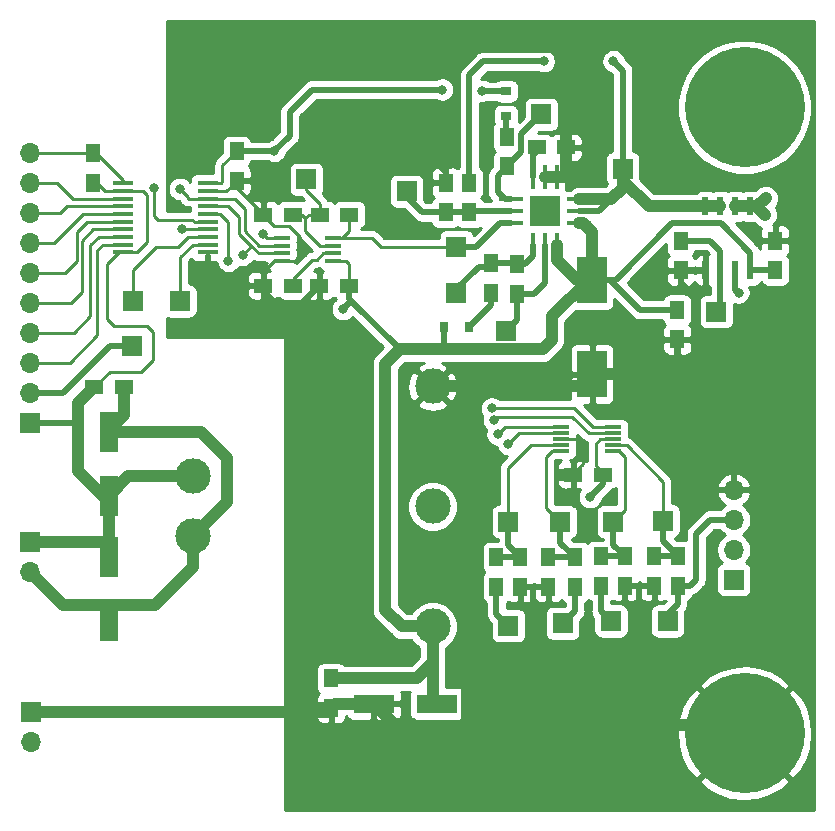
<source format=gbr>
%TF.GenerationSoftware,KiCad,Pcbnew,(5.1.8)-1*%
%TF.CreationDate,2020-12-02T17:51:49+01:00*%
%TF.ProjectId,board,626f6172-642e-46b6-9963-61645f706362,rev?*%
%TF.SameCoordinates,Original*%
%TF.FileFunction,Copper,L1,Top*%
%TF.FilePolarity,Positive*%
%FSLAX46Y46*%
G04 Gerber Fmt 4.6, Leading zero omitted, Abs format (unit mm)*
G04 Created by KiCad (PCBNEW (5.1.8)-1) date 2020-12-02 17:51:49*
%MOMM*%
%LPD*%
G01*
G04 APERTURE LIST*
%TA.AperFunction,ComponentPad*%
%ADD10O,1.700000X1.700000*%
%TD*%
%TA.AperFunction,ComponentPad*%
%ADD11R,1.700000X1.700000*%
%TD*%
%TA.AperFunction,SMDPad,CuDef*%
%ADD12R,1.500000X1.250000*%
%TD*%
%TA.AperFunction,SMDPad,CuDef*%
%ADD13R,1.600000X3.500000*%
%TD*%
%TA.AperFunction,SMDPad,CuDef*%
%ADD14R,3.500000X1.600000*%
%TD*%
%TA.AperFunction,SMDPad,CuDef*%
%ADD15R,1.250000X1.500000*%
%TD*%
%TA.AperFunction,SMDPad,CuDef*%
%ADD16R,2.500000X4.000000*%
%TD*%
%TA.AperFunction,SMDPad,CuDef*%
%ADD17R,0.800000X0.900000*%
%TD*%
%TA.AperFunction,SMDPad,CuDef*%
%ADD18R,0.900000X0.800000*%
%TD*%
%TA.AperFunction,ComponentPad*%
%ADD19C,10.160000*%
%TD*%
%TA.AperFunction,ComponentPad*%
%ADD20C,3.000000*%
%TD*%
%TA.AperFunction,SMDPad,CuDef*%
%ADD21R,1.750000X0.450000*%
%TD*%
%TA.AperFunction,SMDPad,CuDef*%
%ADD22R,1.450000X0.450000*%
%TD*%
%TA.AperFunction,SMDPad,CuDef*%
%ADD23R,1.400000X0.300000*%
%TD*%
%TA.AperFunction,SMDPad,CuDef*%
%ADD24R,0.600000X1.550000*%
%TD*%
%TA.AperFunction,ComponentPad*%
%ADD25C,0.600000*%
%TD*%
%TA.AperFunction,SMDPad,CuDef*%
%ADD26R,2.000000X0.350000*%
%TD*%
%TA.AperFunction,SMDPad,CuDef*%
%ADD27R,0.350000X2.000000*%
%TD*%
%TA.AperFunction,SMDPad,CuDef*%
%ADD28R,2.500000X2.500000*%
%TD*%
%TA.AperFunction,ViaPad*%
%ADD29C,0.800000*%
%TD*%
%TA.AperFunction,Conductor*%
%ADD30C,1.000000*%
%TD*%
%TA.AperFunction,Conductor*%
%ADD31C,0.250000*%
%TD*%
%TA.AperFunction,Conductor*%
%ADD32C,0.500000*%
%TD*%
%TA.AperFunction,Conductor*%
%ADD33C,0.254000*%
%TD*%
%TA.AperFunction,Conductor*%
%ADD34C,0.100000*%
%TD*%
G04 APERTURE END LIST*
D10*
%TO.P,J6,4*%
%TO.N,GND*%
X114100000Y-68780000D03*
%TO.P,J6,3*%
%TO.N,/Aux2*%
X114100000Y-71320000D03*
%TO.P,J6,2*%
%TO.N,/Aux1*%
X114100000Y-73860000D03*
D11*
%TO.P,J6,1*%
%TO.N,+5V*%
X114100000Y-76400000D03*
%TD*%
D12*
%TO.P,C1,1*%
%TO.N,/Vin*%
X62450000Y-60100000D03*
%TO.P,C1,2*%
%TO.N,/GND_in*%
X59950000Y-60100000D03*
%TD*%
D13*
%TO.P,C2,2*%
%TO.N,/GND_in*%
X61200000Y-74500000D03*
%TO.P,C2,1*%
%TO.N,/Vin*%
X61200000Y-79900000D03*
%TD*%
%TO.P,C3,1*%
%TO.N,/Vin*%
X61200000Y-63900000D03*
%TO.P,C3,2*%
%TO.N,/GND_in*%
X61200000Y-69300000D03*
%TD*%
D14*
%TO.P,C4,2*%
%TO.N,GND*%
X83600000Y-86900000D03*
%TO.P,C4,1*%
%TO.N,+5V*%
X89000000Y-86900000D03*
%TD*%
D15*
%TO.P,C5,2*%
%TO.N,GND*%
X80000000Y-87250000D03*
%TO.P,C5,1*%
%TO.N,+5V*%
X80000000Y-84750000D03*
%TD*%
%TO.P,C6,2*%
%TO.N,/GND_in*%
X59800000Y-42800000D03*
%TO.P,C6,1*%
%TO.N,/5V_in*%
X59800000Y-40300000D03*
%TD*%
D12*
%TO.P,C7,2*%
%TO.N,GND*%
X79000000Y-51500000D03*
%TO.P,C7,1*%
%TO.N,+5V*%
X81500000Y-51500000D03*
%TD*%
D15*
%TO.P,C8,1*%
%TO.N,+5V*%
X72000000Y-40100000D03*
%TO.P,C8,2*%
%TO.N,GND*%
X72000000Y-42600000D03*
%TD*%
D12*
%TO.P,C9,1*%
%TO.N,Net-(C9-Pad1)*%
X76750000Y-51500000D03*
%TO.P,C9,2*%
%TO.N,GND*%
X74250000Y-51500000D03*
%TD*%
%TO.P,C10,1*%
%TO.N,+5V*%
X103000000Y-67500000D03*
%TO.P,C10,2*%
%TO.N,GND*%
X100500000Y-67500000D03*
%TD*%
D16*
%TO.P,C11,2*%
%TO.N,GND*%
X102100000Y-59000000D03*
%TO.P,C11,1*%
%TO.N,+5V*%
X102100000Y-51000000D03*
%TD*%
D15*
%TO.P,C12,1*%
%TO.N,+5V*%
X109300000Y-53550000D03*
%TO.P,C12,2*%
%TO.N,GND*%
X109300000Y-56050000D03*
%TD*%
%TO.P,C13,2*%
%TO.N,GND*%
X107350000Y-76900000D03*
%TO.P,C13,1*%
%TO.N,Net-(C13-Pad1)*%
X107350000Y-74400000D03*
%TD*%
%TO.P,C14,1*%
%TO.N,Net-(C14-Pad1)*%
X104850000Y-74400000D03*
%TO.P,C14,2*%
%TO.N,GND*%
X104850000Y-76900000D03*
%TD*%
%TO.P,C15,2*%
%TO.N,GND*%
X98400000Y-77000000D03*
%TO.P,C15,1*%
%TO.N,Net-(C15-Pad1)*%
X98400000Y-74500000D03*
%TD*%
%TO.P,C16,1*%
%TO.N,Net-(C16-Pad1)*%
X96000000Y-74500000D03*
%TO.P,C16,2*%
%TO.N,GND*%
X96000000Y-77000000D03*
%TD*%
%TO.P,C17,1*%
%TO.N,+5V*%
X117600000Y-50200000D03*
%TO.P,C17,2*%
%TO.N,GND*%
X117600000Y-47700000D03*
%TD*%
D17*
%TO.P,D1,2*%
%TO.N,+5V*%
X89550000Y-55000000D03*
%TO.P,D1,1*%
%TO.N,Net-(D1-Pad1)*%
X91650000Y-55000000D03*
%TD*%
D18*
%TO.P,D2,1*%
%TO.N,Net-(D2-Pad1)*%
X94800000Y-37150000D03*
%TO.P,D2,2*%
%TO.N,+5V*%
X94800000Y-35050000D03*
%TD*%
D10*
%TO.P,J1,10*%
%TO.N,/5V_in*%
X54500000Y-40240000D03*
%TO.P,J1,9*%
%TO.N,/CLK_in*%
X54500000Y-42780000D03*
%TO.P,J1,8*%
%TO.N,/MOSI_in*%
X54500000Y-45320000D03*
%TO.P,J1,7*%
%TO.N,/MISO_in*%
X54500000Y-47860000D03*
%TO.P,J1,6*%
%TO.N,/CS_ADC\u005C_in*%
X54500000Y-50400000D03*
%TO.P,J1,5*%
%TO.N,/CS_DAC\u005C_in*%
X54500000Y-52940000D03*
%TO.P,J1,4*%
%TO.N,/VIB_in*%
X54500000Y-55480000D03*
%TO.P,J1,3*%
%TO.N,/VOC_in*%
X54500000Y-58020000D03*
%TO.P,J1,2*%
%TO.N,Net-(J1-Pad2)*%
X54500000Y-60560000D03*
D11*
%TO.P,J1,1*%
%TO.N,/GND_in*%
X54500000Y-63100000D03*
%TD*%
D10*
%TO.P,J2,2*%
%TO.N,/Vin*%
X54500000Y-75740000D03*
D11*
%TO.P,J2,1*%
%TO.N,/GND_in*%
X54500000Y-73200000D03*
%TD*%
%TO.P,J3,1*%
%TO.N,GND*%
X54600000Y-87600000D03*
D10*
%TO.P,J3,2*%
%TO.N,/C+*%
X54600000Y-90140000D03*
%TD*%
D19*
%TO.P,J4,1*%
%TO.N,GND*%
X115000000Y-89400000D03*
%TD*%
%TO.P,J5,1*%
%TO.N,/C+*%
X115000000Y-36400000D03*
%TD*%
D12*
%TO.P,R1,2*%
%TO.N,GND*%
X74250000Y-45500000D03*
%TO.P,R1,1*%
%TO.N,Net-(R1-Pad1)*%
X76750000Y-45500000D03*
%TD*%
%TO.P,R2,1*%
%TO.N,Net-(R1-Pad1)*%
X79050000Y-45500000D03*
%TO.P,R2,2*%
%TO.N,Net-(R2-Pad2)*%
X81550000Y-45500000D03*
%TD*%
D15*
%TO.P,R3,1*%
%TO.N,GND*%
X89700000Y-42800000D03*
%TO.P,R3,2*%
%TO.N,Net-(R3-Pad2)*%
X89700000Y-45300000D03*
%TD*%
%TO.P,R4,1*%
%TO.N,Net-(R3-Pad2)*%
X91700000Y-45300000D03*
%TO.P,R4,2*%
%TO.N,Net-(R4-Pad2)*%
X91700000Y-42800000D03*
%TD*%
%TO.P,R5,1*%
%TO.N,Net-(D1-Pad1)*%
X93500000Y-52100000D03*
%TO.P,R5,2*%
%TO.N,Net-(R5-Pad2)*%
X93500000Y-49600000D03*
%TD*%
D12*
%TO.P,R6,2*%
%TO.N,GND*%
X99900000Y-39800000D03*
%TO.P,R6,1*%
%TO.N,Net-(R6-Pad1)*%
X97400000Y-39800000D03*
%TD*%
D15*
%TO.P,R7,2*%
%TO.N,Net-(R7-Pad2)*%
X95700000Y-52200000D03*
%TO.P,R7,1*%
%TO.N,Net-(R5-Pad2)*%
X95700000Y-49700000D03*
%TD*%
%TO.P,R8,2*%
%TO.N,Net-(R8-Pad2)*%
X94900000Y-41400000D03*
%TO.P,R8,1*%
%TO.N,Net-(D2-Pad1)*%
X94900000Y-38900000D03*
%TD*%
%TO.P,R9,2*%
%TO.N,/C+*%
X94000000Y-77000000D03*
%TO.P,R9,1*%
%TO.N,Net-(C16-Pad1)*%
X94000000Y-74500000D03*
%TD*%
%TO.P,R10,2*%
%TO.N,/V_I*%
X100650000Y-77000000D03*
%TO.P,R10,1*%
%TO.N,Net-(C15-Pad1)*%
X100650000Y-74500000D03*
%TD*%
%TO.P,R11,1*%
%TO.N,Net-(C14-Pad1)*%
X102850000Y-74400000D03*
%TO.P,R11,2*%
%TO.N,/Aux1*%
X102850000Y-76900000D03*
%TD*%
%TO.P,R12,2*%
%TO.N,/Aux2*%
X109350000Y-76900000D03*
%TO.P,R12,1*%
%TO.N,Net-(C13-Pad1)*%
X109350000Y-74400000D03*
%TD*%
%TO.P,R13,2*%
%TO.N,Net-(R13-Pad2)*%
X109600000Y-47700000D03*
%TO.P,R13,1*%
%TO.N,GND*%
X109600000Y-50200000D03*
%TD*%
D11*
%TO.P,TP1,1*%
%TO.N,Net-(J1-Pad2)*%
X63100000Y-56600000D03*
%TD*%
%TO.P,TP2,1*%
%TO.N,Net-(TP2-Pad1)*%
X63200000Y-52800000D03*
%TD*%
%TO.P,TP3,1*%
%TO.N,Net-(TP3-Pad1)*%
X67200000Y-52800000D03*
%TD*%
%TO.P,TP4,1*%
%TO.N,Net-(R1-Pad1)*%
X77900000Y-42500000D03*
%TD*%
%TO.P,TP5,1*%
%TO.N,Net-(R2-Pad2)*%
X90600000Y-48200000D03*
%TD*%
%TO.P,TP6,1*%
%TO.N,Net-(R3-Pad2)*%
X86400000Y-43500000D03*
%TD*%
%TO.P,TP7,1*%
%TO.N,Net-(C13-Pad1)*%
X108100000Y-71400000D03*
%TD*%
%TO.P,TP8,1*%
%TO.N,Net-(R7-Pad2)*%
X94800000Y-55300000D03*
%TD*%
%TO.P,TP9,1*%
%TO.N,Net-(R8-Pad2)*%
X97800000Y-37000000D03*
%TD*%
%TO.P,TP10,1*%
%TO.N,Net-(R5-Pad2)*%
X90600000Y-52100000D03*
%TD*%
%TO.P,TP11,1*%
%TO.N,Net-(R4-Pad2)*%
X104700000Y-41600000D03*
%TD*%
%TO.P,TP12,1*%
%TO.N,Net-(C14-Pad1)*%
X103900000Y-71500000D03*
%TD*%
%TO.P,TP13,1*%
%TO.N,Net-(C15-Pad1)*%
X99400000Y-71500000D03*
%TD*%
%TO.P,TP14,1*%
%TO.N,Net-(C16-Pad1)*%
X95000000Y-71500000D03*
%TD*%
%TO.P,TP15,1*%
%TO.N,/Aux2*%
X108500000Y-79900000D03*
%TD*%
%TO.P,TP16,1*%
%TO.N,Net-(R13-Pad2)*%
X112600000Y-53700000D03*
%TD*%
%TO.P,TP17,1*%
%TO.N,/Aux1*%
X103700000Y-79900000D03*
%TD*%
%TO.P,TP18,1*%
%TO.N,/V_I*%
X99600000Y-80100000D03*
%TD*%
%TO.P,TP19,1*%
%TO.N,/C+*%
X95000000Y-80300000D03*
%TD*%
D20*
%TO.P,U1,5*%
%TO.N,GND*%
X88600000Y-60040000D03*
%TO.P,U1,4*%
%TO.N,Net-(U1-Pad4)*%
X88600000Y-70200000D03*
%TO.P,U1,3*%
%TO.N,+5V*%
X88600000Y-80360000D03*
%TO.P,U1,2*%
%TO.N,/Vin*%
X68280000Y-72740000D03*
%TO.P,U1,1*%
%TO.N,/GND_in*%
X68280000Y-67660000D03*
%TD*%
D21*
%TO.P,U2,20*%
%TO.N,+5V*%
X69550000Y-42825000D03*
%TO.P,U2,19*%
%TO.N,GND*%
X69550000Y-43475000D03*
%TO.P,U2,18*%
%TO.N,/CLK*%
X69550000Y-44125000D03*
%TO.P,U2,17*%
%TO.N,/MOSI*%
X69550000Y-44775000D03*
%TO.P,U2,16*%
%TO.N,/MISO*%
X69550000Y-45425000D03*
%TO.P,U2,15*%
%TO.N,/CS_ADC\u005C*%
X69550000Y-46075000D03*
%TO.P,U2,14*%
%TO.N,/CS_DAC\u005C*%
X69550000Y-46725000D03*
%TO.P,U2,13*%
%TO.N,Net-(TP2-Pad1)*%
X69550000Y-47375000D03*
%TO.P,U2,12*%
%TO.N,Net-(TP3-Pad1)*%
X69550000Y-48025000D03*
%TO.P,U2,11*%
%TO.N,GND*%
X69550000Y-48675000D03*
%TO.P,U2,10*%
%TO.N,/GND_in*%
X62350000Y-48675000D03*
%TO.P,U2,9*%
%TO.N,/VOC_in*%
X62350000Y-48025000D03*
%TO.P,U2,8*%
%TO.N,/VIB_in*%
X62350000Y-47375000D03*
%TO.P,U2,7*%
%TO.N,/CS_DAC\u005C_in*%
X62350000Y-46725000D03*
%TO.P,U2,6*%
%TO.N,/CS_ADC\u005C_in*%
X62350000Y-46075000D03*
%TO.P,U2,5*%
%TO.N,/MISO_in*%
X62350000Y-45425000D03*
%TO.P,U2,4*%
%TO.N,/MOSI_in*%
X62350000Y-44775000D03*
%TO.P,U2,3*%
%TO.N,/CLK_in*%
X62350000Y-44125000D03*
%TO.P,U2,2*%
%TO.N,/GND_in*%
X62350000Y-43475000D03*
%TO.P,U2,1*%
%TO.N,/5V_in*%
X62350000Y-42825000D03*
%TD*%
D22*
%TO.P,U3,8*%
%TO.N,GND*%
X75800000Y-49425000D03*
%TO.P,U3,7*%
%TO.N,/MOSI*%
X75800000Y-48775000D03*
%TO.P,U3,6*%
%TO.N,/CLK*%
X75800000Y-48125000D03*
%TO.P,U3,5*%
%TO.N,/CS_DAC\u005C*%
X75800000Y-47475000D03*
%TO.P,U3,4*%
%TO.N,Net-(R2-Pad2)*%
X80200000Y-47475000D03*
%TO.P,U3,3*%
%TO.N,Net-(R1-Pad1)*%
X80200000Y-48125000D03*
%TO.P,U3,2*%
%TO.N,Net-(C9-Pad1)*%
X80200000Y-48775000D03*
%TO.P,U3,1*%
%TO.N,+5V*%
X80200000Y-49425000D03*
%TD*%
D23*
%TO.P,U4,10*%
%TO.N,/MOSI*%
X103900000Y-63500000D03*
%TO.P,U4,9*%
%TO.N,/MISO*%
X103900000Y-64000000D03*
%TO.P,U4,8*%
%TO.N,+5V*%
X103900000Y-64500000D03*
%TO.P,U4,7*%
%TO.N,Net-(C13-Pad1)*%
X103900000Y-65000000D03*
%TO.P,U4,6*%
%TO.N,Net-(C14-Pad1)*%
X103900000Y-65500000D03*
%TO.P,U4,5*%
%TO.N,Net-(C15-Pad1)*%
X99500000Y-65500000D03*
%TO.P,U4,4*%
%TO.N,Net-(C16-Pad1)*%
X99500000Y-65000000D03*
%TO.P,U4,3*%
%TO.N,GND*%
X99500000Y-64500000D03*
%TO.P,U4,2*%
%TO.N,/CS_ADC\u005C*%
X99500000Y-64000000D03*
%TO.P,U4,1*%
%TO.N,/CLK*%
X99500000Y-63500000D03*
%TD*%
D24*
%TO.P,U6,8*%
%TO.N,+5V*%
X115505000Y-50200000D03*
%TO.P,U6,7*%
%TO.N,/V_I*%
X114235000Y-50200000D03*
%TO.P,U6,6*%
%TO.N,Net-(R13-Pad2)*%
X112965000Y-50200000D03*
%TO.P,U6,5*%
%TO.N,GND*%
X111695000Y-50200000D03*
%TO.P,U6,4*%
%TO.N,Net-(R4-Pad2)*%
X111695000Y-44800000D03*
%TO.P,U6,3*%
X112965000Y-44800000D03*
%TO.P,U6,2*%
%TO.N,/C+*%
X114235000Y-44800000D03*
%TO.P,U6,1*%
X115505000Y-44800000D03*
%TD*%
D25*
%TO.P,U5,13*%
%TO.N,Net-(U5-Pad13)*%
X98100000Y-45200000D03*
D26*
%TO.P,U5,8*%
%TO.N,Net-(R3-Pad2)*%
X95200000Y-45200000D03*
%TO.P,U5,2*%
%TO.N,Net-(R4-Pad2)*%
X101000000Y-45200000D03*
%TO.P,U5,9*%
%TO.N,Net-(R2-Pad2)*%
X95200000Y-46200000D03*
D27*
%TO.P,U5,10*%
%TO.N,Net-(R5-Pad2)*%
X97100000Y-48100000D03*
%TO.P,U5,11*%
%TO.N,Net-(R7-Pad2)*%
X98100000Y-48100000D03*
%TO.P,U5,12*%
%TO.N,+5V*%
X99100000Y-48100000D03*
D26*
%TO.P,U5,1*%
X101000000Y-46200000D03*
%TO.P,U5,3*%
%TO.N,Net-(R4-Pad2)*%
X101000000Y-44200000D03*
D27*
%TO.P,U5,4*%
%TO.N,GND*%
X99100000Y-42300000D03*
%TO.P,U5,5*%
X98100000Y-42300000D03*
%TO.P,U5,6*%
%TO.N,Net-(R6-Pad1)*%
X97100000Y-42300000D03*
D26*
%TO.P,U5,7*%
%TO.N,Net-(R8-Pad2)*%
X95200000Y-44200000D03*
D28*
%TO.P,U5,13*%
%TO.N,Net-(U5-Pad13)*%
X98100000Y-45200000D03*
D25*
X97600000Y-44700000D03*
X98600000Y-44700000D03*
X98600000Y-45700000D03*
X97600000Y-45700000D03*
%TD*%
D29*
%TO.N,GND*%
X99400000Y-67500000D03*
%TO.N,+5V*%
X75200000Y-40100000D03*
X81000000Y-53500000D03*
X101900000Y-69400000D03*
X92800000Y-35000000D03*
X89400000Y-34900000D03*
%TO.N,/C+*%
X116800000Y-44100000D03*
X116700000Y-45500000D03*
%TO.N,Net-(R4-Pad2)*%
X103900000Y-32500000D03*
X98000000Y-32500000D03*
%TO.N,/V_I*%
X114500000Y-52100000D03*
%TO.N,/CLK*%
X67200000Y-43300000D03*
X94100000Y-64100000D03*
%TO.N,/MOSI*%
X72500000Y-48900000D03*
X93600000Y-61900000D03*
%TO.N,/MISO*%
X93800000Y-62900000D03*
X71300000Y-49400000D03*
%TO.N,/CS_ADC\u005C*%
X65000000Y-43200000D03*
X95000000Y-64900000D03*
%TO.N,/CS_DAC\u005C*%
X67400000Y-46700000D03*
X74200000Y-47100000D03*
%TD*%
D30*
%TO.N,/Vin*%
X68280000Y-72740000D02*
X68280000Y-75320000D01*
X65100000Y-78500000D02*
X61200000Y-78500000D01*
X68280000Y-75320000D02*
X65100000Y-78500000D01*
X57260000Y-78500000D02*
X54500000Y-75740000D01*
X61200000Y-78500000D02*
X57260000Y-78500000D01*
X61200000Y-63900000D02*
X69000000Y-63900000D01*
X69000000Y-63900000D02*
X71200000Y-66100000D01*
X71200000Y-69820000D02*
X68280000Y-72740000D01*
X71200000Y-66100000D02*
X71200000Y-69820000D01*
X61200000Y-63900000D02*
X61200000Y-63700000D01*
X62450000Y-62450000D02*
X62450000Y-60100000D01*
X61200000Y-63700000D02*
X62450000Y-62450000D01*
D31*
%TO.N,/GND_in*%
X59800000Y-42800000D02*
X60200000Y-42800000D01*
X60875000Y-43475000D02*
X62350000Y-43475000D01*
X60200000Y-42800000D02*
X60875000Y-43475000D01*
D30*
X61200000Y-69300000D02*
X61200000Y-73100000D01*
X62840000Y-67660000D02*
X61200000Y-69300000D01*
X68280000Y-67660000D02*
X62840000Y-67660000D01*
X61200000Y-69300000D02*
X61000000Y-69300000D01*
X61200000Y-69300000D02*
X60700000Y-69300000D01*
X60700000Y-69300000D02*
X58600000Y-67200000D01*
X58600000Y-61450000D02*
X59950000Y-60100000D01*
X61100000Y-73200000D02*
X61200000Y-73100000D01*
X54500000Y-73200000D02*
X61100000Y-73200000D01*
D32*
X58500000Y-63100000D02*
X58600000Y-63000000D01*
X54500000Y-63100000D02*
X58500000Y-63100000D01*
D30*
X58600000Y-63000000D02*
X58600000Y-61450000D01*
X58600000Y-67200000D02*
X58600000Y-63000000D01*
D31*
X62350000Y-43475000D02*
X64075000Y-43475000D01*
X64075000Y-43475000D02*
X64400000Y-43800000D01*
X64400000Y-43800000D02*
X64400000Y-47800000D01*
X63525000Y-48675000D02*
X62350000Y-48675000D01*
X64400000Y-47800000D02*
X63525000Y-48675000D01*
X62350000Y-48675000D02*
X62025000Y-48675000D01*
X62025000Y-48675000D02*
X61000000Y-49700000D01*
X61000000Y-49700000D02*
X61000000Y-54300000D01*
X61000000Y-54300000D02*
X61600000Y-54900000D01*
X61600000Y-54900000D02*
X64400000Y-54900000D01*
X64400000Y-54900000D02*
X64900000Y-55400000D01*
X64900000Y-55400000D02*
X64900000Y-57800000D01*
X64900000Y-57800000D02*
X63900000Y-58800000D01*
X61250000Y-58800000D02*
X59950000Y-60100000D01*
X63900000Y-58800000D02*
X61250000Y-58800000D01*
%TO.N,GND*%
X75800000Y-49425000D02*
X75175000Y-49425000D01*
X74250000Y-50350000D02*
X74250000Y-51500000D01*
X75175000Y-49425000D02*
X74250000Y-50350000D01*
X71125000Y-43475000D02*
X72000000Y-42600000D01*
X69550000Y-43475000D02*
X71125000Y-43475000D01*
X74250000Y-45500000D02*
X74250000Y-45450000D01*
X72000000Y-43200000D02*
X72000000Y-42600000D01*
X74250000Y-45450000D02*
X72000000Y-43200000D01*
D30*
X80350000Y-86900000D02*
X80000000Y-87250000D01*
X83600000Y-86900000D02*
X80350000Y-86900000D01*
X99100000Y-42300000D02*
X99700000Y-42300000D01*
X99900000Y-42100000D02*
X99900000Y-39800000D01*
X99700000Y-42300000D02*
X99900000Y-42100000D01*
X98100000Y-42300000D02*
X99100000Y-42300000D01*
X101060000Y-60040000D02*
X102100000Y-59000000D01*
D32*
X109300000Y-58900000D02*
X109200000Y-59000000D01*
X109300000Y-56050000D02*
X109300000Y-58900000D01*
D30*
X102100000Y-59000000D02*
X109200000Y-59000000D01*
D32*
X97100000Y-77000000D02*
X97100000Y-81800000D01*
X96000000Y-77000000D02*
X97100000Y-77000000D01*
X97100000Y-77000000D02*
X98400000Y-77000000D01*
X97100000Y-81800000D02*
X98100000Y-82800000D01*
X98100000Y-82800000D02*
X105500000Y-82800000D01*
X106100000Y-82200000D02*
X106100000Y-76900000D01*
X106100000Y-76900000D02*
X107350000Y-76900000D01*
X105500000Y-82800000D02*
X106100000Y-82200000D01*
X104850000Y-76900000D02*
X106100000Y-76900000D01*
D31*
X100500000Y-67500000D02*
X100500000Y-67400000D01*
X100500000Y-67400000D02*
X101300000Y-66600000D01*
X101300000Y-66600000D02*
X101300000Y-64900000D01*
X100900000Y-64500000D02*
X99500000Y-64500000D01*
X101300000Y-64900000D02*
X100900000Y-64500000D01*
D30*
X80000000Y-87250000D02*
X78650000Y-87250000D01*
X88600000Y-60040000D02*
X91540000Y-60040000D01*
X91540000Y-60040000D02*
X101060000Y-60040000D01*
X91540000Y-88660000D02*
X90700000Y-89500000D01*
X86200000Y-89500000D02*
X83600000Y-86900000D01*
X90700000Y-89500000D02*
X86200000Y-89500000D01*
X113860000Y-88660000D02*
X114000000Y-88800000D01*
D31*
X69550000Y-48675000D02*
X69550000Y-50050000D01*
X71000000Y-51500000D02*
X74250000Y-51500000D01*
X69550000Y-50050000D02*
X71000000Y-51500000D01*
X75800000Y-49425000D02*
X77175000Y-49425000D01*
X77175000Y-49425000D02*
X77400000Y-49200000D01*
X77400000Y-49200000D02*
X77400000Y-47400000D01*
X75200001Y-46450001D02*
X74250000Y-45500000D01*
X76450001Y-46450001D02*
X75200001Y-46450001D01*
X77400000Y-47400000D02*
X76450001Y-46450001D01*
D32*
X79000000Y-51500000D02*
X77300000Y-53200000D01*
X77300000Y-85900000D02*
X78650000Y-87250000D01*
X77300000Y-53200000D02*
X77300000Y-85900000D01*
X74250000Y-51500000D02*
X74250000Y-51950000D01*
X75500000Y-53200000D02*
X77300000Y-53200000D01*
X74250000Y-51950000D02*
X75500000Y-53200000D01*
D30*
X79650000Y-87600000D02*
X80000000Y-87250000D01*
X54600000Y-87600000D02*
X79650000Y-87600000D01*
X99900000Y-39800000D02*
X99900000Y-32500000D01*
X101300000Y-31100000D02*
X104500000Y-31100000D01*
X108219999Y-34819999D02*
X108219999Y-41619999D01*
X104500000Y-31100000D02*
X108219999Y-34819999D01*
X108219999Y-41619999D02*
X109200000Y-42600000D01*
X109200000Y-42600000D02*
X117400000Y-42600000D01*
X117400000Y-42600000D02*
X119600000Y-44800000D01*
X119600000Y-55700000D02*
X116400000Y-58900000D01*
D32*
X114100000Y-59200000D02*
X113800000Y-58900000D01*
X114100000Y-68780000D02*
X114100000Y-59200000D01*
D30*
X116400000Y-58900000D02*
X113800000Y-58900000D01*
D32*
X119100000Y-47700000D02*
X119600000Y-48200000D01*
X117600000Y-47700000D02*
X119100000Y-47700000D01*
D30*
X119600000Y-48200000D02*
X119600000Y-55700000D01*
X119600000Y-44800000D02*
X119600000Y-48200000D01*
X113800000Y-58900000D02*
X111000000Y-58900000D01*
X111000000Y-58900000D02*
X109300000Y-58900000D01*
D32*
X109600000Y-50200000D02*
X109600000Y-51300000D01*
X109600000Y-51300000D02*
X110700000Y-52400000D01*
X110700000Y-58600000D02*
X111000000Y-58900000D01*
X110700000Y-52400000D02*
X110700000Y-58600000D01*
X111695000Y-50200000D02*
X109600000Y-50200000D01*
X89700000Y-41900000D02*
X89700000Y-42800000D01*
X88300000Y-40500000D02*
X89700000Y-41900000D01*
X76700000Y-40500000D02*
X88300000Y-40500000D01*
X74600000Y-42600000D02*
X76700000Y-40500000D01*
X72000000Y-42600000D02*
X74600000Y-42600000D01*
X89700000Y-42800000D02*
X89700000Y-40600000D01*
X89700000Y-40600000D02*
X90600000Y-39700000D01*
X90600000Y-39700000D02*
X90600000Y-33100000D01*
X92150000Y-31550000D02*
X100850000Y-31550000D01*
X90600000Y-33100000D02*
X92150000Y-31550000D01*
D30*
X100850000Y-31550000D02*
X101300000Y-31100000D01*
X99900000Y-32500000D02*
X100850000Y-31550000D01*
X98100000Y-88200000D02*
X97640000Y-88660000D01*
X98100000Y-82800000D02*
X98100000Y-88200000D01*
X97640000Y-88660000D02*
X113860000Y-88660000D01*
X91540000Y-88660000D02*
X97640000Y-88660000D01*
X91540000Y-60040000D02*
X91540000Y-88660000D01*
X100500000Y-67500000D02*
X99400000Y-67500000D01*
D31*
%TO.N,+5V*%
X80200000Y-49425000D02*
X81225000Y-49425000D01*
X81500000Y-49700000D02*
X81500000Y-51500000D01*
X81225000Y-49425000D02*
X81500000Y-49700000D01*
X70675000Y-42825000D02*
X70800000Y-42700000D01*
X69550000Y-42825000D02*
X70675000Y-42825000D01*
X70800000Y-41300000D02*
X72000000Y-40100000D01*
X70800000Y-42700000D02*
X70800000Y-41300000D01*
D30*
X88600000Y-86500000D02*
X89000000Y-86900000D01*
X87250000Y-84750000D02*
X88600000Y-83400000D01*
X80000000Y-84750000D02*
X87250000Y-84750000D01*
X88600000Y-83400000D02*
X88600000Y-86500000D01*
X88600000Y-80360000D02*
X88600000Y-83400000D01*
X102100000Y-51000000D02*
X102100000Y-47000000D01*
X101300000Y-46200000D02*
X101000000Y-46200000D01*
X102100000Y-47000000D02*
X101300000Y-46200000D01*
X99100000Y-48171547D02*
X99100018Y-48171565D01*
X99100000Y-48100000D02*
X99100000Y-48171547D01*
X99100018Y-48171565D02*
X99100018Y-49300018D01*
X100800000Y-51000000D02*
X102100000Y-51000000D01*
X99100018Y-49300018D02*
X100800000Y-51000000D01*
X101800000Y-51000000D02*
X102100000Y-51000000D01*
X98700000Y-54100000D02*
X101800000Y-51000000D01*
X98700000Y-56100000D02*
X98700000Y-54100000D01*
X97900000Y-56900000D02*
X98700000Y-56100000D01*
X84600000Y-79000000D02*
X84600000Y-58100000D01*
X84600000Y-58100000D02*
X85800000Y-56900000D01*
X85960000Y-80360000D02*
X84600000Y-79000000D01*
X88600000Y-80360000D02*
X85960000Y-80360000D01*
D32*
X117600000Y-50200000D02*
X115505000Y-50200000D01*
X109300000Y-53550000D02*
X106150000Y-53550000D01*
X103600000Y-51000000D02*
X102100000Y-51000000D01*
X106150000Y-53550000D02*
X103600000Y-51000000D01*
D31*
X103000000Y-67500000D02*
X103000000Y-67400000D01*
X103000000Y-67400000D02*
X102400000Y-66800000D01*
X102400000Y-66800000D02*
X102400000Y-64900000D01*
X102800000Y-64500000D02*
X103900000Y-64500000D01*
X102400000Y-64900000D02*
X102800000Y-64500000D01*
D32*
X81500000Y-51500000D02*
X81500000Y-52600000D01*
X89550000Y-55000000D02*
X89550000Y-56850000D01*
X89550000Y-56850000D02*
X89600000Y-56900000D01*
D30*
X89600000Y-56900000D02*
X97900000Y-56900000D01*
X85800000Y-56900000D02*
X89600000Y-56900000D01*
D32*
X75100000Y-40100000D02*
X75200000Y-40100000D01*
X72000000Y-40100000D02*
X75100000Y-40100000D01*
X81600000Y-52900000D02*
X81600000Y-52700000D01*
X81000000Y-53500000D02*
X81600000Y-52900000D01*
X81600000Y-52700000D02*
X85800000Y-56900000D01*
X81500000Y-52600000D02*
X81600000Y-52700000D01*
X103000000Y-68300000D02*
X101900000Y-69400000D01*
X103000000Y-67500000D02*
X103000000Y-68300000D01*
X115505000Y-50200000D02*
X115505000Y-48705000D01*
X115505000Y-48705000D02*
X113000000Y-46200000D01*
X113000000Y-46200000D02*
X108900000Y-46200000D01*
X104100000Y-51000000D02*
X102100000Y-51000000D01*
X108900000Y-46200000D02*
X104100000Y-51000000D01*
X92850000Y-35050000D02*
X92800000Y-35000000D01*
X94800000Y-35050000D02*
X92850000Y-35050000D01*
X78400000Y-34900000D02*
X76500000Y-36800000D01*
X76500000Y-38800000D02*
X75200000Y-40100000D01*
X76500000Y-36800000D02*
X76500000Y-38800000D01*
X89400000Y-34900000D02*
X78400000Y-34900000D01*
D31*
%TO.N,/5V_in*%
X59800000Y-40300000D02*
X60100000Y-40300000D01*
X62350000Y-42550000D02*
X62350000Y-42825000D01*
X60100000Y-40300000D02*
X62350000Y-42550000D01*
X54560000Y-40300000D02*
X54500000Y-40240000D01*
X59800000Y-40300000D02*
X54560000Y-40300000D01*
%TO.N,Net-(C9-Pad1)*%
X76750000Y-51500000D02*
X76750000Y-50950000D01*
X76750000Y-50950000D02*
X78400000Y-49300000D01*
X79325000Y-48775000D02*
X80200000Y-48775000D01*
X78800000Y-49300000D02*
X79325000Y-48775000D01*
X78400000Y-49300000D02*
X78800000Y-49300000D01*
D32*
%TO.N,Net-(C13-Pad1)*%
X109350000Y-74400000D02*
X107350000Y-74400000D01*
X108100000Y-73150000D02*
X109350000Y-74400000D01*
X108100000Y-71400000D02*
X108100000Y-73150000D01*
D31*
X104124999Y-65024999D02*
X105024999Y-65024999D01*
X104100000Y-65000000D02*
X104124999Y-65024999D01*
X103900000Y-65000000D02*
X104100000Y-65000000D01*
X108100000Y-68100000D02*
X108100000Y-71400000D01*
X105024999Y-65024999D02*
X108100000Y-68100000D01*
D32*
%TO.N,Net-(C14-Pad1)*%
X102850000Y-74400000D02*
X104850000Y-74400000D01*
X103900000Y-73450000D02*
X104850000Y-74400000D01*
X103900000Y-71500000D02*
X103900000Y-73450000D01*
D31*
X103900000Y-65500000D02*
X104400000Y-65500000D01*
X104400000Y-65500000D02*
X104900000Y-66000000D01*
X104900000Y-70500000D02*
X103900000Y-71500000D01*
X104900000Y-66000000D02*
X104900000Y-70500000D01*
D32*
%TO.N,Net-(C15-Pad1)*%
X100650000Y-74500000D02*
X98400000Y-74500000D01*
X99400000Y-73250000D02*
X100650000Y-74500000D01*
X99400000Y-71500000D02*
X99400000Y-73250000D01*
D31*
X99500000Y-65500000D02*
X98700000Y-65500000D01*
X98700000Y-65500000D02*
X98200000Y-66000000D01*
X98200000Y-70300000D02*
X99400000Y-71500000D01*
X98200000Y-66000000D02*
X98200000Y-70300000D01*
D32*
%TO.N,Net-(C16-Pad1)*%
X96000000Y-74500000D02*
X94000000Y-74500000D01*
X95000000Y-73500000D02*
X96000000Y-74500000D01*
X95000000Y-71500000D02*
X95000000Y-73500000D01*
D31*
X99500000Y-65000000D02*
X96900000Y-65000000D01*
X95000000Y-66900000D02*
X95000000Y-71500000D01*
X96900000Y-65000000D02*
X95000000Y-66900000D01*
D32*
%TO.N,Net-(D1-Pad1)*%
X93500000Y-53150000D02*
X91650000Y-55000000D01*
X93500000Y-52100000D02*
X93500000Y-53150000D01*
%TO.N,Net-(D2-Pad1)*%
X94800000Y-38800000D02*
X94900000Y-38900000D01*
X94800000Y-37150000D02*
X94800000Y-38800000D01*
D31*
%TO.N,/CLK_in*%
X62350000Y-44125000D02*
X58125000Y-44125000D01*
X56780000Y-42780000D02*
X54500000Y-42780000D01*
X58125000Y-44125000D02*
X56780000Y-42780000D01*
%TO.N,/MOSI_in*%
X54500000Y-45320000D02*
X57080000Y-45320000D01*
X57625000Y-44775000D02*
X62350000Y-44775000D01*
X57080000Y-45320000D02*
X57625000Y-44775000D01*
%TO.N,/MISO_in*%
X54500000Y-47860000D02*
X56540000Y-47860000D01*
X58975000Y-45425000D02*
X62350000Y-45425000D01*
X56540000Y-47860000D02*
X58975000Y-45425000D01*
%TO.N,/CS_ADC\u005C_in*%
X54500000Y-50400000D02*
X57500000Y-50400000D01*
X58449990Y-49450010D02*
X58449990Y-46950010D01*
X57500000Y-50400000D02*
X58449990Y-49450010D01*
X59325000Y-46075000D02*
X62350000Y-46075000D01*
X58449990Y-46950010D02*
X59325000Y-46075000D01*
%TO.N,/CS_DAC\u005C_in*%
X62350000Y-46725000D02*
X59875000Y-46725000D01*
X59875000Y-46725000D02*
X58900000Y-47700000D01*
X58900000Y-47700000D02*
X58900000Y-52000000D01*
X57960000Y-52940000D02*
X54500000Y-52940000D01*
X58900000Y-52000000D02*
X57960000Y-52940000D01*
%TO.N,/VIB_in*%
X54500000Y-55480000D02*
X58220000Y-55480000D01*
X58220000Y-55480000D02*
X59600000Y-54100000D01*
X59600000Y-54100000D02*
X59600000Y-48100000D01*
X60325000Y-47375000D02*
X62350000Y-47375000D01*
X59600000Y-48100000D02*
X60325000Y-47375000D01*
%TO.N,/VOC_in*%
X62350000Y-48025000D02*
X60675000Y-48025000D01*
X60675000Y-48025000D02*
X60200000Y-48500000D01*
X60200000Y-48500000D02*
X60200000Y-55700000D01*
X57880000Y-58020000D02*
X54500000Y-58020000D01*
X60200000Y-55700000D02*
X57880000Y-58020000D01*
D32*
%TO.N,Net-(J1-Pad2)*%
X61264998Y-56600000D02*
X63100000Y-56600000D01*
X57304998Y-60560000D02*
X61264998Y-56600000D01*
X54500000Y-60560000D02*
X57304998Y-60560000D01*
D30*
%TO.N,/C+*%
X114235000Y-44800000D02*
X115505000Y-44800000D01*
D32*
X94000000Y-79300000D02*
X95000000Y-80300000D01*
X94000000Y-77000000D02*
X94000000Y-79300000D01*
D30*
X116100000Y-44800000D02*
X116800000Y-44100000D01*
X115505000Y-44800000D02*
X116100000Y-44800000D01*
X116000000Y-44800000D02*
X116700000Y-45500000D01*
X115505000Y-44800000D02*
X116000000Y-44800000D01*
D32*
%TO.N,/Aux2*%
X108500000Y-79900000D02*
X108500000Y-79300000D01*
X109350000Y-78450000D02*
X109350000Y-76900000D01*
X108500000Y-79300000D02*
X109350000Y-78450000D01*
X114100000Y-71320000D02*
X112080000Y-71320000D01*
X112080000Y-71320000D02*
X110900000Y-72500000D01*
X110900000Y-72500000D02*
X110900000Y-76400000D01*
X110400000Y-76900000D02*
X109350000Y-76900000D01*
X110900000Y-76400000D02*
X110400000Y-76900000D01*
%TO.N,/Aux1*%
X102850000Y-79050000D02*
X103700000Y-79900000D01*
X102850000Y-76900000D02*
X102850000Y-79050000D01*
D31*
%TO.N,Net-(R1-Pad1)*%
X80200000Y-48125000D02*
X79025000Y-48125000D01*
X79025000Y-48125000D02*
X77800000Y-46900000D01*
X77800000Y-46900000D02*
X77800000Y-45800000D01*
X78100000Y-45500000D02*
X79050000Y-45500000D01*
X77800000Y-45800000D02*
X78100000Y-45500000D01*
X77500000Y-45500000D02*
X77800000Y-45800000D01*
X76750000Y-45500000D02*
X77500000Y-45500000D01*
X77900000Y-42500000D02*
X77900000Y-43400000D01*
X79050000Y-44550000D02*
X79050000Y-45500000D01*
X77900000Y-43400000D02*
X79050000Y-44550000D01*
D32*
%TO.N,Net-(R2-Pad2)*%
X95200000Y-46200000D02*
X94300000Y-46200000D01*
X92300000Y-48200000D02*
X90600000Y-48200000D01*
X94300000Y-46200000D02*
X92300000Y-48200000D01*
D31*
X81550000Y-45500000D02*
X81550000Y-46850000D01*
X80925000Y-47475000D02*
X80200000Y-47475000D01*
X81550000Y-46850000D02*
X80925000Y-47475000D01*
X80200000Y-47475000D02*
X83475000Y-47475000D01*
X84200000Y-48200000D02*
X90600000Y-48200000D01*
X83475000Y-47475000D02*
X84200000Y-48200000D01*
D32*
%TO.N,Net-(R3-Pad2)*%
X91800000Y-45200000D02*
X91700000Y-45300000D01*
X95200000Y-45200000D02*
X91800000Y-45200000D01*
X89700000Y-45300000D02*
X91700000Y-45300000D01*
X86400000Y-43500000D02*
X86400000Y-44000000D01*
X87700000Y-45300000D02*
X89700000Y-45300000D01*
X86400000Y-44000000D02*
X87700000Y-45300000D01*
%TO.N,Net-(R4-Pad2)*%
X91700000Y-42800000D02*
X91700000Y-42414229D01*
D30*
X101000000Y-44200000D02*
X103700000Y-44200000D01*
X103700000Y-44200000D02*
X104700000Y-43200000D01*
D32*
X102700000Y-45200000D02*
X103700000Y-44200000D01*
X101000000Y-45200000D02*
X102700000Y-45200000D01*
D30*
X106900000Y-44800000D02*
X104700000Y-42600000D01*
X111695000Y-44800000D02*
X106900000Y-44800000D01*
X104700000Y-42600000D02*
X104700000Y-41600000D01*
X104700000Y-43200000D02*
X104700000Y-42600000D01*
X111695000Y-44800000D02*
X112965000Y-44800000D01*
D32*
X104700000Y-33300000D02*
X103900000Y-32500000D01*
X104700000Y-41600000D02*
X104700000Y-33300000D01*
X91700000Y-37300000D02*
X91700000Y-33700000D01*
X91700000Y-42800000D02*
X91700000Y-37300000D01*
X91700000Y-33700000D02*
X92900000Y-32500000D01*
X92900000Y-32500000D02*
X98000000Y-32500000D01*
%TO.N,Net-(R5-Pad2)*%
X95600000Y-49600000D02*
X95700000Y-49700000D01*
X93500000Y-49600000D02*
X95600000Y-49600000D01*
X97100000Y-48100000D02*
X97100000Y-49000000D01*
X96400000Y-49700000D02*
X95700000Y-49700000D01*
X97100000Y-49000000D02*
X96400000Y-49700000D01*
X90600000Y-52100000D02*
X90600000Y-51800000D01*
X90600000Y-51800000D02*
X92500000Y-49900000D01*
X93200000Y-49900000D02*
X93500000Y-49600000D01*
X92500000Y-49900000D02*
X93200000Y-49900000D01*
%TO.N,Net-(R6-Pad1)*%
X97400000Y-39800000D02*
X97400000Y-40100000D01*
X97100000Y-40400000D02*
X97100000Y-42300000D01*
X97400000Y-40100000D02*
X97100000Y-40400000D01*
%TO.N,Net-(R7-Pad2)*%
X98100008Y-48585782D02*
X98100008Y-51299992D01*
X98100000Y-48585774D02*
X98100008Y-48585782D01*
X98100000Y-48100000D02*
X98100000Y-48585774D01*
X97200000Y-52200000D02*
X95700000Y-52200000D01*
X98100008Y-51299992D02*
X97200000Y-52200000D01*
X95700000Y-54400000D02*
X94800000Y-55300000D01*
X95700000Y-52200000D02*
X95700000Y-54400000D01*
%TO.N,Net-(R8-Pad2)*%
X96100000Y-40200000D02*
X94900000Y-41400000D01*
X96100000Y-38700000D02*
X96100000Y-40200000D01*
X97800000Y-37000000D02*
X96100000Y-38700000D01*
X95200000Y-44200000D02*
X94700000Y-44200000D01*
X94700000Y-44200000D02*
X94100000Y-43600000D01*
X94100000Y-42200000D02*
X94900000Y-41400000D01*
X94100000Y-43600000D02*
X94100000Y-42200000D01*
%TO.N,/V_I*%
X100650000Y-79050000D02*
X99600000Y-80100000D01*
X100650000Y-77000000D02*
X100650000Y-79050000D01*
X114235000Y-51835000D02*
X114500000Y-52100000D01*
X114235000Y-50200000D02*
X114235000Y-51835000D01*
%TO.N,Net-(R13-Pad2)*%
X112965000Y-53335000D02*
X112600000Y-53700000D01*
X112965000Y-50200000D02*
X112965000Y-53335000D01*
X109600000Y-47700000D02*
X112100000Y-47700000D01*
X112965000Y-48565000D02*
X112965000Y-50200000D01*
X112100000Y-47700000D02*
X112965000Y-48565000D01*
D31*
%TO.N,Net-(TP2-Pad1)*%
X67872002Y-47375000D02*
X67047002Y-48200000D01*
X69550000Y-47375000D02*
X67872002Y-47375000D01*
X67047002Y-48200000D02*
X65200000Y-48200000D01*
X63200000Y-50200000D02*
X63200000Y-52800000D01*
X65200000Y-48200000D02*
X63200000Y-50200000D01*
%TO.N,Net-(TP3-Pad1)*%
X67200000Y-52800000D02*
X67200000Y-49100000D01*
X68275000Y-48025000D02*
X69550000Y-48025000D01*
X67200000Y-49100000D02*
X68275000Y-48025000D01*
%TO.N,/CLK*%
X69550000Y-44125000D02*
X71825000Y-44125000D01*
X71825000Y-44125000D02*
X72700000Y-45000000D01*
X72700000Y-45000000D02*
X72700000Y-46900000D01*
X73925000Y-48125000D02*
X75800000Y-48125000D01*
X72700000Y-46900000D02*
X73925000Y-48125000D01*
X67875000Y-43975000D02*
X67875000Y-44125000D01*
X67200000Y-43300000D02*
X67875000Y-43975000D01*
X67875000Y-44125000D02*
X69550000Y-44125000D01*
X94700000Y-63500000D02*
X94100000Y-64100000D01*
X99500000Y-63500000D02*
X94700000Y-63500000D01*
%TO.N,/MOSI*%
X71275000Y-44775000D02*
X69550000Y-44775000D01*
X72200000Y-45700000D02*
X71275000Y-44775000D01*
X72200000Y-47107120D02*
X72200000Y-45700000D01*
X75800000Y-48775000D02*
X73867880Y-48775000D01*
X73146440Y-48253560D02*
X73146440Y-48053560D01*
X73146440Y-48053560D02*
X72200000Y-47107120D01*
X72500000Y-48900000D02*
X73146440Y-48253560D01*
X73867880Y-48775000D02*
X73146440Y-48053560D01*
X103900000Y-63500000D02*
X102200000Y-63500000D01*
X102200000Y-63500000D02*
X100600000Y-61900000D01*
X100600000Y-61900000D02*
X93600000Y-61900000D01*
%TO.N,/MISO*%
X103900000Y-64000000D02*
X101800000Y-64000000D01*
X101800000Y-64000000D02*
X100400000Y-62600000D01*
X94100000Y-62600000D02*
X93800000Y-62900000D01*
X100400000Y-62600000D02*
X94100000Y-62600000D01*
X71300000Y-49400000D02*
X71300000Y-46139998D01*
X70585002Y-45425000D02*
X71300000Y-46139998D01*
X69550000Y-45425000D02*
X70585002Y-45425000D01*
%TO.N,/CS_ADC\u005C*%
X64974999Y-44051999D02*
X64974999Y-45574999D01*
X65000000Y-44026998D02*
X64974999Y-44051999D01*
X65000000Y-43200000D02*
X65000000Y-44026998D01*
X68425000Y-46075000D02*
X69550000Y-46075000D01*
X68324999Y-45974999D02*
X68425000Y-46075000D01*
X65374999Y-45974999D02*
X68324999Y-45974999D01*
X64974999Y-45574999D02*
X65374999Y-45974999D01*
X99500000Y-64000000D02*
X95900000Y-64000000D01*
X95900000Y-64000000D02*
X95000000Y-64900000D01*
%TO.N,/CS_DAC\u005C*%
X67425000Y-46725000D02*
X67400000Y-46700000D01*
X69550000Y-46725000D02*
X67425000Y-46725000D01*
X74200000Y-47100000D02*
X74600000Y-47500000D01*
X75775000Y-47500000D02*
X75800000Y-47475000D01*
X74600000Y-47500000D02*
X75775000Y-47500000D01*
%TD*%
D33*
%TO.N,GND*%
X120873000Y-95873000D02*
X76127000Y-95873000D01*
X76127000Y-93437196D01*
X111142409Y-93437196D01*
X111728124Y-94119416D01*
X112711704Y-94667045D01*
X113783223Y-95012265D01*
X114901501Y-95141808D01*
X116023565Y-95050697D01*
X117106294Y-94742433D01*
X118108079Y-94228863D01*
X118271876Y-94119416D01*
X118857591Y-93437196D01*
X115000000Y-89579605D01*
X111142409Y-93437196D01*
X76127000Y-93437196D01*
X76127000Y-89301501D01*
X109258192Y-89301501D01*
X109349303Y-90423565D01*
X109657567Y-91506294D01*
X110171137Y-92508079D01*
X110280584Y-92671876D01*
X110962804Y-93257591D01*
X114820395Y-89400000D01*
X115179605Y-89400000D01*
X119037196Y-93257591D01*
X119719416Y-92671876D01*
X120267045Y-91688296D01*
X120612265Y-90616777D01*
X120741808Y-89498499D01*
X120650697Y-88376435D01*
X120342433Y-87293706D01*
X119828863Y-86291921D01*
X119719416Y-86128124D01*
X119037196Y-85542409D01*
X115179605Y-89400000D01*
X114820395Y-89400000D01*
X110962804Y-85542409D01*
X110280584Y-86128124D01*
X109732955Y-87111704D01*
X109387735Y-88183223D01*
X109258192Y-89301501D01*
X76127000Y-89301501D01*
X76127000Y-88000000D01*
X78736928Y-88000000D01*
X78749188Y-88124482D01*
X78785498Y-88244180D01*
X78844463Y-88354494D01*
X78923815Y-88451185D01*
X79020506Y-88530537D01*
X79130820Y-88589502D01*
X79250518Y-88625812D01*
X79375000Y-88638072D01*
X79714250Y-88635000D01*
X79873000Y-88476250D01*
X79873000Y-87377000D01*
X78898750Y-87377000D01*
X78740000Y-87535750D01*
X78736928Y-88000000D01*
X76127000Y-88000000D01*
X76127000Y-56000000D01*
X76124560Y-55975224D01*
X76117333Y-55951399D01*
X76105597Y-55929443D01*
X76089803Y-55910197D01*
X76070557Y-55894403D01*
X76048601Y-55882667D01*
X76024776Y-55875440D01*
X76000000Y-55873000D01*
X66127000Y-55873000D01*
X66127000Y-54245927D01*
X66225518Y-54275812D01*
X66350000Y-54288072D01*
X68050000Y-54288072D01*
X68174482Y-54275812D01*
X68294180Y-54239502D01*
X68404494Y-54180537D01*
X68501185Y-54101185D01*
X68580537Y-54004494D01*
X68639502Y-53894180D01*
X68675812Y-53774482D01*
X68688072Y-53650000D01*
X68688072Y-52125000D01*
X72861928Y-52125000D01*
X72874188Y-52249482D01*
X72910498Y-52369180D01*
X72969463Y-52479494D01*
X73048815Y-52576185D01*
X73145506Y-52655537D01*
X73255820Y-52714502D01*
X73375518Y-52750812D01*
X73500000Y-52763072D01*
X73964250Y-52760000D01*
X74123000Y-52601250D01*
X74123000Y-51627000D01*
X73023750Y-51627000D01*
X72865000Y-51785750D01*
X72861928Y-52125000D01*
X68688072Y-52125000D01*
X68688072Y-51950000D01*
X68675812Y-51825518D01*
X68639502Y-51705820D01*
X68580537Y-51595506D01*
X68501185Y-51498815D01*
X68404494Y-51419463D01*
X68294180Y-51360498D01*
X68174482Y-51324188D01*
X68050000Y-51311928D01*
X67960000Y-51311928D01*
X67960000Y-50875000D01*
X72861928Y-50875000D01*
X72865000Y-51214250D01*
X73023750Y-51373000D01*
X74123000Y-51373000D01*
X74123000Y-50398750D01*
X73964250Y-50240000D01*
X73500000Y-50236928D01*
X73375518Y-50249188D01*
X73255820Y-50285498D01*
X73145506Y-50344463D01*
X73048815Y-50423815D01*
X72969463Y-50520506D01*
X72910498Y-50630820D01*
X72874188Y-50750518D01*
X72861928Y-50875000D01*
X67960000Y-50875000D01*
X67960000Y-49414801D01*
X68136445Y-49238356D01*
X68149228Y-49261524D01*
X68229861Y-49357151D01*
X68327600Y-49435209D01*
X68438689Y-49492700D01*
X68558860Y-49527413D01*
X68683493Y-49538015D01*
X69264250Y-49535000D01*
X69423000Y-49376250D01*
X69423000Y-48888072D01*
X69677000Y-48888072D01*
X69677000Y-49376250D01*
X69835750Y-49535000D01*
X70272027Y-49537265D01*
X70304774Y-49701898D01*
X70382795Y-49890256D01*
X70496063Y-50059774D01*
X70640226Y-50203937D01*
X70809744Y-50317205D01*
X70998102Y-50395226D01*
X71198061Y-50435000D01*
X71401939Y-50435000D01*
X71601898Y-50395226D01*
X71790256Y-50317205D01*
X71959774Y-50203937D01*
X72103937Y-50059774D01*
X72212033Y-49897997D01*
X72398061Y-49935000D01*
X72601939Y-49935000D01*
X72801898Y-49895226D01*
X72990256Y-49817205D01*
X73159774Y-49703937D01*
X73303937Y-49559774D01*
X73417205Y-49390256D01*
X73417807Y-49388803D01*
X73443604Y-49409974D01*
X73575633Y-49480546D01*
X73718894Y-49524003D01*
X73830547Y-49535000D01*
X73830556Y-49535000D01*
X73867879Y-49538676D01*
X73905202Y-49535000D01*
X74440000Y-49535000D01*
X74440000Y-49552002D01*
X74569748Y-49552002D01*
X74440000Y-49681750D01*
X74451156Y-49783996D01*
X74489285Y-49903127D01*
X74549922Y-50012531D01*
X74630737Y-50108003D01*
X74728625Y-50185874D01*
X74829928Y-50238053D01*
X74535750Y-50240000D01*
X74377000Y-50398750D01*
X74377000Y-51373000D01*
X74397000Y-51373000D01*
X74397000Y-51627000D01*
X74377000Y-51627000D01*
X74377000Y-52601250D01*
X74535750Y-52760000D01*
X75000000Y-52763072D01*
X75124482Y-52750812D01*
X75244180Y-52714502D01*
X75354494Y-52655537D01*
X75451185Y-52576185D01*
X75500000Y-52516704D01*
X75548815Y-52576185D01*
X75645506Y-52655537D01*
X75755820Y-52714502D01*
X75875518Y-52750812D01*
X76000000Y-52763072D01*
X77500000Y-52763072D01*
X77624482Y-52750812D01*
X77744180Y-52714502D01*
X77854494Y-52655537D01*
X77875000Y-52638708D01*
X77895506Y-52655537D01*
X78005820Y-52714502D01*
X78125518Y-52750812D01*
X78250000Y-52763072D01*
X78714250Y-52760000D01*
X78873000Y-52601250D01*
X78873000Y-51627000D01*
X78853000Y-51627000D01*
X78853000Y-51373000D01*
X78873000Y-51373000D01*
X78873000Y-50398750D01*
X78714250Y-50240000D01*
X78535982Y-50238820D01*
X78714803Y-50060000D01*
X78762678Y-50060000D01*
X78800000Y-50063676D01*
X78837322Y-50060000D01*
X78837333Y-50060000D01*
X78948986Y-50049003D01*
X78974611Y-50041230D01*
X79023815Y-50101185D01*
X79120506Y-50180537D01*
X79230820Y-50239502D01*
X79273347Y-50252403D01*
X79127000Y-50398750D01*
X79127000Y-51373000D01*
X79147000Y-51373000D01*
X79147000Y-51627000D01*
X79127000Y-51627000D01*
X79127000Y-52601250D01*
X79285750Y-52760000D01*
X79750000Y-52763072D01*
X79874482Y-52750812D01*
X79994180Y-52714502D01*
X80104494Y-52655537D01*
X80201185Y-52576185D01*
X80250000Y-52516704D01*
X80298815Y-52576185D01*
X80395506Y-52655537D01*
X80398490Y-52657132D01*
X80340226Y-52696063D01*
X80196063Y-52840226D01*
X80082795Y-53009744D01*
X80004774Y-53198102D01*
X79965000Y-53398061D01*
X79965000Y-53601939D01*
X80004774Y-53801898D01*
X80082795Y-53990256D01*
X80196063Y-54159774D01*
X80340226Y-54303937D01*
X80509744Y-54417205D01*
X80698102Y-54495226D01*
X80898061Y-54535000D01*
X81101939Y-54535000D01*
X81301898Y-54495226D01*
X81490256Y-54417205D01*
X81659774Y-54303937D01*
X81803937Y-54159774D01*
X81805643Y-54157221D01*
X84371645Y-56723224D01*
X83836860Y-57258009D01*
X83793552Y-57293551D01*
X83651717Y-57466377D01*
X83595384Y-57571770D01*
X83546324Y-57663554D01*
X83481423Y-57877502D01*
X83459509Y-58100000D01*
X83465001Y-58155762D01*
X83465000Y-78944249D01*
X83459509Y-79000000D01*
X83465000Y-79055751D01*
X83481423Y-79222498D01*
X83546324Y-79436446D01*
X83651716Y-79633623D01*
X83793551Y-79806449D01*
X83836865Y-79841996D01*
X85118008Y-81123140D01*
X85153551Y-81166449D01*
X85326377Y-81308284D01*
X85523553Y-81413676D01*
X85737501Y-81478577D01*
X85904248Y-81495000D01*
X85904257Y-81495000D01*
X85959999Y-81500490D01*
X86015741Y-81495000D01*
X86790640Y-81495000D01*
X86941637Y-81720983D01*
X87239017Y-82018363D01*
X87465001Y-82169360D01*
X87465001Y-82929867D01*
X86779869Y-83615000D01*
X81130501Y-83615000D01*
X81076185Y-83548815D01*
X80979494Y-83469463D01*
X80869180Y-83410498D01*
X80749482Y-83374188D01*
X80625000Y-83361928D01*
X79375000Y-83361928D01*
X79250518Y-83374188D01*
X79130820Y-83410498D01*
X79020506Y-83469463D01*
X78923815Y-83548815D01*
X78844463Y-83645506D01*
X78785498Y-83755820D01*
X78749188Y-83875518D01*
X78736928Y-84000000D01*
X78736928Y-85500000D01*
X78749188Y-85624482D01*
X78785498Y-85744180D01*
X78844463Y-85854494D01*
X78923815Y-85951185D01*
X78983296Y-86000000D01*
X78923815Y-86048815D01*
X78844463Y-86145506D01*
X78785498Y-86255820D01*
X78749188Y-86375518D01*
X78736928Y-86500000D01*
X78740000Y-86964250D01*
X78898750Y-87123000D01*
X79873000Y-87123000D01*
X79873000Y-87103000D01*
X80127000Y-87103000D01*
X80127000Y-87123000D01*
X80147000Y-87123000D01*
X80147000Y-87377000D01*
X80127000Y-87377000D01*
X80127000Y-88476250D01*
X80285750Y-88635000D01*
X80625000Y-88638072D01*
X80749482Y-88625812D01*
X80869180Y-88589502D01*
X80979494Y-88530537D01*
X81076185Y-88451185D01*
X81155537Y-88354494D01*
X81214502Y-88244180D01*
X81250812Y-88124482D01*
X81263072Y-88000000D01*
X81262730Y-87948356D01*
X81319463Y-88054494D01*
X81398815Y-88151185D01*
X81495506Y-88230537D01*
X81605820Y-88289502D01*
X81725518Y-88325812D01*
X81850000Y-88338072D01*
X83314250Y-88335000D01*
X83473000Y-88176250D01*
X83473000Y-87027000D01*
X83727000Y-87027000D01*
X83727000Y-88176250D01*
X83885750Y-88335000D01*
X85350000Y-88338072D01*
X85474482Y-88325812D01*
X85594180Y-88289502D01*
X85704494Y-88230537D01*
X85801185Y-88151185D01*
X85880537Y-88054494D01*
X85939502Y-87944180D01*
X85975812Y-87824482D01*
X85988072Y-87700000D01*
X85985000Y-87185750D01*
X85826250Y-87027000D01*
X83727000Y-87027000D01*
X83473000Y-87027000D01*
X83453000Y-87027000D01*
X83453000Y-86773000D01*
X83473000Y-86773000D01*
X83473000Y-86753000D01*
X83727000Y-86753000D01*
X83727000Y-86773000D01*
X85826250Y-86773000D01*
X85985000Y-86614250D01*
X85988072Y-86100000D01*
X85975812Y-85975518D01*
X85948354Y-85885000D01*
X86651646Y-85885000D01*
X86624188Y-85975518D01*
X86611928Y-86100000D01*
X86611928Y-87700000D01*
X86624188Y-87824482D01*
X86660498Y-87944180D01*
X86719463Y-88054494D01*
X86798815Y-88151185D01*
X86895506Y-88230537D01*
X87005820Y-88289502D01*
X87125518Y-88325812D01*
X87250000Y-88338072D01*
X90750000Y-88338072D01*
X90874482Y-88325812D01*
X90994180Y-88289502D01*
X91104494Y-88230537D01*
X91201185Y-88151185D01*
X91280537Y-88054494D01*
X91339502Y-87944180D01*
X91375812Y-87824482D01*
X91388072Y-87700000D01*
X91388072Y-86100000D01*
X91375812Y-85975518D01*
X91339502Y-85855820D01*
X91280537Y-85745506D01*
X91201185Y-85648815D01*
X91104494Y-85569463D01*
X90994180Y-85510498D01*
X90874482Y-85474188D01*
X90750000Y-85461928D01*
X89735000Y-85461928D01*
X89735000Y-85362804D01*
X111142409Y-85362804D01*
X115000000Y-89220395D01*
X118857591Y-85362804D01*
X118271876Y-84680584D01*
X117288296Y-84132955D01*
X116216777Y-83787735D01*
X115098499Y-83658192D01*
X113976435Y-83749303D01*
X112893706Y-84057567D01*
X111891921Y-84571137D01*
X111728124Y-84680584D01*
X111142409Y-85362804D01*
X89735000Y-85362804D01*
X89735000Y-83455743D01*
X89740490Y-83400001D01*
X89735000Y-83344259D01*
X89735000Y-82169360D01*
X89960983Y-82018363D01*
X90258363Y-81720983D01*
X90492012Y-81371302D01*
X90652953Y-80982756D01*
X90735000Y-80570279D01*
X90735000Y-80149721D01*
X90652953Y-79737244D01*
X90492012Y-79348698D01*
X90258363Y-78999017D01*
X89960983Y-78701637D01*
X89611302Y-78467988D01*
X89222756Y-78307047D01*
X88810279Y-78225000D01*
X88389721Y-78225000D01*
X87977244Y-78307047D01*
X87588698Y-78467988D01*
X87239017Y-78701637D01*
X86941637Y-78999017D01*
X86790640Y-79225000D01*
X86430132Y-79225000D01*
X85735000Y-78529869D01*
X85735000Y-69989721D01*
X86465000Y-69989721D01*
X86465000Y-70410279D01*
X86547047Y-70822756D01*
X86707988Y-71211302D01*
X86941637Y-71560983D01*
X87239017Y-71858363D01*
X87588698Y-72092012D01*
X87977244Y-72252953D01*
X88389721Y-72335000D01*
X88810279Y-72335000D01*
X89222756Y-72252953D01*
X89611302Y-72092012D01*
X89960983Y-71858363D01*
X90258363Y-71560983D01*
X90492012Y-71211302D01*
X90652953Y-70822756D01*
X90735000Y-70410279D01*
X90735000Y-69989721D01*
X90652953Y-69577244D01*
X90492012Y-69188698D01*
X90258363Y-68839017D01*
X89960983Y-68541637D01*
X89611302Y-68307988D01*
X89222756Y-68147047D01*
X88810279Y-68065000D01*
X88389721Y-68065000D01*
X87977244Y-68147047D01*
X87588698Y-68307988D01*
X87239017Y-68541637D01*
X86941637Y-68839017D01*
X86707988Y-69188698D01*
X86547047Y-69577244D01*
X86465000Y-69989721D01*
X85735000Y-69989721D01*
X85735000Y-61531653D01*
X87287952Y-61531653D01*
X87443962Y-61847214D01*
X87818745Y-62038020D01*
X88223551Y-62152044D01*
X88642824Y-62184902D01*
X89060451Y-62135334D01*
X89460383Y-62005243D01*
X89756038Y-61847214D01*
X89780338Y-61798061D01*
X92565000Y-61798061D01*
X92565000Y-62001939D01*
X92604774Y-62201898D01*
X92682795Y-62390256D01*
X92796063Y-62559774D01*
X92813449Y-62577160D01*
X92804774Y-62598102D01*
X92765000Y-62798061D01*
X92765000Y-63001939D01*
X92804774Y-63201898D01*
X92882795Y-63390256D01*
X92996063Y-63559774D01*
X93140226Y-63703937D01*
X93143009Y-63705796D01*
X93104774Y-63798102D01*
X93065000Y-63998061D01*
X93065000Y-64201939D01*
X93104774Y-64401898D01*
X93182795Y-64590256D01*
X93296063Y-64759774D01*
X93440226Y-64903937D01*
X93609744Y-65017205D01*
X93798102Y-65095226D01*
X93991196Y-65133634D01*
X94004774Y-65201898D01*
X94082795Y-65390256D01*
X94196063Y-65559774D01*
X94340226Y-65703937D01*
X94509744Y-65817205D01*
X94698102Y-65895226D01*
X94891503Y-65933696D01*
X94489003Y-66336196D01*
X94459999Y-66359999D01*
X94407627Y-66423815D01*
X94365026Y-66475724D01*
X94332569Y-66536446D01*
X94294454Y-66607754D01*
X94250997Y-66751015D01*
X94240000Y-66862668D01*
X94240000Y-66862678D01*
X94236324Y-66900000D01*
X94240000Y-66937323D01*
X94240001Y-70011928D01*
X94150000Y-70011928D01*
X94025518Y-70024188D01*
X93905820Y-70060498D01*
X93795506Y-70119463D01*
X93698815Y-70198815D01*
X93619463Y-70295506D01*
X93560498Y-70405820D01*
X93524188Y-70525518D01*
X93511928Y-70650000D01*
X93511928Y-72350000D01*
X93524188Y-72474482D01*
X93560498Y-72594180D01*
X93619463Y-72704494D01*
X93698815Y-72801185D01*
X93795506Y-72880537D01*
X93905820Y-72939502D01*
X94025518Y-72975812D01*
X94115001Y-72984625D01*
X94115001Y-73111928D01*
X93375000Y-73111928D01*
X93250518Y-73124188D01*
X93130820Y-73160498D01*
X93020506Y-73219463D01*
X92923815Y-73298815D01*
X92844463Y-73395506D01*
X92785498Y-73505820D01*
X92749188Y-73625518D01*
X92736928Y-73750000D01*
X92736928Y-75250000D01*
X92749188Y-75374482D01*
X92785498Y-75494180D01*
X92844463Y-75604494D01*
X92923815Y-75701185D01*
X92983296Y-75750000D01*
X92923815Y-75798815D01*
X92844463Y-75895506D01*
X92785498Y-76005820D01*
X92749188Y-76125518D01*
X92736928Y-76250000D01*
X92736928Y-77750000D01*
X92749188Y-77874482D01*
X92785498Y-77994180D01*
X92844463Y-78104494D01*
X92923815Y-78201185D01*
X93020506Y-78280537D01*
X93115001Y-78331046D01*
X93115001Y-79256521D01*
X93110719Y-79300000D01*
X93127805Y-79473490D01*
X93178412Y-79640313D01*
X93260590Y-79794059D01*
X93343468Y-79895046D01*
X93343471Y-79895049D01*
X93371184Y-79928817D01*
X93404951Y-79956529D01*
X93511928Y-80063506D01*
X93511928Y-81150000D01*
X93524188Y-81274482D01*
X93560498Y-81394180D01*
X93619463Y-81504494D01*
X93698815Y-81601185D01*
X93795506Y-81680537D01*
X93905820Y-81739502D01*
X94025518Y-81775812D01*
X94150000Y-81788072D01*
X95850000Y-81788072D01*
X95974482Y-81775812D01*
X96094180Y-81739502D01*
X96204494Y-81680537D01*
X96301185Y-81601185D01*
X96380537Y-81504494D01*
X96439502Y-81394180D01*
X96475812Y-81274482D01*
X96488072Y-81150000D01*
X96488072Y-79450000D01*
X96475812Y-79325518D01*
X96439502Y-79205820D01*
X96380537Y-79095506D01*
X96301185Y-78998815D01*
X96204494Y-78919463D01*
X96094180Y-78860498D01*
X95974482Y-78824188D01*
X95850000Y-78811928D01*
X94885000Y-78811928D01*
X94885000Y-78331046D01*
X94979494Y-78280537D01*
X95000000Y-78263708D01*
X95020506Y-78280537D01*
X95130820Y-78339502D01*
X95250518Y-78375812D01*
X95375000Y-78388072D01*
X95714250Y-78385000D01*
X95873000Y-78226250D01*
X95873000Y-77127000D01*
X96127000Y-77127000D01*
X96127000Y-78226250D01*
X96285750Y-78385000D01*
X96625000Y-78388072D01*
X96749482Y-78375812D01*
X96869180Y-78339502D01*
X96979494Y-78280537D01*
X97076185Y-78201185D01*
X97155537Y-78104494D01*
X97200000Y-78021311D01*
X97244463Y-78104494D01*
X97323815Y-78201185D01*
X97420506Y-78280537D01*
X97530820Y-78339502D01*
X97650518Y-78375812D01*
X97775000Y-78388072D01*
X98114250Y-78385000D01*
X98273000Y-78226250D01*
X98273000Y-77127000D01*
X97298750Y-77127000D01*
X97200000Y-77225750D01*
X97101250Y-77127000D01*
X96127000Y-77127000D01*
X95873000Y-77127000D01*
X95853000Y-77127000D01*
X95853000Y-76873000D01*
X95873000Y-76873000D01*
X95873000Y-76853000D01*
X96127000Y-76853000D01*
X96127000Y-76873000D01*
X97101250Y-76873000D01*
X97200000Y-76774250D01*
X97298750Y-76873000D01*
X98273000Y-76873000D01*
X98273000Y-76853000D01*
X98527000Y-76853000D01*
X98527000Y-76873000D01*
X98547000Y-76873000D01*
X98547000Y-77127000D01*
X98527000Y-77127000D01*
X98527000Y-78226250D01*
X98685750Y-78385000D01*
X99025000Y-78388072D01*
X99149482Y-78375812D01*
X99269180Y-78339502D01*
X99379494Y-78280537D01*
X99476185Y-78201185D01*
X99525000Y-78141704D01*
X99573815Y-78201185D01*
X99670506Y-78280537D01*
X99765001Y-78331046D01*
X99765001Y-78611928D01*
X98750000Y-78611928D01*
X98625518Y-78624188D01*
X98505820Y-78660498D01*
X98395506Y-78719463D01*
X98298815Y-78798815D01*
X98219463Y-78895506D01*
X98160498Y-79005820D01*
X98124188Y-79125518D01*
X98111928Y-79250000D01*
X98111928Y-80950000D01*
X98124188Y-81074482D01*
X98160498Y-81194180D01*
X98219463Y-81304494D01*
X98298815Y-81401185D01*
X98395506Y-81480537D01*
X98505820Y-81539502D01*
X98625518Y-81575812D01*
X98750000Y-81588072D01*
X100450000Y-81588072D01*
X100574482Y-81575812D01*
X100694180Y-81539502D01*
X100804494Y-81480537D01*
X100901185Y-81401185D01*
X100980537Y-81304494D01*
X101039502Y-81194180D01*
X101075812Y-81074482D01*
X101088072Y-80950000D01*
X101088072Y-79863507D01*
X101245049Y-79706530D01*
X101278817Y-79678817D01*
X101306533Y-79645046D01*
X101389410Y-79544060D01*
X101389411Y-79544059D01*
X101471589Y-79390313D01*
X101522195Y-79223490D01*
X101535000Y-79093477D01*
X101535000Y-79093467D01*
X101539281Y-79050001D01*
X101535000Y-79006535D01*
X101535000Y-78331046D01*
X101629494Y-78280537D01*
X101726185Y-78201185D01*
X101794393Y-78118073D01*
X101870506Y-78180537D01*
X101965001Y-78231046D01*
X101965001Y-79006521D01*
X101960719Y-79050000D01*
X101977805Y-79223490D01*
X102028412Y-79390313D01*
X102110590Y-79544059D01*
X102193468Y-79645046D01*
X102193469Y-79645047D01*
X102211928Y-79667539D01*
X102211928Y-80750000D01*
X102224188Y-80874482D01*
X102260498Y-80994180D01*
X102319463Y-81104494D01*
X102398815Y-81201185D01*
X102495506Y-81280537D01*
X102605820Y-81339502D01*
X102725518Y-81375812D01*
X102850000Y-81388072D01*
X104550000Y-81388072D01*
X104674482Y-81375812D01*
X104794180Y-81339502D01*
X104904494Y-81280537D01*
X105001185Y-81201185D01*
X105080537Y-81104494D01*
X105139502Y-80994180D01*
X105175812Y-80874482D01*
X105188072Y-80750000D01*
X105188072Y-79050000D01*
X105175812Y-78925518D01*
X105139502Y-78805820D01*
X105080537Y-78695506D01*
X105001185Y-78598815D01*
X104904494Y-78519463D01*
X104794180Y-78460498D01*
X104674482Y-78424188D01*
X104550000Y-78411928D01*
X103735000Y-78411928D01*
X103735000Y-78231046D01*
X103829494Y-78180537D01*
X103850000Y-78163708D01*
X103870506Y-78180537D01*
X103980820Y-78239502D01*
X104100518Y-78275812D01*
X104225000Y-78288072D01*
X104564250Y-78285000D01*
X104723000Y-78126250D01*
X104723000Y-77027000D01*
X104977000Y-77027000D01*
X104977000Y-78126250D01*
X105135750Y-78285000D01*
X105475000Y-78288072D01*
X105599482Y-78275812D01*
X105719180Y-78239502D01*
X105829494Y-78180537D01*
X105926185Y-78101185D01*
X106005537Y-78004494D01*
X106064502Y-77894180D01*
X106100000Y-77777159D01*
X106135498Y-77894180D01*
X106194463Y-78004494D01*
X106273815Y-78101185D01*
X106370506Y-78180537D01*
X106480820Y-78239502D01*
X106600518Y-78275812D01*
X106725000Y-78288072D01*
X107064250Y-78285000D01*
X107223000Y-78126250D01*
X107223000Y-77027000D01*
X106248750Y-77027000D01*
X106100000Y-77175750D01*
X105951250Y-77027000D01*
X104977000Y-77027000D01*
X104723000Y-77027000D01*
X104703000Y-77027000D01*
X104703000Y-76773000D01*
X104723000Y-76773000D01*
X104723000Y-76753000D01*
X104977000Y-76753000D01*
X104977000Y-76773000D01*
X105951250Y-76773000D01*
X106100000Y-76624250D01*
X106248750Y-76773000D01*
X107223000Y-76773000D01*
X107223000Y-76753000D01*
X107477000Y-76753000D01*
X107477000Y-76773000D01*
X107497000Y-76773000D01*
X107497000Y-77027000D01*
X107477000Y-77027000D01*
X107477000Y-78126250D01*
X107635750Y-78285000D01*
X107975000Y-78288072D01*
X108099482Y-78275812D01*
X108219180Y-78239502D01*
X108329494Y-78180537D01*
X108350000Y-78163708D01*
X108369066Y-78179355D01*
X108136494Y-78411928D01*
X107650000Y-78411928D01*
X107525518Y-78424188D01*
X107405820Y-78460498D01*
X107295506Y-78519463D01*
X107198815Y-78598815D01*
X107119463Y-78695506D01*
X107060498Y-78805820D01*
X107024188Y-78925518D01*
X107011928Y-79050000D01*
X107011928Y-80750000D01*
X107024188Y-80874482D01*
X107060498Y-80994180D01*
X107119463Y-81104494D01*
X107198815Y-81201185D01*
X107295506Y-81280537D01*
X107405820Y-81339502D01*
X107525518Y-81375812D01*
X107650000Y-81388072D01*
X109350000Y-81388072D01*
X109474482Y-81375812D01*
X109594180Y-81339502D01*
X109704494Y-81280537D01*
X109801185Y-81201185D01*
X109880537Y-81104494D01*
X109939502Y-80994180D01*
X109975812Y-80874482D01*
X109988072Y-80750000D01*
X109988072Y-79067540D01*
X110089411Y-78944059D01*
X110125516Y-78876511D01*
X110171589Y-78790314D01*
X110222195Y-78623490D01*
X110228390Y-78560589D01*
X110235000Y-78493477D01*
X110235000Y-78493469D01*
X110239281Y-78450000D01*
X110235000Y-78406531D01*
X110235000Y-78231046D01*
X110329494Y-78180537D01*
X110426185Y-78101185D01*
X110505537Y-78004494D01*
X110564502Y-77894180D01*
X110600812Y-77774482D01*
X110601886Y-77763581D01*
X110740313Y-77721589D01*
X110894059Y-77639411D01*
X111028817Y-77528817D01*
X111056534Y-77495044D01*
X111495044Y-77056534D01*
X111528817Y-77028817D01*
X111639411Y-76894059D01*
X111721589Y-76740313D01*
X111772195Y-76573490D01*
X111785000Y-76443477D01*
X111785000Y-76443469D01*
X111789281Y-76400000D01*
X111785000Y-76356531D01*
X111785000Y-72866578D01*
X112446579Y-72205000D01*
X112905344Y-72205000D01*
X112946525Y-72266632D01*
X113153368Y-72473475D01*
X113327760Y-72590000D01*
X113153368Y-72706525D01*
X112946525Y-72913368D01*
X112784010Y-73156589D01*
X112672068Y-73426842D01*
X112615000Y-73713740D01*
X112615000Y-74006260D01*
X112672068Y-74293158D01*
X112784010Y-74563411D01*
X112946525Y-74806632D01*
X113078380Y-74938487D01*
X113005820Y-74960498D01*
X112895506Y-75019463D01*
X112798815Y-75098815D01*
X112719463Y-75195506D01*
X112660498Y-75305820D01*
X112624188Y-75425518D01*
X112611928Y-75550000D01*
X112611928Y-77250000D01*
X112624188Y-77374482D01*
X112660498Y-77494180D01*
X112719463Y-77604494D01*
X112798815Y-77701185D01*
X112895506Y-77780537D01*
X113005820Y-77839502D01*
X113125518Y-77875812D01*
X113250000Y-77888072D01*
X114950000Y-77888072D01*
X115074482Y-77875812D01*
X115194180Y-77839502D01*
X115304494Y-77780537D01*
X115401185Y-77701185D01*
X115480537Y-77604494D01*
X115539502Y-77494180D01*
X115575812Y-77374482D01*
X115588072Y-77250000D01*
X115588072Y-75550000D01*
X115575812Y-75425518D01*
X115539502Y-75305820D01*
X115480537Y-75195506D01*
X115401185Y-75098815D01*
X115304494Y-75019463D01*
X115194180Y-74960498D01*
X115121620Y-74938487D01*
X115253475Y-74806632D01*
X115415990Y-74563411D01*
X115527932Y-74293158D01*
X115585000Y-74006260D01*
X115585000Y-73713740D01*
X115527932Y-73426842D01*
X115415990Y-73156589D01*
X115253475Y-72913368D01*
X115046632Y-72706525D01*
X114872240Y-72590000D01*
X115046632Y-72473475D01*
X115253475Y-72266632D01*
X115415990Y-72023411D01*
X115527932Y-71753158D01*
X115585000Y-71466260D01*
X115585000Y-71173740D01*
X115527932Y-70886842D01*
X115415990Y-70616589D01*
X115253475Y-70373368D01*
X115046632Y-70166525D01*
X114864466Y-70044805D01*
X114981355Y-69975178D01*
X115197588Y-69780269D01*
X115371641Y-69546920D01*
X115496825Y-69284099D01*
X115541476Y-69136890D01*
X115420155Y-68907000D01*
X114227000Y-68907000D01*
X114227000Y-68927000D01*
X113973000Y-68927000D01*
X113973000Y-68907000D01*
X112779845Y-68907000D01*
X112658524Y-69136890D01*
X112703175Y-69284099D01*
X112828359Y-69546920D01*
X113002412Y-69780269D01*
X113218645Y-69975178D01*
X113335534Y-70044805D01*
X113153368Y-70166525D01*
X112946525Y-70373368D01*
X112905344Y-70435000D01*
X112123466Y-70435000D01*
X112079999Y-70430719D01*
X112036533Y-70435000D01*
X112036523Y-70435000D01*
X111906510Y-70447805D01*
X111739687Y-70498411D01*
X111585941Y-70580589D01*
X111585939Y-70580590D01*
X111585940Y-70580590D01*
X111484953Y-70663468D01*
X111484951Y-70663470D01*
X111451183Y-70691183D01*
X111423470Y-70724951D01*
X110304956Y-71843466D01*
X110271183Y-71871183D01*
X110160589Y-72005942D01*
X110078411Y-72159688D01*
X110027805Y-72326511D01*
X110015000Y-72456524D01*
X110015000Y-72456531D01*
X110010719Y-72500000D01*
X110015000Y-72543469D01*
X110015000Y-73015868D01*
X109975000Y-73011928D01*
X109213506Y-73011928D01*
X109076713Y-72875135D01*
X109194180Y-72839502D01*
X109304494Y-72780537D01*
X109401185Y-72701185D01*
X109480537Y-72604494D01*
X109539502Y-72494180D01*
X109575812Y-72374482D01*
X109588072Y-72250000D01*
X109588072Y-70550000D01*
X109575812Y-70425518D01*
X109539502Y-70305820D01*
X109480537Y-70195506D01*
X109401185Y-70098815D01*
X109304494Y-70019463D01*
X109194180Y-69960498D01*
X109074482Y-69924188D01*
X108950000Y-69911928D01*
X108860000Y-69911928D01*
X108860000Y-68423110D01*
X112658524Y-68423110D01*
X112779845Y-68653000D01*
X113973000Y-68653000D01*
X113973000Y-67459186D01*
X114227000Y-67459186D01*
X114227000Y-68653000D01*
X115420155Y-68653000D01*
X115541476Y-68423110D01*
X115496825Y-68275901D01*
X115371641Y-68013080D01*
X115197588Y-67779731D01*
X114981355Y-67584822D01*
X114731252Y-67435843D01*
X114456891Y-67338519D01*
X114227000Y-67459186D01*
X113973000Y-67459186D01*
X113743109Y-67338519D01*
X113468748Y-67435843D01*
X113218645Y-67584822D01*
X113002412Y-67779731D01*
X112828359Y-68013080D01*
X112703175Y-68275901D01*
X112658524Y-68423110D01*
X108860000Y-68423110D01*
X108860000Y-68137322D01*
X108863676Y-68099999D01*
X108860000Y-68062676D01*
X108860000Y-68062667D01*
X108849003Y-67951014D01*
X108805546Y-67807753D01*
X108790568Y-67779731D01*
X108734974Y-67675723D01*
X108663799Y-67588997D01*
X108640001Y-67559999D01*
X108611004Y-67536202D01*
X105588803Y-64514002D01*
X105565000Y-64484998D01*
X105449275Y-64390025D01*
X105317246Y-64319453D01*
X105232533Y-64293756D01*
X105228223Y-64250000D01*
X105238072Y-64150000D01*
X105238072Y-63850000D01*
X105228223Y-63750000D01*
X105238072Y-63650000D01*
X105238072Y-63350000D01*
X105225812Y-63225518D01*
X105189502Y-63105820D01*
X105130537Y-62995506D01*
X105051185Y-62898815D01*
X104954494Y-62819463D01*
X104844180Y-62760498D01*
X104724482Y-62724188D01*
X104600000Y-62711928D01*
X103200000Y-62711928D01*
X103075518Y-62724188D01*
X103023393Y-62740000D01*
X102514802Y-62740000D01*
X101411086Y-61636284D01*
X101814250Y-61635000D01*
X101973000Y-61476250D01*
X101973000Y-59127000D01*
X102227000Y-59127000D01*
X102227000Y-61476250D01*
X102385750Y-61635000D01*
X103350000Y-61638072D01*
X103474482Y-61625812D01*
X103594180Y-61589502D01*
X103704494Y-61530537D01*
X103801185Y-61451185D01*
X103880537Y-61354494D01*
X103939502Y-61244180D01*
X103975812Y-61124482D01*
X103988072Y-61000000D01*
X103985000Y-59285750D01*
X103826250Y-59127000D01*
X102227000Y-59127000D01*
X101973000Y-59127000D01*
X100373750Y-59127000D01*
X100215000Y-59285750D01*
X100211928Y-61000000D01*
X100224188Y-61124482D01*
X100228895Y-61140000D01*
X94303711Y-61140000D01*
X94259774Y-61096063D01*
X94090256Y-60982795D01*
X93901898Y-60904774D01*
X93701939Y-60865000D01*
X93498061Y-60865000D01*
X93298102Y-60904774D01*
X93109744Y-60982795D01*
X92940226Y-61096063D01*
X92796063Y-61240226D01*
X92682795Y-61409744D01*
X92604774Y-61598102D01*
X92565000Y-61798061D01*
X89780338Y-61798061D01*
X89912048Y-61531653D01*
X88600000Y-60219605D01*
X87287952Y-61531653D01*
X85735000Y-61531653D01*
X85735000Y-60082824D01*
X86455098Y-60082824D01*
X86504666Y-60500451D01*
X86634757Y-60900383D01*
X86792786Y-61196038D01*
X87108347Y-61352048D01*
X88420395Y-60040000D01*
X88779605Y-60040000D01*
X90091653Y-61352048D01*
X90407214Y-61196038D01*
X90598020Y-60821255D01*
X90712044Y-60416449D01*
X90744902Y-59997176D01*
X90695334Y-59579549D01*
X90565243Y-59179617D01*
X90407214Y-58883962D01*
X90091653Y-58727952D01*
X88779605Y-60040000D01*
X88420395Y-60040000D01*
X87108347Y-58727952D01*
X86792786Y-58883962D01*
X86601980Y-59258745D01*
X86487956Y-59663551D01*
X86455098Y-60082824D01*
X85735000Y-60082824D01*
X85735000Y-58570131D01*
X86270132Y-58035000D01*
X87861840Y-58035000D01*
X87739617Y-58074757D01*
X87443962Y-58232786D01*
X87287952Y-58548347D01*
X88600000Y-59860395D01*
X89912048Y-58548347D01*
X89756038Y-58232786D01*
X89381255Y-58041980D01*
X89356475Y-58035000D01*
X97844249Y-58035000D01*
X97900000Y-58040491D01*
X97955751Y-58035000D01*
X97955752Y-58035000D01*
X98122499Y-58018577D01*
X98336447Y-57953676D01*
X98533623Y-57848284D01*
X98706449Y-57706449D01*
X98741995Y-57663136D01*
X99405131Y-57000000D01*
X100211928Y-57000000D01*
X100215000Y-58714250D01*
X100373750Y-58873000D01*
X101973000Y-58873000D01*
X101973000Y-56523750D01*
X102227000Y-56523750D01*
X102227000Y-58873000D01*
X103826250Y-58873000D01*
X103985000Y-58714250D01*
X103988072Y-57000000D01*
X103975812Y-56875518D01*
X103952904Y-56800000D01*
X108036928Y-56800000D01*
X108049188Y-56924482D01*
X108085498Y-57044180D01*
X108144463Y-57154494D01*
X108223815Y-57251185D01*
X108320506Y-57330537D01*
X108430820Y-57389502D01*
X108550518Y-57425812D01*
X108675000Y-57438072D01*
X109014250Y-57435000D01*
X109173000Y-57276250D01*
X109173000Y-56177000D01*
X109427000Y-56177000D01*
X109427000Y-57276250D01*
X109585750Y-57435000D01*
X109925000Y-57438072D01*
X110049482Y-57425812D01*
X110169180Y-57389502D01*
X110279494Y-57330537D01*
X110376185Y-57251185D01*
X110455537Y-57154494D01*
X110514502Y-57044180D01*
X110550812Y-56924482D01*
X110563072Y-56800000D01*
X110560000Y-56335750D01*
X110401250Y-56177000D01*
X109427000Y-56177000D01*
X109173000Y-56177000D01*
X108198750Y-56177000D01*
X108040000Y-56335750D01*
X108036928Y-56800000D01*
X103952904Y-56800000D01*
X103939502Y-56755820D01*
X103880537Y-56645506D01*
X103801185Y-56548815D01*
X103704494Y-56469463D01*
X103594180Y-56410498D01*
X103474482Y-56374188D01*
X103350000Y-56361928D01*
X102385750Y-56365000D01*
X102227000Y-56523750D01*
X101973000Y-56523750D01*
X101814250Y-56365000D01*
X100850000Y-56361928D01*
X100725518Y-56374188D01*
X100605820Y-56410498D01*
X100495506Y-56469463D01*
X100398815Y-56548815D01*
X100319463Y-56645506D01*
X100260498Y-56755820D01*
X100224188Y-56875518D01*
X100211928Y-57000000D01*
X99405131Y-57000000D01*
X99463140Y-56941992D01*
X99506449Y-56906449D01*
X99648284Y-56733623D01*
X99753676Y-56536447D01*
X99818577Y-56322499D01*
X99835000Y-56155752D01*
X99835000Y-56155751D01*
X99840491Y-56100000D01*
X99835000Y-56044248D01*
X99835000Y-54570131D01*
X100774496Y-53630636D01*
X100850000Y-53638072D01*
X103350000Y-53638072D01*
X103474482Y-53625812D01*
X103594180Y-53589502D01*
X103704494Y-53530537D01*
X103801185Y-53451185D01*
X103880537Y-53354494D01*
X103939502Y-53244180D01*
X103975812Y-53124482D01*
X103988072Y-53000000D01*
X103988072Y-52639650D01*
X105493470Y-54145049D01*
X105521183Y-54178817D01*
X105554951Y-54206530D01*
X105554953Y-54206532D01*
X105655941Y-54289411D01*
X105809686Y-54371589D01*
X105903347Y-54400001D01*
X105976510Y-54422195D01*
X106106523Y-54435000D01*
X106106531Y-54435000D01*
X106150000Y-54439281D01*
X106193469Y-54435000D01*
X108052379Y-54435000D01*
X108085498Y-54544180D01*
X108144463Y-54654494D01*
X108223815Y-54751185D01*
X108283296Y-54800000D01*
X108223815Y-54848815D01*
X108144463Y-54945506D01*
X108085498Y-55055820D01*
X108049188Y-55175518D01*
X108036928Y-55300000D01*
X108040000Y-55764250D01*
X108198750Y-55923000D01*
X109173000Y-55923000D01*
X109173000Y-55903000D01*
X109427000Y-55903000D01*
X109427000Y-55923000D01*
X110401250Y-55923000D01*
X110560000Y-55764250D01*
X110563072Y-55300000D01*
X110550812Y-55175518D01*
X110514502Y-55055820D01*
X110455537Y-54945506D01*
X110376185Y-54848815D01*
X110316704Y-54800000D01*
X110376185Y-54751185D01*
X110455537Y-54654494D01*
X110514502Y-54544180D01*
X110550812Y-54424482D01*
X110563072Y-54300000D01*
X110563072Y-52800000D01*
X110550812Y-52675518D01*
X110514502Y-52555820D01*
X110455537Y-52445506D01*
X110376185Y-52348815D01*
X110279494Y-52269463D01*
X110169180Y-52210498D01*
X110049482Y-52174188D01*
X109925000Y-52161928D01*
X108675000Y-52161928D01*
X108550518Y-52174188D01*
X108430820Y-52210498D01*
X108320506Y-52269463D01*
X108223815Y-52348815D01*
X108144463Y-52445506D01*
X108085498Y-52555820D01*
X108052379Y-52665000D01*
X106516579Y-52665000D01*
X105101578Y-51250000D01*
X105401578Y-50950000D01*
X108336928Y-50950000D01*
X108349188Y-51074482D01*
X108385498Y-51194180D01*
X108444463Y-51304494D01*
X108523815Y-51401185D01*
X108620506Y-51480537D01*
X108730820Y-51539502D01*
X108850518Y-51575812D01*
X108975000Y-51588072D01*
X109314250Y-51585000D01*
X109473000Y-51426250D01*
X109473000Y-50327000D01*
X109727000Y-50327000D01*
X109727000Y-51426250D01*
X109885750Y-51585000D01*
X110225000Y-51588072D01*
X110349482Y-51575812D01*
X110469180Y-51539502D01*
X110579494Y-51480537D01*
X110676185Y-51401185D01*
X110755537Y-51304494D01*
X110803920Y-51213978D01*
X110805498Y-51219180D01*
X110864463Y-51329494D01*
X110943815Y-51426185D01*
X111040506Y-51505537D01*
X111150820Y-51564502D01*
X111270518Y-51600812D01*
X111395000Y-51613072D01*
X111409250Y-51610000D01*
X111568000Y-51451250D01*
X111568000Y-50327000D01*
X110918750Y-50327000D01*
X110810000Y-50435750D01*
X110701250Y-50327000D01*
X109727000Y-50327000D01*
X109473000Y-50327000D01*
X108498750Y-50327000D01*
X108340000Y-50485750D01*
X108336928Y-50950000D01*
X105401578Y-50950000D01*
X108336928Y-48014651D01*
X108336928Y-48450000D01*
X108349188Y-48574482D01*
X108385498Y-48694180D01*
X108444463Y-48804494D01*
X108523815Y-48901185D01*
X108583296Y-48950000D01*
X108523815Y-48998815D01*
X108444463Y-49095506D01*
X108385498Y-49205820D01*
X108349188Y-49325518D01*
X108336928Y-49450000D01*
X108340000Y-49914250D01*
X108498750Y-50073000D01*
X109473000Y-50073000D01*
X109473000Y-50053000D01*
X109727000Y-50053000D01*
X109727000Y-50073000D01*
X110701250Y-50073000D01*
X110810000Y-49964250D01*
X110918750Y-50073000D01*
X111568000Y-50073000D01*
X111568000Y-48948750D01*
X111409250Y-48790000D01*
X111395000Y-48786928D01*
X111270518Y-48799188D01*
X111150820Y-48835498D01*
X111040506Y-48894463D01*
X110943815Y-48973815D01*
X110864463Y-49070506D01*
X110805498Y-49180820D01*
X110803920Y-49186022D01*
X110755537Y-49095506D01*
X110676185Y-48998815D01*
X110616704Y-48950000D01*
X110676185Y-48901185D01*
X110755537Y-48804494D01*
X110814502Y-48694180D01*
X110847621Y-48585000D01*
X111733422Y-48585000D01*
X111959586Y-48811164D01*
X111822000Y-48948750D01*
X111822000Y-50073000D01*
X111842000Y-50073000D01*
X111842000Y-50327000D01*
X111822000Y-50327000D01*
X111822000Y-51451250D01*
X111980750Y-51610000D01*
X111995000Y-51613072D01*
X112080000Y-51604700D01*
X112080001Y-52211928D01*
X111750000Y-52211928D01*
X111625518Y-52224188D01*
X111505820Y-52260498D01*
X111395506Y-52319463D01*
X111298815Y-52398815D01*
X111219463Y-52495506D01*
X111160498Y-52605820D01*
X111124188Y-52725518D01*
X111111928Y-52850000D01*
X111111928Y-54550000D01*
X111124188Y-54674482D01*
X111160498Y-54794180D01*
X111219463Y-54904494D01*
X111298815Y-55001185D01*
X111395506Y-55080537D01*
X111505820Y-55139502D01*
X111625518Y-55175812D01*
X111750000Y-55188072D01*
X113450000Y-55188072D01*
X113574482Y-55175812D01*
X113694180Y-55139502D01*
X113804494Y-55080537D01*
X113901185Y-55001185D01*
X113980537Y-54904494D01*
X114039502Y-54794180D01*
X114075812Y-54674482D01*
X114088072Y-54550000D01*
X114088072Y-53049650D01*
X114198102Y-53095226D01*
X114398061Y-53135000D01*
X114601939Y-53135000D01*
X114801898Y-53095226D01*
X114990256Y-53017205D01*
X115159774Y-52903937D01*
X115303937Y-52759774D01*
X115417205Y-52590256D01*
X115495226Y-52401898D01*
X115535000Y-52201939D01*
X115535000Y-51998061D01*
X115495226Y-51798102D01*
X115418584Y-51613072D01*
X115805000Y-51613072D01*
X115929482Y-51600812D01*
X116049180Y-51564502D01*
X116159494Y-51505537D01*
X116256185Y-51426185D01*
X116335537Y-51329494D01*
X116394502Y-51219180D01*
X116396080Y-51213978D01*
X116444463Y-51304494D01*
X116523815Y-51401185D01*
X116620506Y-51480537D01*
X116730820Y-51539502D01*
X116850518Y-51575812D01*
X116975000Y-51588072D01*
X118225000Y-51588072D01*
X118349482Y-51575812D01*
X118469180Y-51539502D01*
X118579494Y-51480537D01*
X118676185Y-51401185D01*
X118755537Y-51304494D01*
X118814502Y-51194180D01*
X118850812Y-51074482D01*
X118863072Y-50950000D01*
X118863072Y-49450000D01*
X118850812Y-49325518D01*
X118814502Y-49205820D01*
X118755537Y-49095506D01*
X118676185Y-48998815D01*
X118616704Y-48950000D01*
X118676185Y-48901185D01*
X118755537Y-48804494D01*
X118814502Y-48694180D01*
X118850812Y-48574482D01*
X118863072Y-48450000D01*
X118860000Y-47985750D01*
X118701250Y-47827000D01*
X117727000Y-47827000D01*
X117727000Y-47847000D01*
X117473000Y-47847000D01*
X117473000Y-47827000D01*
X116498750Y-47827000D01*
X116340000Y-47985750D01*
X116337260Y-48399863D01*
X116326589Y-48364687D01*
X116244411Y-48210941D01*
X116186212Y-48140026D01*
X116161532Y-48109953D01*
X116161530Y-48109951D01*
X116133817Y-48076183D01*
X116100049Y-48048470D01*
X114264650Y-46213072D01*
X114535000Y-46213072D01*
X114659482Y-46200812D01*
X114779180Y-46164502D01*
X114870000Y-46115957D01*
X114960820Y-46164502D01*
X115080518Y-46200812D01*
X115205000Y-46213072D01*
X115805000Y-46213072D01*
X115807677Y-46212808D01*
X115936857Y-46341988D01*
X116066376Y-46448283D01*
X116263552Y-46553675D01*
X116438462Y-46606734D01*
X116385498Y-46705820D01*
X116349188Y-46825518D01*
X116336928Y-46950000D01*
X116340000Y-47414250D01*
X116498750Y-47573000D01*
X117473000Y-47573000D01*
X117473000Y-46473750D01*
X117727000Y-46473750D01*
X117727000Y-47573000D01*
X118701250Y-47573000D01*
X118860000Y-47414250D01*
X118863072Y-46950000D01*
X118850812Y-46825518D01*
X118814502Y-46705820D01*
X118755537Y-46595506D01*
X118676185Y-46498815D01*
X118579494Y-46419463D01*
X118469180Y-46360498D01*
X118349482Y-46324188D01*
X118225000Y-46311928D01*
X117885750Y-46315000D01*
X117727000Y-46473750D01*
X117473000Y-46473750D01*
X117396187Y-46396937D01*
X117506448Y-46306448D01*
X117648283Y-46133622D01*
X117753675Y-45936446D01*
X117818576Y-45722498D01*
X117840490Y-45499999D01*
X117818576Y-45277500D01*
X117753675Y-45063552D01*
X117648283Y-44866376D01*
X117643809Y-44860924D01*
X117748283Y-44733624D01*
X117853675Y-44536448D01*
X117918576Y-44322500D01*
X117940490Y-44100001D01*
X117918576Y-43877502D01*
X117853675Y-43663554D01*
X117748283Y-43466378D01*
X117606448Y-43293552D01*
X117433622Y-43151717D01*
X117236446Y-43046325D01*
X117022498Y-42981424D01*
X116799999Y-42959510D01*
X116577500Y-42981424D01*
X116363552Y-43046325D01*
X116166376Y-43151717D01*
X116036857Y-43258012D01*
X115898712Y-43396157D01*
X115805000Y-43386928D01*
X115205000Y-43386928D01*
X115080518Y-43399188D01*
X114960820Y-43435498D01*
X114870000Y-43484043D01*
X114779180Y-43435498D01*
X114659482Y-43399188D01*
X114535000Y-43386928D01*
X113935000Y-43386928D01*
X113810518Y-43399188D01*
X113690820Y-43435498D01*
X113600000Y-43484043D01*
X113509180Y-43435498D01*
X113389482Y-43399188D01*
X113265000Y-43386928D01*
X112665000Y-43386928D01*
X112540518Y-43399188D01*
X112420820Y-43435498D01*
X112330000Y-43484043D01*
X112239180Y-43435498D01*
X112119482Y-43399188D01*
X111995000Y-43386928D01*
X111395000Y-43386928D01*
X111270518Y-43399188D01*
X111150820Y-43435498D01*
X111040506Y-43494463D01*
X110943815Y-43573815D01*
X110868982Y-43665000D01*
X107370132Y-43665000D01*
X106185119Y-42479987D01*
X106188072Y-42450000D01*
X106188072Y-40750000D01*
X106175812Y-40625518D01*
X106139502Y-40505820D01*
X106080537Y-40395506D01*
X106001185Y-40298815D01*
X105904494Y-40219463D01*
X105794180Y-40160498D01*
X105674482Y-40124188D01*
X105585000Y-40115375D01*
X105585000Y-35837122D01*
X109285000Y-35837122D01*
X109285000Y-36962878D01*
X109504625Y-38067004D01*
X109935433Y-39107067D01*
X110560870Y-40043100D01*
X111356900Y-40839130D01*
X112292933Y-41464567D01*
X113332996Y-41895375D01*
X114437122Y-42115000D01*
X115562878Y-42115000D01*
X116667004Y-41895375D01*
X117707067Y-41464567D01*
X118643100Y-40839130D01*
X119439130Y-40043100D01*
X120064567Y-39107067D01*
X120495375Y-38067004D01*
X120715000Y-36962878D01*
X120715000Y-35837122D01*
X120495375Y-34732996D01*
X120064567Y-33692933D01*
X119439130Y-32756900D01*
X118643100Y-31960870D01*
X117707067Y-31335433D01*
X116667004Y-30904625D01*
X115562878Y-30685000D01*
X114437122Y-30685000D01*
X113332996Y-30904625D01*
X112292933Y-31335433D01*
X111356900Y-31960870D01*
X110560870Y-32756900D01*
X109935433Y-33692933D01*
X109504625Y-34732996D01*
X109285000Y-35837122D01*
X105585000Y-35837122D01*
X105585000Y-33343469D01*
X105589281Y-33300000D01*
X105585000Y-33256531D01*
X105585000Y-33256523D01*
X105572195Y-33126510D01*
X105521589Y-32959687D01*
X105439411Y-32805941D01*
X105328817Y-32671183D01*
X105295049Y-32643470D01*
X104906535Y-32254956D01*
X104895226Y-32198102D01*
X104817205Y-32009744D01*
X104703937Y-31840226D01*
X104559774Y-31696063D01*
X104390256Y-31582795D01*
X104201898Y-31504774D01*
X104001939Y-31465000D01*
X103798061Y-31465000D01*
X103598102Y-31504774D01*
X103409744Y-31582795D01*
X103240226Y-31696063D01*
X103096063Y-31840226D01*
X102982795Y-32009744D01*
X102904774Y-32198102D01*
X102865000Y-32398061D01*
X102865000Y-32601939D01*
X102904774Y-32801898D01*
X102982795Y-32990256D01*
X103096063Y-33159774D01*
X103240226Y-33303937D01*
X103409744Y-33417205D01*
X103598102Y-33495226D01*
X103654956Y-33506535D01*
X103815001Y-33666580D01*
X103815000Y-40115375D01*
X103725518Y-40124188D01*
X103605820Y-40160498D01*
X103495506Y-40219463D01*
X103398815Y-40298815D01*
X103319463Y-40395506D01*
X103260498Y-40505820D01*
X103224188Y-40625518D01*
X103211928Y-40750000D01*
X103211928Y-42450000D01*
X103224188Y-42574482D01*
X103260498Y-42694180D01*
X103319463Y-42804494D01*
X103396502Y-42898366D01*
X103229868Y-43065000D01*
X100944248Y-43065000D01*
X100777501Y-43081423D01*
X100563553Y-43146324D01*
X100366377Y-43251716D01*
X100201621Y-43386928D01*
X100000000Y-43386928D01*
X99904041Y-43396379D01*
X99913026Y-43292312D01*
X99910000Y-42585750D01*
X99751250Y-42427000D01*
X99148000Y-42427000D01*
X99148000Y-42447000D01*
X99052000Y-42447000D01*
X99052000Y-42427000D01*
X98148000Y-42427000D01*
X98148000Y-42447000D01*
X98052000Y-42447000D01*
X98052000Y-42427000D01*
X97976774Y-42427000D01*
X97985000Y-42343477D01*
X97985000Y-42173000D01*
X98052000Y-42173000D01*
X98052000Y-42153000D01*
X98148000Y-42153000D01*
X98148000Y-42173000D01*
X99052000Y-42173000D01*
X99052000Y-42153000D01*
X99148000Y-42153000D01*
X99148000Y-42173000D01*
X99751250Y-42173000D01*
X99910000Y-42014250D01*
X99913026Y-41307688D01*
X99902266Y-41183067D01*
X99867401Y-41062941D01*
X99809770Y-40951924D01*
X99770887Y-40903363D01*
X99773000Y-40901250D01*
X99773000Y-39927000D01*
X100027000Y-39927000D01*
X100027000Y-40901250D01*
X100185750Y-41060000D01*
X100650000Y-41063072D01*
X100774482Y-41050812D01*
X100894180Y-41014502D01*
X101004494Y-40955537D01*
X101101185Y-40876185D01*
X101180537Y-40779494D01*
X101239502Y-40669180D01*
X101275812Y-40549482D01*
X101288072Y-40425000D01*
X101285000Y-40085750D01*
X101126250Y-39927000D01*
X100027000Y-39927000D01*
X99773000Y-39927000D01*
X99753000Y-39927000D01*
X99753000Y-39673000D01*
X99773000Y-39673000D01*
X99773000Y-38698750D01*
X100027000Y-38698750D01*
X100027000Y-39673000D01*
X101126250Y-39673000D01*
X101285000Y-39514250D01*
X101288072Y-39175000D01*
X101275812Y-39050518D01*
X101239502Y-38930820D01*
X101180537Y-38820506D01*
X101101185Y-38723815D01*
X101004494Y-38644463D01*
X100894180Y-38585498D01*
X100774482Y-38549188D01*
X100650000Y-38536928D01*
X100185750Y-38540000D01*
X100027000Y-38698750D01*
X99773000Y-38698750D01*
X99614250Y-38540000D01*
X99150000Y-38536928D01*
X99025518Y-38549188D01*
X98905820Y-38585498D01*
X98795506Y-38644463D01*
X98698815Y-38723815D01*
X98650000Y-38783296D01*
X98601185Y-38723815D01*
X98504494Y-38644463D01*
X98394180Y-38585498D01*
X98274482Y-38549188D01*
X98150000Y-38536928D01*
X97514650Y-38536928D01*
X97563506Y-38488072D01*
X98650000Y-38488072D01*
X98774482Y-38475812D01*
X98894180Y-38439502D01*
X99004494Y-38380537D01*
X99101185Y-38301185D01*
X99180537Y-38204494D01*
X99239502Y-38094180D01*
X99275812Y-37974482D01*
X99288072Y-37850000D01*
X99288072Y-36150000D01*
X99275812Y-36025518D01*
X99239502Y-35905820D01*
X99180537Y-35795506D01*
X99101185Y-35698815D01*
X99004494Y-35619463D01*
X98894180Y-35560498D01*
X98774482Y-35524188D01*
X98650000Y-35511928D01*
X96950000Y-35511928D01*
X96825518Y-35524188D01*
X96705820Y-35560498D01*
X96595506Y-35619463D01*
X96498815Y-35698815D01*
X96419463Y-35795506D01*
X96360498Y-35905820D01*
X96324188Y-36025518D01*
X96311928Y-36150000D01*
X96311928Y-37236494D01*
X95906662Y-37641759D01*
X95881101Y-37620782D01*
X95888072Y-37550000D01*
X95888072Y-36750000D01*
X95875812Y-36625518D01*
X95839502Y-36505820D01*
X95780537Y-36395506D01*
X95701185Y-36298815D01*
X95604494Y-36219463D01*
X95494180Y-36160498D01*
X95374482Y-36124188D01*
X95250000Y-36111928D01*
X94350000Y-36111928D01*
X94225518Y-36124188D01*
X94105820Y-36160498D01*
X93995506Y-36219463D01*
X93898815Y-36298815D01*
X93819463Y-36395506D01*
X93760498Y-36505820D01*
X93724188Y-36625518D01*
X93711928Y-36750000D01*
X93711928Y-37550000D01*
X93724188Y-37674482D01*
X93756464Y-37780882D01*
X93744463Y-37795506D01*
X93685498Y-37905820D01*
X93649188Y-38025518D01*
X93636928Y-38150000D01*
X93636928Y-39650000D01*
X93649188Y-39774482D01*
X93685498Y-39894180D01*
X93744463Y-40004494D01*
X93823815Y-40101185D01*
X93883296Y-40150000D01*
X93823815Y-40198815D01*
X93744463Y-40295506D01*
X93685498Y-40405820D01*
X93649188Y-40525518D01*
X93636928Y-40650000D01*
X93636928Y-41411494D01*
X93504951Y-41543471D01*
X93471184Y-41571183D01*
X93443471Y-41604951D01*
X93443468Y-41604954D01*
X93360590Y-41705941D01*
X93278412Y-41859687D01*
X93227805Y-42026510D01*
X93210719Y-42200000D01*
X93215001Y-42243479D01*
X93215000Y-43556530D01*
X93210719Y-43600000D01*
X93215000Y-43643469D01*
X93215000Y-43643476D01*
X93222397Y-43718577D01*
X93227805Y-43773490D01*
X93239185Y-43811002D01*
X93278411Y-43940312D01*
X93360589Y-44094058D01*
X93471183Y-44228817D01*
X93504956Y-44256534D01*
X93561928Y-44313506D01*
X93561928Y-44315000D01*
X92917287Y-44315000D01*
X92914502Y-44305820D01*
X92855537Y-44195506D01*
X92776185Y-44098815D01*
X92716704Y-44050000D01*
X92776185Y-44001185D01*
X92855537Y-43904494D01*
X92914502Y-43794180D01*
X92950812Y-43674482D01*
X92963072Y-43550000D01*
X92963072Y-42050000D01*
X92950812Y-41925518D01*
X92914502Y-41805820D01*
X92855537Y-41695506D01*
X92776185Y-41598815D01*
X92679494Y-41519463D01*
X92585000Y-41468954D01*
X92585000Y-36012511D01*
X92698061Y-36035000D01*
X92901939Y-36035000D01*
X93101898Y-35995226D01*
X93247295Y-35935000D01*
X93940019Y-35935000D01*
X93995506Y-35980537D01*
X94105820Y-36039502D01*
X94225518Y-36075812D01*
X94350000Y-36088072D01*
X95250000Y-36088072D01*
X95374482Y-36075812D01*
X95494180Y-36039502D01*
X95604494Y-35980537D01*
X95701185Y-35901185D01*
X95780537Y-35804494D01*
X95839502Y-35694180D01*
X95875812Y-35574482D01*
X95888072Y-35450000D01*
X95888072Y-34650000D01*
X95875812Y-34525518D01*
X95839502Y-34405820D01*
X95780537Y-34295506D01*
X95701185Y-34198815D01*
X95604494Y-34119463D01*
X95494180Y-34060498D01*
X95374482Y-34024188D01*
X95250000Y-34011928D01*
X94350000Y-34011928D01*
X94225518Y-34024188D01*
X94105820Y-34060498D01*
X93995506Y-34119463D01*
X93940019Y-34165000D01*
X93413285Y-34165000D01*
X93290256Y-34082795D01*
X93101898Y-34004774D01*
X92901939Y-33965000D01*
X92698061Y-33965000D01*
X92683727Y-33967851D01*
X93266579Y-33385000D01*
X97461546Y-33385000D01*
X97509744Y-33417205D01*
X97698102Y-33495226D01*
X97898061Y-33535000D01*
X98101939Y-33535000D01*
X98301898Y-33495226D01*
X98490256Y-33417205D01*
X98659774Y-33303937D01*
X98803937Y-33159774D01*
X98917205Y-32990256D01*
X98995226Y-32801898D01*
X99035000Y-32601939D01*
X99035000Y-32398061D01*
X98995226Y-32198102D01*
X98917205Y-32009744D01*
X98803937Y-31840226D01*
X98659774Y-31696063D01*
X98490256Y-31582795D01*
X98301898Y-31504774D01*
X98101939Y-31465000D01*
X97898061Y-31465000D01*
X97698102Y-31504774D01*
X97509744Y-31582795D01*
X97461546Y-31615000D01*
X92943465Y-31615000D01*
X92899999Y-31610719D01*
X92856533Y-31615000D01*
X92856523Y-31615000D01*
X92726510Y-31627805D01*
X92559687Y-31678411D01*
X92405941Y-31760589D01*
X92405939Y-31760590D01*
X92405940Y-31760590D01*
X92304953Y-31843468D01*
X92304951Y-31843470D01*
X92271183Y-31871183D01*
X92243470Y-31904951D01*
X91104951Y-33043471D01*
X91071184Y-33071183D01*
X91043471Y-33104951D01*
X91043468Y-33104954D01*
X90960590Y-33205941D01*
X90878412Y-33359687D01*
X90827805Y-33526510D01*
X90810719Y-33700000D01*
X90815001Y-33743479D01*
X90815000Y-37343476D01*
X90815001Y-37343486D01*
X90815000Y-41468954D01*
X90720506Y-41519463D01*
X90700000Y-41536292D01*
X90679494Y-41519463D01*
X90569180Y-41460498D01*
X90449482Y-41424188D01*
X90325000Y-41411928D01*
X89985750Y-41415000D01*
X89827000Y-41573750D01*
X89827000Y-42673000D01*
X89847000Y-42673000D01*
X89847000Y-42927000D01*
X89827000Y-42927000D01*
X89827000Y-42947000D01*
X89573000Y-42947000D01*
X89573000Y-42927000D01*
X88598750Y-42927000D01*
X88440000Y-43085750D01*
X88436928Y-43550000D01*
X88449188Y-43674482D01*
X88485498Y-43794180D01*
X88544463Y-43904494D01*
X88623815Y-44001185D01*
X88683296Y-44050000D01*
X88623815Y-44098815D01*
X88544463Y-44195506D01*
X88485498Y-44305820D01*
X88452379Y-44415000D01*
X88066579Y-44415000D01*
X87888072Y-44236493D01*
X87888072Y-42650000D01*
X87875812Y-42525518D01*
X87839502Y-42405820D01*
X87780537Y-42295506D01*
X87701185Y-42198815D01*
X87604494Y-42119463D01*
X87494180Y-42060498D01*
X87459573Y-42050000D01*
X88436928Y-42050000D01*
X88440000Y-42514250D01*
X88598750Y-42673000D01*
X89573000Y-42673000D01*
X89573000Y-41573750D01*
X89414250Y-41415000D01*
X89075000Y-41411928D01*
X88950518Y-41424188D01*
X88830820Y-41460498D01*
X88720506Y-41519463D01*
X88623815Y-41598815D01*
X88544463Y-41695506D01*
X88485498Y-41805820D01*
X88449188Y-41925518D01*
X88436928Y-42050000D01*
X87459573Y-42050000D01*
X87374482Y-42024188D01*
X87250000Y-42011928D01*
X85550000Y-42011928D01*
X85425518Y-42024188D01*
X85305820Y-42060498D01*
X85195506Y-42119463D01*
X85098815Y-42198815D01*
X85019463Y-42295506D01*
X84960498Y-42405820D01*
X84924188Y-42525518D01*
X84911928Y-42650000D01*
X84911928Y-44350000D01*
X84924188Y-44474482D01*
X84960498Y-44594180D01*
X85019463Y-44704494D01*
X85098815Y-44801185D01*
X85195506Y-44880537D01*
X85305820Y-44939502D01*
X85425518Y-44975812D01*
X85550000Y-44988072D01*
X86136494Y-44988072D01*
X87043470Y-45895049D01*
X87071183Y-45928817D01*
X87104951Y-45956530D01*
X87104953Y-45956532D01*
X87205941Y-46039411D01*
X87359686Y-46121589D01*
X87456634Y-46150998D01*
X87526510Y-46172195D01*
X87656523Y-46185000D01*
X87656531Y-46185000D01*
X87700000Y-46189281D01*
X87743469Y-46185000D01*
X88452379Y-46185000D01*
X88485498Y-46294180D01*
X88544463Y-46404494D01*
X88623815Y-46501185D01*
X88720506Y-46580537D01*
X88830820Y-46639502D01*
X88950518Y-46675812D01*
X89075000Y-46688072D01*
X90325000Y-46688072D01*
X90449482Y-46675812D01*
X90569180Y-46639502D01*
X90679494Y-46580537D01*
X90700000Y-46563708D01*
X90720506Y-46580537D01*
X90830820Y-46639502D01*
X90950518Y-46675812D01*
X91075000Y-46688072D01*
X92325000Y-46688072D01*
X92449482Y-46675812D01*
X92569180Y-46639502D01*
X92654553Y-46593868D01*
X92063498Y-47184924D01*
X92039502Y-47105820D01*
X91980537Y-46995506D01*
X91901185Y-46898815D01*
X91804494Y-46819463D01*
X91694180Y-46760498D01*
X91574482Y-46724188D01*
X91450000Y-46711928D01*
X89750000Y-46711928D01*
X89625518Y-46724188D01*
X89505820Y-46760498D01*
X89395506Y-46819463D01*
X89298815Y-46898815D01*
X89219463Y-46995506D01*
X89160498Y-47105820D01*
X89124188Y-47225518D01*
X89111928Y-47350000D01*
X89111928Y-47440000D01*
X84514802Y-47440000D01*
X84038803Y-46964002D01*
X84015001Y-46934999D01*
X83899276Y-46840026D01*
X83767247Y-46769454D01*
X83623986Y-46725997D01*
X83512333Y-46715000D01*
X83512322Y-46715000D01*
X83475000Y-46711324D01*
X83437678Y-46715000D01*
X82542538Y-46715000D01*
X82544180Y-46714502D01*
X82654494Y-46655537D01*
X82751185Y-46576185D01*
X82830537Y-46479494D01*
X82889502Y-46369180D01*
X82925812Y-46249482D01*
X82938072Y-46125000D01*
X82938072Y-44875000D01*
X82925812Y-44750518D01*
X82889502Y-44630820D01*
X82830537Y-44520506D01*
X82751185Y-44423815D01*
X82654494Y-44344463D01*
X82544180Y-44285498D01*
X82424482Y-44249188D01*
X82300000Y-44236928D01*
X80800000Y-44236928D01*
X80675518Y-44249188D01*
X80555820Y-44285498D01*
X80445506Y-44344463D01*
X80348815Y-44423815D01*
X80300000Y-44483296D01*
X80251185Y-44423815D01*
X80154494Y-44344463D01*
X80044180Y-44285498D01*
X79924482Y-44249188D01*
X79800000Y-44236928D01*
X79744415Y-44236928D01*
X79684974Y-44125724D01*
X79613799Y-44038997D01*
X79590001Y-44009999D01*
X79561004Y-43986202D01*
X79279977Y-43705176D01*
X79280537Y-43704494D01*
X79339502Y-43594180D01*
X79375812Y-43474482D01*
X79388072Y-43350000D01*
X79388072Y-41650000D01*
X79375812Y-41525518D01*
X79339502Y-41405820D01*
X79280537Y-41295506D01*
X79201185Y-41198815D01*
X79104494Y-41119463D01*
X78994180Y-41060498D01*
X78874482Y-41024188D01*
X78750000Y-41011928D01*
X77050000Y-41011928D01*
X76925518Y-41024188D01*
X76805820Y-41060498D01*
X76695506Y-41119463D01*
X76598815Y-41198815D01*
X76519463Y-41295506D01*
X76460498Y-41405820D01*
X76424188Y-41525518D01*
X76411928Y-41650000D01*
X76411928Y-43350000D01*
X76424188Y-43474482D01*
X76460498Y-43594180D01*
X76519463Y-43704494D01*
X76598815Y-43801185D01*
X76695506Y-43880537D01*
X76805820Y-43939502D01*
X76925518Y-43975812D01*
X77050000Y-43988072D01*
X77413271Y-43988072D01*
X77696117Y-44270918D01*
X77624482Y-44249188D01*
X77500000Y-44236928D01*
X76000000Y-44236928D01*
X75875518Y-44249188D01*
X75755820Y-44285498D01*
X75645506Y-44344463D01*
X75548815Y-44423815D01*
X75500000Y-44483296D01*
X75451185Y-44423815D01*
X75354494Y-44344463D01*
X75244180Y-44285498D01*
X75124482Y-44249188D01*
X75000000Y-44236928D01*
X74535750Y-44240000D01*
X74377000Y-44398750D01*
X74377000Y-45373000D01*
X74397000Y-45373000D01*
X74397000Y-45627000D01*
X74377000Y-45627000D01*
X74377000Y-45647000D01*
X74123000Y-45647000D01*
X74123000Y-45627000D01*
X74103000Y-45627000D01*
X74103000Y-45373000D01*
X74123000Y-45373000D01*
X74123000Y-44398750D01*
X73964250Y-44240000D01*
X73500000Y-44236928D01*
X73375518Y-44249188D01*
X73255820Y-44285498D01*
X73145506Y-44344463D01*
X73131093Y-44356291D01*
X72750350Y-43975549D01*
X72869180Y-43939502D01*
X72979494Y-43880537D01*
X73076185Y-43801185D01*
X73155537Y-43704494D01*
X73214502Y-43594180D01*
X73250812Y-43474482D01*
X73263072Y-43350000D01*
X73260000Y-42885750D01*
X73101250Y-42727000D01*
X72127000Y-42727000D01*
X72127000Y-42747000D01*
X71873000Y-42747000D01*
X71873000Y-42727000D01*
X71853000Y-42727000D01*
X71853000Y-42473000D01*
X71873000Y-42473000D01*
X71873000Y-42453000D01*
X72127000Y-42453000D01*
X72127000Y-42473000D01*
X73101250Y-42473000D01*
X73260000Y-42314250D01*
X73263072Y-41850000D01*
X73250812Y-41725518D01*
X73214502Y-41605820D01*
X73155537Y-41495506D01*
X73076185Y-41398815D01*
X73016704Y-41350000D01*
X73076185Y-41301185D01*
X73155537Y-41204494D01*
X73214502Y-41094180D01*
X73247621Y-40985000D01*
X74661546Y-40985000D01*
X74709744Y-41017205D01*
X74898102Y-41095226D01*
X75098061Y-41135000D01*
X75301939Y-41135000D01*
X75501898Y-41095226D01*
X75690256Y-41017205D01*
X75859774Y-40903937D01*
X76003937Y-40759774D01*
X76117205Y-40590256D01*
X76195226Y-40401898D01*
X76206535Y-40345043D01*
X77095049Y-39456530D01*
X77128817Y-39428817D01*
X77156533Y-39395046D01*
X77239411Y-39294059D01*
X77321589Y-39140314D01*
X77372195Y-38973490D01*
X77385000Y-38843477D01*
X77385000Y-38843469D01*
X77389281Y-38800000D01*
X77385000Y-38756531D01*
X77385000Y-37166578D01*
X78766579Y-35785000D01*
X88861546Y-35785000D01*
X88909744Y-35817205D01*
X89098102Y-35895226D01*
X89298061Y-35935000D01*
X89501939Y-35935000D01*
X89701898Y-35895226D01*
X89890256Y-35817205D01*
X90059774Y-35703937D01*
X90203937Y-35559774D01*
X90317205Y-35390256D01*
X90395226Y-35201898D01*
X90435000Y-35001939D01*
X90435000Y-34798061D01*
X90395226Y-34598102D01*
X90317205Y-34409744D01*
X90203937Y-34240226D01*
X90059774Y-34096063D01*
X89890256Y-33982795D01*
X89701898Y-33904774D01*
X89501939Y-33865000D01*
X89298061Y-33865000D01*
X89098102Y-33904774D01*
X88909744Y-33982795D01*
X88861546Y-34015000D01*
X78443469Y-34015000D01*
X78400000Y-34010719D01*
X78356531Y-34015000D01*
X78356523Y-34015000D01*
X78226510Y-34027805D01*
X78059687Y-34078411D01*
X77905941Y-34160589D01*
X77804953Y-34243468D01*
X77804951Y-34243470D01*
X77771183Y-34271183D01*
X77743470Y-34304951D01*
X75904956Y-36143466D01*
X75871183Y-36171183D01*
X75760589Y-36305942D01*
X75678411Y-36459688D01*
X75627805Y-36626511D01*
X75615000Y-36756524D01*
X75615000Y-36756531D01*
X75610719Y-36800000D01*
X75615000Y-36843469D01*
X75615001Y-38433420D01*
X74954957Y-39093465D01*
X74898102Y-39104774D01*
X74709744Y-39182795D01*
X74661546Y-39215000D01*
X73247621Y-39215000D01*
X73214502Y-39105820D01*
X73155537Y-38995506D01*
X73076185Y-38898815D01*
X72979494Y-38819463D01*
X72869180Y-38760498D01*
X72749482Y-38724188D01*
X72625000Y-38711928D01*
X71375000Y-38711928D01*
X71250518Y-38724188D01*
X71130820Y-38760498D01*
X71020506Y-38819463D01*
X70923815Y-38898815D01*
X70844463Y-38995506D01*
X70785498Y-39105820D01*
X70749188Y-39225518D01*
X70736928Y-39350000D01*
X70736928Y-40288271D01*
X70288998Y-40736201D01*
X70260000Y-40759999D01*
X70236202Y-40788997D01*
X70236201Y-40788998D01*
X70165026Y-40875724D01*
X70094454Y-41007754D01*
X70050998Y-41151015D01*
X70036324Y-41300000D01*
X70040001Y-41337332D01*
X70040001Y-41961928D01*
X68675000Y-41961928D01*
X68550518Y-41974188D01*
X68430820Y-42010498D01*
X68320506Y-42069463D01*
X68223815Y-42148815D01*
X68144463Y-42245506D01*
X68085498Y-42355820D01*
X68049188Y-42475518D01*
X68036928Y-42600000D01*
X68036928Y-42689601D01*
X68003937Y-42640226D01*
X67859774Y-42496063D01*
X67690256Y-42382795D01*
X67501898Y-42304774D01*
X67301939Y-42265000D01*
X67098061Y-42265000D01*
X66898102Y-42304774D01*
X66709744Y-42382795D01*
X66540226Y-42496063D01*
X66396063Y-42640226D01*
X66282795Y-42809744D01*
X66204774Y-42998102D01*
X66165000Y-43198061D01*
X66165000Y-43401939D01*
X66204774Y-43601898D01*
X66282795Y-43790256D01*
X66396063Y-43959774D01*
X66540226Y-44103937D01*
X66709744Y-44217205D01*
X66898102Y-44295226D01*
X67098061Y-44335000D01*
X67144505Y-44335000D01*
X67169454Y-44417247D01*
X67240026Y-44549276D01*
X67334999Y-44665001D01*
X67450724Y-44759974D01*
X67582753Y-44830546D01*
X67726014Y-44874003D01*
X67837667Y-44885000D01*
X67875000Y-44888677D01*
X67912333Y-44885000D01*
X68036928Y-44885000D01*
X68036928Y-45000000D01*
X68046777Y-45100000D01*
X68036928Y-45200000D01*
X68036928Y-45214999D01*
X66127000Y-45214999D01*
X66127000Y-29127000D01*
X120873000Y-29127000D01*
X120873000Y-95873000D01*
%TA.AperFunction,Conductor*%
D34*
G36*
X120873000Y-95873000D02*
G01*
X76127000Y-95873000D01*
X76127000Y-93437196D01*
X111142409Y-93437196D01*
X111728124Y-94119416D01*
X112711704Y-94667045D01*
X113783223Y-95012265D01*
X114901501Y-95141808D01*
X116023565Y-95050697D01*
X117106294Y-94742433D01*
X118108079Y-94228863D01*
X118271876Y-94119416D01*
X118857591Y-93437196D01*
X115000000Y-89579605D01*
X111142409Y-93437196D01*
X76127000Y-93437196D01*
X76127000Y-89301501D01*
X109258192Y-89301501D01*
X109349303Y-90423565D01*
X109657567Y-91506294D01*
X110171137Y-92508079D01*
X110280584Y-92671876D01*
X110962804Y-93257591D01*
X114820395Y-89400000D01*
X115179605Y-89400000D01*
X119037196Y-93257591D01*
X119719416Y-92671876D01*
X120267045Y-91688296D01*
X120612265Y-90616777D01*
X120741808Y-89498499D01*
X120650697Y-88376435D01*
X120342433Y-87293706D01*
X119828863Y-86291921D01*
X119719416Y-86128124D01*
X119037196Y-85542409D01*
X115179605Y-89400000D01*
X114820395Y-89400000D01*
X110962804Y-85542409D01*
X110280584Y-86128124D01*
X109732955Y-87111704D01*
X109387735Y-88183223D01*
X109258192Y-89301501D01*
X76127000Y-89301501D01*
X76127000Y-88000000D01*
X78736928Y-88000000D01*
X78749188Y-88124482D01*
X78785498Y-88244180D01*
X78844463Y-88354494D01*
X78923815Y-88451185D01*
X79020506Y-88530537D01*
X79130820Y-88589502D01*
X79250518Y-88625812D01*
X79375000Y-88638072D01*
X79714250Y-88635000D01*
X79873000Y-88476250D01*
X79873000Y-87377000D01*
X78898750Y-87377000D01*
X78740000Y-87535750D01*
X78736928Y-88000000D01*
X76127000Y-88000000D01*
X76127000Y-56000000D01*
X76124560Y-55975224D01*
X76117333Y-55951399D01*
X76105597Y-55929443D01*
X76089803Y-55910197D01*
X76070557Y-55894403D01*
X76048601Y-55882667D01*
X76024776Y-55875440D01*
X76000000Y-55873000D01*
X66127000Y-55873000D01*
X66127000Y-54245927D01*
X66225518Y-54275812D01*
X66350000Y-54288072D01*
X68050000Y-54288072D01*
X68174482Y-54275812D01*
X68294180Y-54239502D01*
X68404494Y-54180537D01*
X68501185Y-54101185D01*
X68580537Y-54004494D01*
X68639502Y-53894180D01*
X68675812Y-53774482D01*
X68688072Y-53650000D01*
X68688072Y-52125000D01*
X72861928Y-52125000D01*
X72874188Y-52249482D01*
X72910498Y-52369180D01*
X72969463Y-52479494D01*
X73048815Y-52576185D01*
X73145506Y-52655537D01*
X73255820Y-52714502D01*
X73375518Y-52750812D01*
X73500000Y-52763072D01*
X73964250Y-52760000D01*
X74123000Y-52601250D01*
X74123000Y-51627000D01*
X73023750Y-51627000D01*
X72865000Y-51785750D01*
X72861928Y-52125000D01*
X68688072Y-52125000D01*
X68688072Y-51950000D01*
X68675812Y-51825518D01*
X68639502Y-51705820D01*
X68580537Y-51595506D01*
X68501185Y-51498815D01*
X68404494Y-51419463D01*
X68294180Y-51360498D01*
X68174482Y-51324188D01*
X68050000Y-51311928D01*
X67960000Y-51311928D01*
X67960000Y-50875000D01*
X72861928Y-50875000D01*
X72865000Y-51214250D01*
X73023750Y-51373000D01*
X74123000Y-51373000D01*
X74123000Y-50398750D01*
X73964250Y-50240000D01*
X73500000Y-50236928D01*
X73375518Y-50249188D01*
X73255820Y-50285498D01*
X73145506Y-50344463D01*
X73048815Y-50423815D01*
X72969463Y-50520506D01*
X72910498Y-50630820D01*
X72874188Y-50750518D01*
X72861928Y-50875000D01*
X67960000Y-50875000D01*
X67960000Y-49414801D01*
X68136445Y-49238356D01*
X68149228Y-49261524D01*
X68229861Y-49357151D01*
X68327600Y-49435209D01*
X68438689Y-49492700D01*
X68558860Y-49527413D01*
X68683493Y-49538015D01*
X69264250Y-49535000D01*
X69423000Y-49376250D01*
X69423000Y-48888072D01*
X69677000Y-48888072D01*
X69677000Y-49376250D01*
X69835750Y-49535000D01*
X70272027Y-49537265D01*
X70304774Y-49701898D01*
X70382795Y-49890256D01*
X70496063Y-50059774D01*
X70640226Y-50203937D01*
X70809744Y-50317205D01*
X70998102Y-50395226D01*
X71198061Y-50435000D01*
X71401939Y-50435000D01*
X71601898Y-50395226D01*
X71790256Y-50317205D01*
X71959774Y-50203937D01*
X72103937Y-50059774D01*
X72212033Y-49897997D01*
X72398061Y-49935000D01*
X72601939Y-49935000D01*
X72801898Y-49895226D01*
X72990256Y-49817205D01*
X73159774Y-49703937D01*
X73303937Y-49559774D01*
X73417205Y-49390256D01*
X73417807Y-49388803D01*
X73443604Y-49409974D01*
X73575633Y-49480546D01*
X73718894Y-49524003D01*
X73830547Y-49535000D01*
X73830556Y-49535000D01*
X73867879Y-49538676D01*
X73905202Y-49535000D01*
X74440000Y-49535000D01*
X74440000Y-49552002D01*
X74569748Y-49552002D01*
X74440000Y-49681750D01*
X74451156Y-49783996D01*
X74489285Y-49903127D01*
X74549922Y-50012531D01*
X74630737Y-50108003D01*
X74728625Y-50185874D01*
X74829928Y-50238053D01*
X74535750Y-50240000D01*
X74377000Y-50398750D01*
X74377000Y-51373000D01*
X74397000Y-51373000D01*
X74397000Y-51627000D01*
X74377000Y-51627000D01*
X74377000Y-52601250D01*
X74535750Y-52760000D01*
X75000000Y-52763072D01*
X75124482Y-52750812D01*
X75244180Y-52714502D01*
X75354494Y-52655537D01*
X75451185Y-52576185D01*
X75500000Y-52516704D01*
X75548815Y-52576185D01*
X75645506Y-52655537D01*
X75755820Y-52714502D01*
X75875518Y-52750812D01*
X76000000Y-52763072D01*
X77500000Y-52763072D01*
X77624482Y-52750812D01*
X77744180Y-52714502D01*
X77854494Y-52655537D01*
X77875000Y-52638708D01*
X77895506Y-52655537D01*
X78005820Y-52714502D01*
X78125518Y-52750812D01*
X78250000Y-52763072D01*
X78714250Y-52760000D01*
X78873000Y-52601250D01*
X78873000Y-51627000D01*
X78853000Y-51627000D01*
X78853000Y-51373000D01*
X78873000Y-51373000D01*
X78873000Y-50398750D01*
X78714250Y-50240000D01*
X78535982Y-50238820D01*
X78714803Y-50060000D01*
X78762678Y-50060000D01*
X78800000Y-50063676D01*
X78837322Y-50060000D01*
X78837333Y-50060000D01*
X78948986Y-50049003D01*
X78974611Y-50041230D01*
X79023815Y-50101185D01*
X79120506Y-50180537D01*
X79230820Y-50239502D01*
X79273347Y-50252403D01*
X79127000Y-50398750D01*
X79127000Y-51373000D01*
X79147000Y-51373000D01*
X79147000Y-51627000D01*
X79127000Y-51627000D01*
X79127000Y-52601250D01*
X79285750Y-52760000D01*
X79750000Y-52763072D01*
X79874482Y-52750812D01*
X79994180Y-52714502D01*
X80104494Y-52655537D01*
X80201185Y-52576185D01*
X80250000Y-52516704D01*
X80298815Y-52576185D01*
X80395506Y-52655537D01*
X80398490Y-52657132D01*
X80340226Y-52696063D01*
X80196063Y-52840226D01*
X80082795Y-53009744D01*
X80004774Y-53198102D01*
X79965000Y-53398061D01*
X79965000Y-53601939D01*
X80004774Y-53801898D01*
X80082795Y-53990256D01*
X80196063Y-54159774D01*
X80340226Y-54303937D01*
X80509744Y-54417205D01*
X80698102Y-54495226D01*
X80898061Y-54535000D01*
X81101939Y-54535000D01*
X81301898Y-54495226D01*
X81490256Y-54417205D01*
X81659774Y-54303937D01*
X81803937Y-54159774D01*
X81805643Y-54157221D01*
X84371645Y-56723224D01*
X83836860Y-57258009D01*
X83793552Y-57293551D01*
X83651717Y-57466377D01*
X83595384Y-57571770D01*
X83546324Y-57663554D01*
X83481423Y-57877502D01*
X83459509Y-58100000D01*
X83465001Y-58155762D01*
X83465000Y-78944249D01*
X83459509Y-79000000D01*
X83465000Y-79055751D01*
X83481423Y-79222498D01*
X83546324Y-79436446D01*
X83651716Y-79633623D01*
X83793551Y-79806449D01*
X83836865Y-79841996D01*
X85118008Y-81123140D01*
X85153551Y-81166449D01*
X85326377Y-81308284D01*
X85523553Y-81413676D01*
X85737501Y-81478577D01*
X85904248Y-81495000D01*
X85904257Y-81495000D01*
X85959999Y-81500490D01*
X86015741Y-81495000D01*
X86790640Y-81495000D01*
X86941637Y-81720983D01*
X87239017Y-82018363D01*
X87465001Y-82169360D01*
X87465001Y-82929867D01*
X86779869Y-83615000D01*
X81130501Y-83615000D01*
X81076185Y-83548815D01*
X80979494Y-83469463D01*
X80869180Y-83410498D01*
X80749482Y-83374188D01*
X80625000Y-83361928D01*
X79375000Y-83361928D01*
X79250518Y-83374188D01*
X79130820Y-83410498D01*
X79020506Y-83469463D01*
X78923815Y-83548815D01*
X78844463Y-83645506D01*
X78785498Y-83755820D01*
X78749188Y-83875518D01*
X78736928Y-84000000D01*
X78736928Y-85500000D01*
X78749188Y-85624482D01*
X78785498Y-85744180D01*
X78844463Y-85854494D01*
X78923815Y-85951185D01*
X78983296Y-86000000D01*
X78923815Y-86048815D01*
X78844463Y-86145506D01*
X78785498Y-86255820D01*
X78749188Y-86375518D01*
X78736928Y-86500000D01*
X78740000Y-86964250D01*
X78898750Y-87123000D01*
X79873000Y-87123000D01*
X79873000Y-87103000D01*
X80127000Y-87103000D01*
X80127000Y-87123000D01*
X80147000Y-87123000D01*
X80147000Y-87377000D01*
X80127000Y-87377000D01*
X80127000Y-88476250D01*
X80285750Y-88635000D01*
X80625000Y-88638072D01*
X80749482Y-88625812D01*
X80869180Y-88589502D01*
X80979494Y-88530537D01*
X81076185Y-88451185D01*
X81155537Y-88354494D01*
X81214502Y-88244180D01*
X81250812Y-88124482D01*
X81263072Y-88000000D01*
X81262730Y-87948356D01*
X81319463Y-88054494D01*
X81398815Y-88151185D01*
X81495506Y-88230537D01*
X81605820Y-88289502D01*
X81725518Y-88325812D01*
X81850000Y-88338072D01*
X83314250Y-88335000D01*
X83473000Y-88176250D01*
X83473000Y-87027000D01*
X83727000Y-87027000D01*
X83727000Y-88176250D01*
X83885750Y-88335000D01*
X85350000Y-88338072D01*
X85474482Y-88325812D01*
X85594180Y-88289502D01*
X85704494Y-88230537D01*
X85801185Y-88151185D01*
X85880537Y-88054494D01*
X85939502Y-87944180D01*
X85975812Y-87824482D01*
X85988072Y-87700000D01*
X85985000Y-87185750D01*
X85826250Y-87027000D01*
X83727000Y-87027000D01*
X83473000Y-87027000D01*
X83453000Y-87027000D01*
X83453000Y-86773000D01*
X83473000Y-86773000D01*
X83473000Y-86753000D01*
X83727000Y-86753000D01*
X83727000Y-86773000D01*
X85826250Y-86773000D01*
X85985000Y-86614250D01*
X85988072Y-86100000D01*
X85975812Y-85975518D01*
X85948354Y-85885000D01*
X86651646Y-85885000D01*
X86624188Y-85975518D01*
X86611928Y-86100000D01*
X86611928Y-87700000D01*
X86624188Y-87824482D01*
X86660498Y-87944180D01*
X86719463Y-88054494D01*
X86798815Y-88151185D01*
X86895506Y-88230537D01*
X87005820Y-88289502D01*
X87125518Y-88325812D01*
X87250000Y-88338072D01*
X90750000Y-88338072D01*
X90874482Y-88325812D01*
X90994180Y-88289502D01*
X91104494Y-88230537D01*
X91201185Y-88151185D01*
X91280537Y-88054494D01*
X91339502Y-87944180D01*
X91375812Y-87824482D01*
X91388072Y-87700000D01*
X91388072Y-86100000D01*
X91375812Y-85975518D01*
X91339502Y-85855820D01*
X91280537Y-85745506D01*
X91201185Y-85648815D01*
X91104494Y-85569463D01*
X90994180Y-85510498D01*
X90874482Y-85474188D01*
X90750000Y-85461928D01*
X89735000Y-85461928D01*
X89735000Y-85362804D01*
X111142409Y-85362804D01*
X115000000Y-89220395D01*
X118857591Y-85362804D01*
X118271876Y-84680584D01*
X117288296Y-84132955D01*
X116216777Y-83787735D01*
X115098499Y-83658192D01*
X113976435Y-83749303D01*
X112893706Y-84057567D01*
X111891921Y-84571137D01*
X111728124Y-84680584D01*
X111142409Y-85362804D01*
X89735000Y-85362804D01*
X89735000Y-83455743D01*
X89740490Y-83400001D01*
X89735000Y-83344259D01*
X89735000Y-82169360D01*
X89960983Y-82018363D01*
X90258363Y-81720983D01*
X90492012Y-81371302D01*
X90652953Y-80982756D01*
X90735000Y-80570279D01*
X90735000Y-80149721D01*
X90652953Y-79737244D01*
X90492012Y-79348698D01*
X90258363Y-78999017D01*
X89960983Y-78701637D01*
X89611302Y-78467988D01*
X89222756Y-78307047D01*
X88810279Y-78225000D01*
X88389721Y-78225000D01*
X87977244Y-78307047D01*
X87588698Y-78467988D01*
X87239017Y-78701637D01*
X86941637Y-78999017D01*
X86790640Y-79225000D01*
X86430132Y-79225000D01*
X85735000Y-78529869D01*
X85735000Y-69989721D01*
X86465000Y-69989721D01*
X86465000Y-70410279D01*
X86547047Y-70822756D01*
X86707988Y-71211302D01*
X86941637Y-71560983D01*
X87239017Y-71858363D01*
X87588698Y-72092012D01*
X87977244Y-72252953D01*
X88389721Y-72335000D01*
X88810279Y-72335000D01*
X89222756Y-72252953D01*
X89611302Y-72092012D01*
X89960983Y-71858363D01*
X90258363Y-71560983D01*
X90492012Y-71211302D01*
X90652953Y-70822756D01*
X90735000Y-70410279D01*
X90735000Y-69989721D01*
X90652953Y-69577244D01*
X90492012Y-69188698D01*
X90258363Y-68839017D01*
X89960983Y-68541637D01*
X89611302Y-68307988D01*
X89222756Y-68147047D01*
X88810279Y-68065000D01*
X88389721Y-68065000D01*
X87977244Y-68147047D01*
X87588698Y-68307988D01*
X87239017Y-68541637D01*
X86941637Y-68839017D01*
X86707988Y-69188698D01*
X86547047Y-69577244D01*
X86465000Y-69989721D01*
X85735000Y-69989721D01*
X85735000Y-61531653D01*
X87287952Y-61531653D01*
X87443962Y-61847214D01*
X87818745Y-62038020D01*
X88223551Y-62152044D01*
X88642824Y-62184902D01*
X89060451Y-62135334D01*
X89460383Y-62005243D01*
X89756038Y-61847214D01*
X89780338Y-61798061D01*
X92565000Y-61798061D01*
X92565000Y-62001939D01*
X92604774Y-62201898D01*
X92682795Y-62390256D01*
X92796063Y-62559774D01*
X92813449Y-62577160D01*
X92804774Y-62598102D01*
X92765000Y-62798061D01*
X92765000Y-63001939D01*
X92804774Y-63201898D01*
X92882795Y-63390256D01*
X92996063Y-63559774D01*
X93140226Y-63703937D01*
X93143009Y-63705796D01*
X93104774Y-63798102D01*
X93065000Y-63998061D01*
X93065000Y-64201939D01*
X93104774Y-64401898D01*
X93182795Y-64590256D01*
X93296063Y-64759774D01*
X93440226Y-64903937D01*
X93609744Y-65017205D01*
X93798102Y-65095226D01*
X93991196Y-65133634D01*
X94004774Y-65201898D01*
X94082795Y-65390256D01*
X94196063Y-65559774D01*
X94340226Y-65703937D01*
X94509744Y-65817205D01*
X94698102Y-65895226D01*
X94891503Y-65933696D01*
X94489003Y-66336196D01*
X94459999Y-66359999D01*
X94407627Y-66423815D01*
X94365026Y-66475724D01*
X94332569Y-66536446D01*
X94294454Y-66607754D01*
X94250997Y-66751015D01*
X94240000Y-66862668D01*
X94240000Y-66862678D01*
X94236324Y-66900000D01*
X94240000Y-66937323D01*
X94240001Y-70011928D01*
X94150000Y-70011928D01*
X94025518Y-70024188D01*
X93905820Y-70060498D01*
X93795506Y-70119463D01*
X93698815Y-70198815D01*
X93619463Y-70295506D01*
X93560498Y-70405820D01*
X93524188Y-70525518D01*
X93511928Y-70650000D01*
X93511928Y-72350000D01*
X93524188Y-72474482D01*
X93560498Y-72594180D01*
X93619463Y-72704494D01*
X93698815Y-72801185D01*
X93795506Y-72880537D01*
X93905820Y-72939502D01*
X94025518Y-72975812D01*
X94115001Y-72984625D01*
X94115001Y-73111928D01*
X93375000Y-73111928D01*
X93250518Y-73124188D01*
X93130820Y-73160498D01*
X93020506Y-73219463D01*
X92923815Y-73298815D01*
X92844463Y-73395506D01*
X92785498Y-73505820D01*
X92749188Y-73625518D01*
X92736928Y-73750000D01*
X92736928Y-75250000D01*
X92749188Y-75374482D01*
X92785498Y-75494180D01*
X92844463Y-75604494D01*
X92923815Y-75701185D01*
X92983296Y-75750000D01*
X92923815Y-75798815D01*
X92844463Y-75895506D01*
X92785498Y-76005820D01*
X92749188Y-76125518D01*
X92736928Y-76250000D01*
X92736928Y-77750000D01*
X92749188Y-77874482D01*
X92785498Y-77994180D01*
X92844463Y-78104494D01*
X92923815Y-78201185D01*
X93020506Y-78280537D01*
X93115001Y-78331046D01*
X93115001Y-79256521D01*
X93110719Y-79300000D01*
X93127805Y-79473490D01*
X93178412Y-79640313D01*
X93260590Y-79794059D01*
X93343468Y-79895046D01*
X93343471Y-79895049D01*
X93371184Y-79928817D01*
X93404951Y-79956529D01*
X93511928Y-80063506D01*
X93511928Y-81150000D01*
X93524188Y-81274482D01*
X93560498Y-81394180D01*
X93619463Y-81504494D01*
X93698815Y-81601185D01*
X93795506Y-81680537D01*
X93905820Y-81739502D01*
X94025518Y-81775812D01*
X94150000Y-81788072D01*
X95850000Y-81788072D01*
X95974482Y-81775812D01*
X96094180Y-81739502D01*
X96204494Y-81680537D01*
X96301185Y-81601185D01*
X96380537Y-81504494D01*
X96439502Y-81394180D01*
X96475812Y-81274482D01*
X96488072Y-81150000D01*
X96488072Y-79450000D01*
X96475812Y-79325518D01*
X96439502Y-79205820D01*
X96380537Y-79095506D01*
X96301185Y-78998815D01*
X96204494Y-78919463D01*
X96094180Y-78860498D01*
X95974482Y-78824188D01*
X95850000Y-78811928D01*
X94885000Y-78811928D01*
X94885000Y-78331046D01*
X94979494Y-78280537D01*
X95000000Y-78263708D01*
X95020506Y-78280537D01*
X95130820Y-78339502D01*
X95250518Y-78375812D01*
X95375000Y-78388072D01*
X95714250Y-78385000D01*
X95873000Y-78226250D01*
X95873000Y-77127000D01*
X96127000Y-77127000D01*
X96127000Y-78226250D01*
X96285750Y-78385000D01*
X96625000Y-78388072D01*
X96749482Y-78375812D01*
X96869180Y-78339502D01*
X96979494Y-78280537D01*
X97076185Y-78201185D01*
X97155537Y-78104494D01*
X97200000Y-78021311D01*
X97244463Y-78104494D01*
X97323815Y-78201185D01*
X97420506Y-78280537D01*
X97530820Y-78339502D01*
X97650518Y-78375812D01*
X97775000Y-78388072D01*
X98114250Y-78385000D01*
X98273000Y-78226250D01*
X98273000Y-77127000D01*
X97298750Y-77127000D01*
X97200000Y-77225750D01*
X97101250Y-77127000D01*
X96127000Y-77127000D01*
X95873000Y-77127000D01*
X95853000Y-77127000D01*
X95853000Y-76873000D01*
X95873000Y-76873000D01*
X95873000Y-76853000D01*
X96127000Y-76853000D01*
X96127000Y-76873000D01*
X97101250Y-76873000D01*
X97200000Y-76774250D01*
X97298750Y-76873000D01*
X98273000Y-76873000D01*
X98273000Y-76853000D01*
X98527000Y-76853000D01*
X98527000Y-76873000D01*
X98547000Y-76873000D01*
X98547000Y-77127000D01*
X98527000Y-77127000D01*
X98527000Y-78226250D01*
X98685750Y-78385000D01*
X99025000Y-78388072D01*
X99149482Y-78375812D01*
X99269180Y-78339502D01*
X99379494Y-78280537D01*
X99476185Y-78201185D01*
X99525000Y-78141704D01*
X99573815Y-78201185D01*
X99670506Y-78280537D01*
X99765001Y-78331046D01*
X99765001Y-78611928D01*
X98750000Y-78611928D01*
X98625518Y-78624188D01*
X98505820Y-78660498D01*
X98395506Y-78719463D01*
X98298815Y-78798815D01*
X98219463Y-78895506D01*
X98160498Y-79005820D01*
X98124188Y-79125518D01*
X98111928Y-79250000D01*
X98111928Y-80950000D01*
X98124188Y-81074482D01*
X98160498Y-81194180D01*
X98219463Y-81304494D01*
X98298815Y-81401185D01*
X98395506Y-81480537D01*
X98505820Y-81539502D01*
X98625518Y-81575812D01*
X98750000Y-81588072D01*
X100450000Y-81588072D01*
X100574482Y-81575812D01*
X100694180Y-81539502D01*
X100804494Y-81480537D01*
X100901185Y-81401185D01*
X100980537Y-81304494D01*
X101039502Y-81194180D01*
X101075812Y-81074482D01*
X101088072Y-80950000D01*
X101088072Y-79863507D01*
X101245049Y-79706530D01*
X101278817Y-79678817D01*
X101306533Y-79645046D01*
X101389410Y-79544060D01*
X101389411Y-79544059D01*
X101471589Y-79390313D01*
X101522195Y-79223490D01*
X101535000Y-79093477D01*
X101535000Y-79093467D01*
X101539281Y-79050001D01*
X101535000Y-79006535D01*
X101535000Y-78331046D01*
X101629494Y-78280537D01*
X101726185Y-78201185D01*
X101794393Y-78118073D01*
X101870506Y-78180537D01*
X101965001Y-78231046D01*
X101965001Y-79006521D01*
X101960719Y-79050000D01*
X101977805Y-79223490D01*
X102028412Y-79390313D01*
X102110590Y-79544059D01*
X102193468Y-79645046D01*
X102193469Y-79645047D01*
X102211928Y-79667539D01*
X102211928Y-80750000D01*
X102224188Y-80874482D01*
X102260498Y-80994180D01*
X102319463Y-81104494D01*
X102398815Y-81201185D01*
X102495506Y-81280537D01*
X102605820Y-81339502D01*
X102725518Y-81375812D01*
X102850000Y-81388072D01*
X104550000Y-81388072D01*
X104674482Y-81375812D01*
X104794180Y-81339502D01*
X104904494Y-81280537D01*
X105001185Y-81201185D01*
X105080537Y-81104494D01*
X105139502Y-80994180D01*
X105175812Y-80874482D01*
X105188072Y-80750000D01*
X105188072Y-79050000D01*
X105175812Y-78925518D01*
X105139502Y-78805820D01*
X105080537Y-78695506D01*
X105001185Y-78598815D01*
X104904494Y-78519463D01*
X104794180Y-78460498D01*
X104674482Y-78424188D01*
X104550000Y-78411928D01*
X103735000Y-78411928D01*
X103735000Y-78231046D01*
X103829494Y-78180537D01*
X103850000Y-78163708D01*
X103870506Y-78180537D01*
X103980820Y-78239502D01*
X104100518Y-78275812D01*
X104225000Y-78288072D01*
X104564250Y-78285000D01*
X104723000Y-78126250D01*
X104723000Y-77027000D01*
X104977000Y-77027000D01*
X104977000Y-78126250D01*
X105135750Y-78285000D01*
X105475000Y-78288072D01*
X105599482Y-78275812D01*
X105719180Y-78239502D01*
X105829494Y-78180537D01*
X105926185Y-78101185D01*
X106005537Y-78004494D01*
X106064502Y-77894180D01*
X106100000Y-77777159D01*
X106135498Y-77894180D01*
X106194463Y-78004494D01*
X106273815Y-78101185D01*
X106370506Y-78180537D01*
X106480820Y-78239502D01*
X106600518Y-78275812D01*
X106725000Y-78288072D01*
X107064250Y-78285000D01*
X107223000Y-78126250D01*
X107223000Y-77027000D01*
X106248750Y-77027000D01*
X106100000Y-77175750D01*
X105951250Y-77027000D01*
X104977000Y-77027000D01*
X104723000Y-77027000D01*
X104703000Y-77027000D01*
X104703000Y-76773000D01*
X104723000Y-76773000D01*
X104723000Y-76753000D01*
X104977000Y-76753000D01*
X104977000Y-76773000D01*
X105951250Y-76773000D01*
X106100000Y-76624250D01*
X106248750Y-76773000D01*
X107223000Y-76773000D01*
X107223000Y-76753000D01*
X107477000Y-76753000D01*
X107477000Y-76773000D01*
X107497000Y-76773000D01*
X107497000Y-77027000D01*
X107477000Y-77027000D01*
X107477000Y-78126250D01*
X107635750Y-78285000D01*
X107975000Y-78288072D01*
X108099482Y-78275812D01*
X108219180Y-78239502D01*
X108329494Y-78180537D01*
X108350000Y-78163708D01*
X108369066Y-78179355D01*
X108136494Y-78411928D01*
X107650000Y-78411928D01*
X107525518Y-78424188D01*
X107405820Y-78460498D01*
X107295506Y-78519463D01*
X107198815Y-78598815D01*
X107119463Y-78695506D01*
X107060498Y-78805820D01*
X107024188Y-78925518D01*
X107011928Y-79050000D01*
X107011928Y-80750000D01*
X107024188Y-80874482D01*
X107060498Y-80994180D01*
X107119463Y-81104494D01*
X107198815Y-81201185D01*
X107295506Y-81280537D01*
X107405820Y-81339502D01*
X107525518Y-81375812D01*
X107650000Y-81388072D01*
X109350000Y-81388072D01*
X109474482Y-81375812D01*
X109594180Y-81339502D01*
X109704494Y-81280537D01*
X109801185Y-81201185D01*
X109880537Y-81104494D01*
X109939502Y-80994180D01*
X109975812Y-80874482D01*
X109988072Y-80750000D01*
X109988072Y-79067540D01*
X110089411Y-78944059D01*
X110125516Y-78876511D01*
X110171589Y-78790314D01*
X110222195Y-78623490D01*
X110228390Y-78560589D01*
X110235000Y-78493477D01*
X110235000Y-78493469D01*
X110239281Y-78450000D01*
X110235000Y-78406531D01*
X110235000Y-78231046D01*
X110329494Y-78180537D01*
X110426185Y-78101185D01*
X110505537Y-78004494D01*
X110564502Y-77894180D01*
X110600812Y-77774482D01*
X110601886Y-77763581D01*
X110740313Y-77721589D01*
X110894059Y-77639411D01*
X111028817Y-77528817D01*
X111056534Y-77495044D01*
X111495044Y-77056534D01*
X111528817Y-77028817D01*
X111639411Y-76894059D01*
X111721589Y-76740313D01*
X111772195Y-76573490D01*
X111785000Y-76443477D01*
X111785000Y-76443469D01*
X111789281Y-76400000D01*
X111785000Y-76356531D01*
X111785000Y-72866578D01*
X112446579Y-72205000D01*
X112905344Y-72205000D01*
X112946525Y-72266632D01*
X113153368Y-72473475D01*
X113327760Y-72590000D01*
X113153368Y-72706525D01*
X112946525Y-72913368D01*
X112784010Y-73156589D01*
X112672068Y-73426842D01*
X112615000Y-73713740D01*
X112615000Y-74006260D01*
X112672068Y-74293158D01*
X112784010Y-74563411D01*
X112946525Y-74806632D01*
X113078380Y-74938487D01*
X113005820Y-74960498D01*
X112895506Y-75019463D01*
X112798815Y-75098815D01*
X112719463Y-75195506D01*
X112660498Y-75305820D01*
X112624188Y-75425518D01*
X112611928Y-75550000D01*
X112611928Y-77250000D01*
X112624188Y-77374482D01*
X112660498Y-77494180D01*
X112719463Y-77604494D01*
X112798815Y-77701185D01*
X112895506Y-77780537D01*
X113005820Y-77839502D01*
X113125518Y-77875812D01*
X113250000Y-77888072D01*
X114950000Y-77888072D01*
X115074482Y-77875812D01*
X115194180Y-77839502D01*
X115304494Y-77780537D01*
X115401185Y-77701185D01*
X115480537Y-77604494D01*
X115539502Y-77494180D01*
X115575812Y-77374482D01*
X115588072Y-77250000D01*
X115588072Y-75550000D01*
X115575812Y-75425518D01*
X115539502Y-75305820D01*
X115480537Y-75195506D01*
X115401185Y-75098815D01*
X115304494Y-75019463D01*
X115194180Y-74960498D01*
X115121620Y-74938487D01*
X115253475Y-74806632D01*
X115415990Y-74563411D01*
X115527932Y-74293158D01*
X115585000Y-74006260D01*
X115585000Y-73713740D01*
X115527932Y-73426842D01*
X115415990Y-73156589D01*
X115253475Y-72913368D01*
X115046632Y-72706525D01*
X114872240Y-72590000D01*
X115046632Y-72473475D01*
X115253475Y-72266632D01*
X115415990Y-72023411D01*
X115527932Y-71753158D01*
X115585000Y-71466260D01*
X115585000Y-71173740D01*
X115527932Y-70886842D01*
X115415990Y-70616589D01*
X115253475Y-70373368D01*
X115046632Y-70166525D01*
X114864466Y-70044805D01*
X114981355Y-69975178D01*
X115197588Y-69780269D01*
X115371641Y-69546920D01*
X115496825Y-69284099D01*
X115541476Y-69136890D01*
X115420155Y-68907000D01*
X114227000Y-68907000D01*
X114227000Y-68927000D01*
X113973000Y-68927000D01*
X113973000Y-68907000D01*
X112779845Y-68907000D01*
X112658524Y-69136890D01*
X112703175Y-69284099D01*
X112828359Y-69546920D01*
X113002412Y-69780269D01*
X113218645Y-69975178D01*
X113335534Y-70044805D01*
X113153368Y-70166525D01*
X112946525Y-70373368D01*
X112905344Y-70435000D01*
X112123466Y-70435000D01*
X112079999Y-70430719D01*
X112036533Y-70435000D01*
X112036523Y-70435000D01*
X111906510Y-70447805D01*
X111739687Y-70498411D01*
X111585941Y-70580589D01*
X111585939Y-70580590D01*
X111585940Y-70580590D01*
X111484953Y-70663468D01*
X111484951Y-70663470D01*
X111451183Y-70691183D01*
X111423470Y-70724951D01*
X110304956Y-71843466D01*
X110271183Y-71871183D01*
X110160589Y-72005942D01*
X110078411Y-72159688D01*
X110027805Y-72326511D01*
X110015000Y-72456524D01*
X110015000Y-72456531D01*
X110010719Y-72500000D01*
X110015000Y-72543469D01*
X110015000Y-73015868D01*
X109975000Y-73011928D01*
X109213506Y-73011928D01*
X109076713Y-72875135D01*
X109194180Y-72839502D01*
X109304494Y-72780537D01*
X109401185Y-72701185D01*
X109480537Y-72604494D01*
X109539502Y-72494180D01*
X109575812Y-72374482D01*
X109588072Y-72250000D01*
X109588072Y-70550000D01*
X109575812Y-70425518D01*
X109539502Y-70305820D01*
X109480537Y-70195506D01*
X109401185Y-70098815D01*
X109304494Y-70019463D01*
X109194180Y-69960498D01*
X109074482Y-69924188D01*
X108950000Y-69911928D01*
X108860000Y-69911928D01*
X108860000Y-68423110D01*
X112658524Y-68423110D01*
X112779845Y-68653000D01*
X113973000Y-68653000D01*
X113973000Y-67459186D01*
X114227000Y-67459186D01*
X114227000Y-68653000D01*
X115420155Y-68653000D01*
X115541476Y-68423110D01*
X115496825Y-68275901D01*
X115371641Y-68013080D01*
X115197588Y-67779731D01*
X114981355Y-67584822D01*
X114731252Y-67435843D01*
X114456891Y-67338519D01*
X114227000Y-67459186D01*
X113973000Y-67459186D01*
X113743109Y-67338519D01*
X113468748Y-67435843D01*
X113218645Y-67584822D01*
X113002412Y-67779731D01*
X112828359Y-68013080D01*
X112703175Y-68275901D01*
X112658524Y-68423110D01*
X108860000Y-68423110D01*
X108860000Y-68137322D01*
X108863676Y-68099999D01*
X108860000Y-68062676D01*
X108860000Y-68062667D01*
X108849003Y-67951014D01*
X108805546Y-67807753D01*
X108790568Y-67779731D01*
X108734974Y-67675723D01*
X108663799Y-67588997D01*
X108640001Y-67559999D01*
X108611004Y-67536202D01*
X105588803Y-64514002D01*
X105565000Y-64484998D01*
X105449275Y-64390025D01*
X105317246Y-64319453D01*
X105232533Y-64293756D01*
X105228223Y-64250000D01*
X105238072Y-64150000D01*
X105238072Y-63850000D01*
X105228223Y-63750000D01*
X105238072Y-63650000D01*
X105238072Y-63350000D01*
X105225812Y-63225518D01*
X105189502Y-63105820D01*
X105130537Y-62995506D01*
X105051185Y-62898815D01*
X104954494Y-62819463D01*
X104844180Y-62760498D01*
X104724482Y-62724188D01*
X104600000Y-62711928D01*
X103200000Y-62711928D01*
X103075518Y-62724188D01*
X103023393Y-62740000D01*
X102514802Y-62740000D01*
X101411086Y-61636284D01*
X101814250Y-61635000D01*
X101973000Y-61476250D01*
X101973000Y-59127000D01*
X102227000Y-59127000D01*
X102227000Y-61476250D01*
X102385750Y-61635000D01*
X103350000Y-61638072D01*
X103474482Y-61625812D01*
X103594180Y-61589502D01*
X103704494Y-61530537D01*
X103801185Y-61451185D01*
X103880537Y-61354494D01*
X103939502Y-61244180D01*
X103975812Y-61124482D01*
X103988072Y-61000000D01*
X103985000Y-59285750D01*
X103826250Y-59127000D01*
X102227000Y-59127000D01*
X101973000Y-59127000D01*
X100373750Y-59127000D01*
X100215000Y-59285750D01*
X100211928Y-61000000D01*
X100224188Y-61124482D01*
X100228895Y-61140000D01*
X94303711Y-61140000D01*
X94259774Y-61096063D01*
X94090256Y-60982795D01*
X93901898Y-60904774D01*
X93701939Y-60865000D01*
X93498061Y-60865000D01*
X93298102Y-60904774D01*
X93109744Y-60982795D01*
X92940226Y-61096063D01*
X92796063Y-61240226D01*
X92682795Y-61409744D01*
X92604774Y-61598102D01*
X92565000Y-61798061D01*
X89780338Y-61798061D01*
X89912048Y-61531653D01*
X88600000Y-60219605D01*
X87287952Y-61531653D01*
X85735000Y-61531653D01*
X85735000Y-60082824D01*
X86455098Y-60082824D01*
X86504666Y-60500451D01*
X86634757Y-60900383D01*
X86792786Y-61196038D01*
X87108347Y-61352048D01*
X88420395Y-60040000D01*
X88779605Y-60040000D01*
X90091653Y-61352048D01*
X90407214Y-61196038D01*
X90598020Y-60821255D01*
X90712044Y-60416449D01*
X90744902Y-59997176D01*
X90695334Y-59579549D01*
X90565243Y-59179617D01*
X90407214Y-58883962D01*
X90091653Y-58727952D01*
X88779605Y-60040000D01*
X88420395Y-60040000D01*
X87108347Y-58727952D01*
X86792786Y-58883962D01*
X86601980Y-59258745D01*
X86487956Y-59663551D01*
X86455098Y-60082824D01*
X85735000Y-60082824D01*
X85735000Y-58570131D01*
X86270132Y-58035000D01*
X87861840Y-58035000D01*
X87739617Y-58074757D01*
X87443962Y-58232786D01*
X87287952Y-58548347D01*
X88600000Y-59860395D01*
X89912048Y-58548347D01*
X89756038Y-58232786D01*
X89381255Y-58041980D01*
X89356475Y-58035000D01*
X97844249Y-58035000D01*
X97900000Y-58040491D01*
X97955751Y-58035000D01*
X97955752Y-58035000D01*
X98122499Y-58018577D01*
X98336447Y-57953676D01*
X98533623Y-57848284D01*
X98706449Y-57706449D01*
X98741995Y-57663136D01*
X99405131Y-57000000D01*
X100211928Y-57000000D01*
X100215000Y-58714250D01*
X100373750Y-58873000D01*
X101973000Y-58873000D01*
X101973000Y-56523750D01*
X102227000Y-56523750D01*
X102227000Y-58873000D01*
X103826250Y-58873000D01*
X103985000Y-58714250D01*
X103988072Y-57000000D01*
X103975812Y-56875518D01*
X103952904Y-56800000D01*
X108036928Y-56800000D01*
X108049188Y-56924482D01*
X108085498Y-57044180D01*
X108144463Y-57154494D01*
X108223815Y-57251185D01*
X108320506Y-57330537D01*
X108430820Y-57389502D01*
X108550518Y-57425812D01*
X108675000Y-57438072D01*
X109014250Y-57435000D01*
X109173000Y-57276250D01*
X109173000Y-56177000D01*
X109427000Y-56177000D01*
X109427000Y-57276250D01*
X109585750Y-57435000D01*
X109925000Y-57438072D01*
X110049482Y-57425812D01*
X110169180Y-57389502D01*
X110279494Y-57330537D01*
X110376185Y-57251185D01*
X110455537Y-57154494D01*
X110514502Y-57044180D01*
X110550812Y-56924482D01*
X110563072Y-56800000D01*
X110560000Y-56335750D01*
X110401250Y-56177000D01*
X109427000Y-56177000D01*
X109173000Y-56177000D01*
X108198750Y-56177000D01*
X108040000Y-56335750D01*
X108036928Y-56800000D01*
X103952904Y-56800000D01*
X103939502Y-56755820D01*
X103880537Y-56645506D01*
X103801185Y-56548815D01*
X103704494Y-56469463D01*
X103594180Y-56410498D01*
X103474482Y-56374188D01*
X103350000Y-56361928D01*
X102385750Y-56365000D01*
X102227000Y-56523750D01*
X101973000Y-56523750D01*
X101814250Y-56365000D01*
X100850000Y-56361928D01*
X100725518Y-56374188D01*
X100605820Y-56410498D01*
X100495506Y-56469463D01*
X100398815Y-56548815D01*
X100319463Y-56645506D01*
X100260498Y-56755820D01*
X100224188Y-56875518D01*
X100211928Y-57000000D01*
X99405131Y-57000000D01*
X99463140Y-56941992D01*
X99506449Y-56906449D01*
X99648284Y-56733623D01*
X99753676Y-56536447D01*
X99818577Y-56322499D01*
X99835000Y-56155752D01*
X99835000Y-56155751D01*
X99840491Y-56100000D01*
X99835000Y-56044248D01*
X99835000Y-54570131D01*
X100774496Y-53630636D01*
X100850000Y-53638072D01*
X103350000Y-53638072D01*
X103474482Y-53625812D01*
X103594180Y-53589502D01*
X103704494Y-53530537D01*
X103801185Y-53451185D01*
X103880537Y-53354494D01*
X103939502Y-53244180D01*
X103975812Y-53124482D01*
X103988072Y-53000000D01*
X103988072Y-52639650D01*
X105493470Y-54145049D01*
X105521183Y-54178817D01*
X105554951Y-54206530D01*
X105554953Y-54206532D01*
X105655941Y-54289411D01*
X105809686Y-54371589D01*
X105903347Y-54400001D01*
X105976510Y-54422195D01*
X106106523Y-54435000D01*
X106106531Y-54435000D01*
X106150000Y-54439281D01*
X106193469Y-54435000D01*
X108052379Y-54435000D01*
X108085498Y-54544180D01*
X108144463Y-54654494D01*
X108223815Y-54751185D01*
X108283296Y-54800000D01*
X108223815Y-54848815D01*
X108144463Y-54945506D01*
X108085498Y-55055820D01*
X108049188Y-55175518D01*
X108036928Y-55300000D01*
X108040000Y-55764250D01*
X108198750Y-55923000D01*
X109173000Y-55923000D01*
X109173000Y-55903000D01*
X109427000Y-55903000D01*
X109427000Y-55923000D01*
X110401250Y-55923000D01*
X110560000Y-55764250D01*
X110563072Y-55300000D01*
X110550812Y-55175518D01*
X110514502Y-55055820D01*
X110455537Y-54945506D01*
X110376185Y-54848815D01*
X110316704Y-54800000D01*
X110376185Y-54751185D01*
X110455537Y-54654494D01*
X110514502Y-54544180D01*
X110550812Y-54424482D01*
X110563072Y-54300000D01*
X110563072Y-52800000D01*
X110550812Y-52675518D01*
X110514502Y-52555820D01*
X110455537Y-52445506D01*
X110376185Y-52348815D01*
X110279494Y-52269463D01*
X110169180Y-52210498D01*
X110049482Y-52174188D01*
X109925000Y-52161928D01*
X108675000Y-52161928D01*
X108550518Y-52174188D01*
X108430820Y-52210498D01*
X108320506Y-52269463D01*
X108223815Y-52348815D01*
X108144463Y-52445506D01*
X108085498Y-52555820D01*
X108052379Y-52665000D01*
X106516579Y-52665000D01*
X105101578Y-51250000D01*
X105401578Y-50950000D01*
X108336928Y-50950000D01*
X108349188Y-51074482D01*
X108385498Y-51194180D01*
X108444463Y-51304494D01*
X108523815Y-51401185D01*
X108620506Y-51480537D01*
X108730820Y-51539502D01*
X108850518Y-51575812D01*
X108975000Y-51588072D01*
X109314250Y-51585000D01*
X109473000Y-51426250D01*
X109473000Y-50327000D01*
X109727000Y-50327000D01*
X109727000Y-51426250D01*
X109885750Y-51585000D01*
X110225000Y-51588072D01*
X110349482Y-51575812D01*
X110469180Y-51539502D01*
X110579494Y-51480537D01*
X110676185Y-51401185D01*
X110755537Y-51304494D01*
X110803920Y-51213978D01*
X110805498Y-51219180D01*
X110864463Y-51329494D01*
X110943815Y-51426185D01*
X111040506Y-51505537D01*
X111150820Y-51564502D01*
X111270518Y-51600812D01*
X111395000Y-51613072D01*
X111409250Y-51610000D01*
X111568000Y-51451250D01*
X111568000Y-50327000D01*
X110918750Y-50327000D01*
X110810000Y-50435750D01*
X110701250Y-50327000D01*
X109727000Y-50327000D01*
X109473000Y-50327000D01*
X108498750Y-50327000D01*
X108340000Y-50485750D01*
X108336928Y-50950000D01*
X105401578Y-50950000D01*
X108336928Y-48014651D01*
X108336928Y-48450000D01*
X108349188Y-48574482D01*
X108385498Y-48694180D01*
X108444463Y-48804494D01*
X108523815Y-48901185D01*
X108583296Y-48950000D01*
X108523815Y-48998815D01*
X108444463Y-49095506D01*
X108385498Y-49205820D01*
X108349188Y-49325518D01*
X108336928Y-49450000D01*
X108340000Y-49914250D01*
X108498750Y-50073000D01*
X109473000Y-50073000D01*
X109473000Y-50053000D01*
X109727000Y-50053000D01*
X109727000Y-50073000D01*
X110701250Y-50073000D01*
X110810000Y-49964250D01*
X110918750Y-50073000D01*
X111568000Y-50073000D01*
X111568000Y-48948750D01*
X111409250Y-48790000D01*
X111395000Y-48786928D01*
X111270518Y-48799188D01*
X111150820Y-48835498D01*
X111040506Y-48894463D01*
X110943815Y-48973815D01*
X110864463Y-49070506D01*
X110805498Y-49180820D01*
X110803920Y-49186022D01*
X110755537Y-49095506D01*
X110676185Y-48998815D01*
X110616704Y-48950000D01*
X110676185Y-48901185D01*
X110755537Y-48804494D01*
X110814502Y-48694180D01*
X110847621Y-48585000D01*
X111733422Y-48585000D01*
X111959586Y-48811164D01*
X111822000Y-48948750D01*
X111822000Y-50073000D01*
X111842000Y-50073000D01*
X111842000Y-50327000D01*
X111822000Y-50327000D01*
X111822000Y-51451250D01*
X111980750Y-51610000D01*
X111995000Y-51613072D01*
X112080000Y-51604700D01*
X112080001Y-52211928D01*
X111750000Y-52211928D01*
X111625518Y-52224188D01*
X111505820Y-52260498D01*
X111395506Y-52319463D01*
X111298815Y-52398815D01*
X111219463Y-52495506D01*
X111160498Y-52605820D01*
X111124188Y-52725518D01*
X111111928Y-52850000D01*
X111111928Y-54550000D01*
X111124188Y-54674482D01*
X111160498Y-54794180D01*
X111219463Y-54904494D01*
X111298815Y-55001185D01*
X111395506Y-55080537D01*
X111505820Y-55139502D01*
X111625518Y-55175812D01*
X111750000Y-55188072D01*
X113450000Y-55188072D01*
X113574482Y-55175812D01*
X113694180Y-55139502D01*
X113804494Y-55080537D01*
X113901185Y-55001185D01*
X113980537Y-54904494D01*
X114039502Y-54794180D01*
X114075812Y-54674482D01*
X114088072Y-54550000D01*
X114088072Y-53049650D01*
X114198102Y-53095226D01*
X114398061Y-53135000D01*
X114601939Y-53135000D01*
X114801898Y-53095226D01*
X114990256Y-53017205D01*
X115159774Y-52903937D01*
X115303937Y-52759774D01*
X115417205Y-52590256D01*
X115495226Y-52401898D01*
X115535000Y-52201939D01*
X115535000Y-51998061D01*
X115495226Y-51798102D01*
X115418584Y-51613072D01*
X115805000Y-51613072D01*
X115929482Y-51600812D01*
X116049180Y-51564502D01*
X116159494Y-51505537D01*
X116256185Y-51426185D01*
X116335537Y-51329494D01*
X116394502Y-51219180D01*
X116396080Y-51213978D01*
X116444463Y-51304494D01*
X116523815Y-51401185D01*
X116620506Y-51480537D01*
X116730820Y-51539502D01*
X116850518Y-51575812D01*
X116975000Y-51588072D01*
X118225000Y-51588072D01*
X118349482Y-51575812D01*
X118469180Y-51539502D01*
X118579494Y-51480537D01*
X118676185Y-51401185D01*
X118755537Y-51304494D01*
X118814502Y-51194180D01*
X118850812Y-51074482D01*
X118863072Y-50950000D01*
X118863072Y-49450000D01*
X118850812Y-49325518D01*
X118814502Y-49205820D01*
X118755537Y-49095506D01*
X118676185Y-48998815D01*
X118616704Y-48950000D01*
X118676185Y-48901185D01*
X118755537Y-48804494D01*
X118814502Y-48694180D01*
X118850812Y-48574482D01*
X118863072Y-48450000D01*
X118860000Y-47985750D01*
X118701250Y-47827000D01*
X117727000Y-47827000D01*
X117727000Y-47847000D01*
X117473000Y-47847000D01*
X117473000Y-47827000D01*
X116498750Y-47827000D01*
X116340000Y-47985750D01*
X116337260Y-48399863D01*
X116326589Y-48364687D01*
X116244411Y-48210941D01*
X116186212Y-48140026D01*
X116161532Y-48109953D01*
X116161530Y-48109951D01*
X116133817Y-48076183D01*
X116100049Y-48048470D01*
X114264650Y-46213072D01*
X114535000Y-46213072D01*
X114659482Y-46200812D01*
X114779180Y-46164502D01*
X114870000Y-46115957D01*
X114960820Y-46164502D01*
X115080518Y-46200812D01*
X115205000Y-46213072D01*
X115805000Y-46213072D01*
X115807677Y-46212808D01*
X115936857Y-46341988D01*
X116066376Y-46448283D01*
X116263552Y-46553675D01*
X116438462Y-46606734D01*
X116385498Y-46705820D01*
X116349188Y-46825518D01*
X116336928Y-46950000D01*
X116340000Y-47414250D01*
X116498750Y-47573000D01*
X117473000Y-47573000D01*
X117473000Y-46473750D01*
X117727000Y-46473750D01*
X117727000Y-47573000D01*
X118701250Y-47573000D01*
X118860000Y-47414250D01*
X118863072Y-46950000D01*
X118850812Y-46825518D01*
X118814502Y-46705820D01*
X118755537Y-46595506D01*
X118676185Y-46498815D01*
X118579494Y-46419463D01*
X118469180Y-46360498D01*
X118349482Y-46324188D01*
X118225000Y-46311928D01*
X117885750Y-46315000D01*
X117727000Y-46473750D01*
X117473000Y-46473750D01*
X117396187Y-46396937D01*
X117506448Y-46306448D01*
X117648283Y-46133622D01*
X117753675Y-45936446D01*
X117818576Y-45722498D01*
X117840490Y-45499999D01*
X117818576Y-45277500D01*
X117753675Y-45063552D01*
X117648283Y-44866376D01*
X117643809Y-44860924D01*
X117748283Y-44733624D01*
X117853675Y-44536448D01*
X117918576Y-44322500D01*
X117940490Y-44100001D01*
X117918576Y-43877502D01*
X117853675Y-43663554D01*
X117748283Y-43466378D01*
X117606448Y-43293552D01*
X117433622Y-43151717D01*
X117236446Y-43046325D01*
X117022498Y-42981424D01*
X116799999Y-42959510D01*
X116577500Y-42981424D01*
X116363552Y-43046325D01*
X116166376Y-43151717D01*
X116036857Y-43258012D01*
X115898712Y-43396157D01*
X115805000Y-43386928D01*
X115205000Y-43386928D01*
X115080518Y-43399188D01*
X114960820Y-43435498D01*
X114870000Y-43484043D01*
X114779180Y-43435498D01*
X114659482Y-43399188D01*
X114535000Y-43386928D01*
X113935000Y-43386928D01*
X113810518Y-43399188D01*
X113690820Y-43435498D01*
X113600000Y-43484043D01*
X113509180Y-43435498D01*
X113389482Y-43399188D01*
X113265000Y-43386928D01*
X112665000Y-43386928D01*
X112540518Y-43399188D01*
X112420820Y-43435498D01*
X112330000Y-43484043D01*
X112239180Y-43435498D01*
X112119482Y-43399188D01*
X111995000Y-43386928D01*
X111395000Y-43386928D01*
X111270518Y-43399188D01*
X111150820Y-43435498D01*
X111040506Y-43494463D01*
X110943815Y-43573815D01*
X110868982Y-43665000D01*
X107370132Y-43665000D01*
X106185119Y-42479987D01*
X106188072Y-42450000D01*
X106188072Y-40750000D01*
X106175812Y-40625518D01*
X106139502Y-40505820D01*
X106080537Y-40395506D01*
X106001185Y-40298815D01*
X105904494Y-40219463D01*
X105794180Y-40160498D01*
X105674482Y-40124188D01*
X105585000Y-40115375D01*
X105585000Y-35837122D01*
X109285000Y-35837122D01*
X109285000Y-36962878D01*
X109504625Y-38067004D01*
X109935433Y-39107067D01*
X110560870Y-40043100D01*
X111356900Y-40839130D01*
X112292933Y-41464567D01*
X113332996Y-41895375D01*
X114437122Y-42115000D01*
X115562878Y-42115000D01*
X116667004Y-41895375D01*
X117707067Y-41464567D01*
X118643100Y-40839130D01*
X119439130Y-40043100D01*
X120064567Y-39107067D01*
X120495375Y-38067004D01*
X120715000Y-36962878D01*
X120715000Y-35837122D01*
X120495375Y-34732996D01*
X120064567Y-33692933D01*
X119439130Y-32756900D01*
X118643100Y-31960870D01*
X117707067Y-31335433D01*
X116667004Y-30904625D01*
X115562878Y-30685000D01*
X114437122Y-30685000D01*
X113332996Y-30904625D01*
X112292933Y-31335433D01*
X111356900Y-31960870D01*
X110560870Y-32756900D01*
X109935433Y-33692933D01*
X109504625Y-34732996D01*
X109285000Y-35837122D01*
X105585000Y-35837122D01*
X105585000Y-33343469D01*
X105589281Y-33300000D01*
X105585000Y-33256531D01*
X105585000Y-33256523D01*
X105572195Y-33126510D01*
X105521589Y-32959687D01*
X105439411Y-32805941D01*
X105328817Y-32671183D01*
X105295049Y-32643470D01*
X104906535Y-32254956D01*
X104895226Y-32198102D01*
X104817205Y-32009744D01*
X104703937Y-31840226D01*
X104559774Y-31696063D01*
X104390256Y-31582795D01*
X104201898Y-31504774D01*
X104001939Y-31465000D01*
X103798061Y-31465000D01*
X103598102Y-31504774D01*
X103409744Y-31582795D01*
X103240226Y-31696063D01*
X103096063Y-31840226D01*
X102982795Y-32009744D01*
X102904774Y-32198102D01*
X102865000Y-32398061D01*
X102865000Y-32601939D01*
X102904774Y-32801898D01*
X102982795Y-32990256D01*
X103096063Y-33159774D01*
X103240226Y-33303937D01*
X103409744Y-33417205D01*
X103598102Y-33495226D01*
X103654956Y-33506535D01*
X103815001Y-33666580D01*
X103815000Y-40115375D01*
X103725518Y-40124188D01*
X103605820Y-40160498D01*
X103495506Y-40219463D01*
X103398815Y-40298815D01*
X103319463Y-40395506D01*
X103260498Y-40505820D01*
X103224188Y-40625518D01*
X103211928Y-40750000D01*
X103211928Y-42450000D01*
X103224188Y-42574482D01*
X103260498Y-42694180D01*
X103319463Y-42804494D01*
X103396502Y-42898366D01*
X103229868Y-43065000D01*
X100944248Y-43065000D01*
X100777501Y-43081423D01*
X100563553Y-43146324D01*
X100366377Y-43251716D01*
X100201621Y-43386928D01*
X100000000Y-43386928D01*
X99904041Y-43396379D01*
X99913026Y-43292312D01*
X99910000Y-42585750D01*
X99751250Y-42427000D01*
X99148000Y-42427000D01*
X99148000Y-42447000D01*
X99052000Y-42447000D01*
X99052000Y-42427000D01*
X98148000Y-42427000D01*
X98148000Y-42447000D01*
X98052000Y-42447000D01*
X98052000Y-42427000D01*
X97976774Y-42427000D01*
X97985000Y-42343477D01*
X97985000Y-42173000D01*
X98052000Y-42173000D01*
X98052000Y-42153000D01*
X98148000Y-42153000D01*
X98148000Y-42173000D01*
X99052000Y-42173000D01*
X99052000Y-42153000D01*
X99148000Y-42153000D01*
X99148000Y-42173000D01*
X99751250Y-42173000D01*
X99910000Y-42014250D01*
X99913026Y-41307688D01*
X99902266Y-41183067D01*
X99867401Y-41062941D01*
X99809770Y-40951924D01*
X99770887Y-40903363D01*
X99773000Y-40901250D01*
X99773000Y-39927000D01*
X100027000Y-39927000D01*
X100027000Y-40901250D01*
X100185750Y-41060000D01*
X100650000Y-41063072D01*
X100774482Y-41050812D01*
X100894180Y-41014502D01*
X101004494Y-40955537D01*
X101101185Y-40876185D01*
X101180537Y-40779494D01*
X101239502Y-40669180D01*
X101275812Y-40549482D01*
X101288072Y-40425000D01*
X101285000Y-40085750D01*
X101126250Y-39927000D01*
X100027000Y-39927000D01*
X99773000Y-39927000D01*
X99753000Y-39927000D01*
X99753000Y-39673000D01*
X99773000Y-39673000D01*
X99773000Y-38698750D01*
X100027000Y-38698750D01*
X100027000Y-39673000D01*
X101126250Y-39673000D01*
X101285000Y-39514250D01*
X101288072Y-39175000D01*
X101275812Y-39050518D01*
X101239502Y-38930820D01*
X101180537Y-38820506D01*
X101101185Y-38723815D01*
X101004494Y-38644463D01*
X100894180Y-38585498D01*
X100774482Y-38549188D01*
X100650000Y-38536928D01*
X100185750Y-38540000D01*
X100027000Y-38698750D01*
X99773000Y-38698750D01*
X99614250Y-38540000D01*
X99150000Y-38536928D01*
X99025518Y-38549188D01*
X98905820Y-38585498D01*
X98795506Y-38644463D01*
X98698815Y-38723815D01*
X98650000Y-38783296D01*
X98601185Y-38723815D01*
X98504494Y-38644463D01*
X98394180Y-38585498D01*
X98274482Y-38549188D01*
X98150000Y-38536928D01*
X97514650Y-38536928D01*
X97563506Y-38488072D01*
X98650000Y-38488072D01*
X98774482Y-38475812D01*
X98894180Y-38439502D01*
X99004494Y-38380537D01*
X99101185Y-38301185D01*
X99180537Y-38204494D01*
X99239502Y-38094180D01*
X99275812Y-37974482D01*
X99288072Y-37850000D01*
X99288072Y-36150000D01*
X99275812Y-36025518D01*
X99239502Y-35905820D01*
X99180537Y-35795506D01*
X99101185Y-35698815D01*
X99004494Y-35619463D01*
X98894180Y-35560498D01*
X98774482Y-35524188D01*
X98650000Y-35511928D01*
X96950000Y-35511928D01*
X96825518Y-35524188D01*
X96705820Y-35560498D01*
X96595506Y-35619463D01*
X96498815Y-35698815D01*
X96419463Y-35795506D01*
X96360498Y-35905820D01*
X96324188Y-36025518D01*
X96311928Y-36150000D01*
X96311928Y-37236494D01*
X95906662Y-37641759D01*
X95881101Y-37620782D01*
X95888072Y-37550000D01*
X95888072Y-36750000D01*
X95875812Y-36625518D01*
X95839502Y-36505820D01*
X95780537Y-36395506D01*
X95701185Y-36298815D01*
X95604494Y-36219463D01*
X95494180Y-36160498D01*
X95374482Y-36124188D01*
X95250000Y-36111928D01*
X94350000Y-36111928D01*
X94225518Y-36124188D01*
X94105820Y-36160498D01*
X93995506Y-36219463D01*
X93898815Y-36298815D01*
X93819463Y-36395506D01*
X93760498Y-36505820D01*
X93724188Y-36625518D01*
X93711928Y-36750000D01*
X93711928Y-37550000D01*
X93724188Y-37674482D01*
X93756464Y-37780882D01*
X93744463Y-37795506D01*
X93685498Y-37905820D01*
X93649188Y-38025518D01*
X93636928Y-38150000D01*
X93636928Y-39650000D01*
X93649188Y-39774482D01*
X93685498Y-39894180D01*
X93744463Y-40004494D01*
X93823815Y-40101185D01*
X93883296Y-40150000D01*
X93823815Y-40198815D01*
X93744463Y-40295506D01*
X93685498Y-40405820D01*
X93649188Y-40525518D01*
X93636928Y-40650000D01*
X93636928Y-41411494D01*
X93504951Y-41543471D01*
X93471184Y-41571183D01*
X93443471Y-41604951D01*
X93443468Y-41604954D01*
X93360590Y-41705941D01*
X93278412Y-41859687D01*
X93227805Y-42026510D01*
X93210719Y-42200000D01*
X93215001Y-42243479D01*
X93215000Y-43556530D01*
X93210719Y-43600000D01*
X93215000Y-43643469D01*
X93215000Y-43643476D01*
X93222397Y-43718577D01*
X93227805Y-43773490D01*
X93239185Y-43811002D01*
X93278411Y-43940312D01*
X93360589Y-44094058D01*
X93471183Y-44228817D01*
X93504956Y-44256534D01*
X93561928Y-44313506D01*
X93561928Y-44315000D01*
X92917287Y-44315000D01*
X92914502Y-44305820D01*
X92855537Y-44195506D01*
X92776185Y-44098815D01*
X92716704Y-44050000D01*
X92776185Y-44001185D01*
X92855537Y-43904494D01*
X92914502Y-43794180D01*
X92950812Y-43674482D01*
X92963072Y-43550000D01*
X92963072Y-42050000D01*
X92950812Y-41925518D01*
X92914502Y-41805820D01*
X92855537Y-41695506D01*
X92776185Y-41598815D01*
X92679494Y-41519463D01*
X92585000Y-41468954D01*
X92585000Y-36012511D01*
X92698061Y-36035000D01*
X92901939Y-36035000D01*
X93101898Y-35995226D01*
X93247295Y-35935000D01*
X93940019Y-35935000D01*
X93995506Y-35980537D01*
X94105820Y-36039502D01*
X94225518Y-36075812D01*
X94350000Y-36088072D01*
X95250000Y-36088072D01*
X95374482Y-36075812D01*
X95494180Y-36039502D01*
X95604494Y-35980537D01*
X95701185Y-35901185D01*
X95780537Y-35804494D01*
X95839502Y-35694180D01*
X95875812Y-35574482D01*
X95888072Y-35450000D01*
X95888072Y-34650000D01*
X95875812Y-34525518D01*
X95839502Y-34405820D01*
X95780537Y-34295506D01*
X95701185Y-34198815D01*
X95604494Y-34119463D01*
X95494180Y-34060498D01*
X95374482Y-34024188D01*
X95250000Y-34011928D01*
X94350000Y-34011928D01*
X94225518Y-34024188D01*
X94105820Y-34060498D01*
X93995506Y-34119463D01*
X93940019Y-34165000D01*
X93413285Y-34165000D01*
X93290256Y-34082795D01*
X93101898Y-34004774D01*
X92901939Y-33965000D01*
X92698061Y-33965000D01*
X92683727Y-33967851D01*
X93266579Y-33385000D01*
X97461546Y-33385000D01*
X97509744Y-33417205D01*
X97698102Y-33495226D01*
X97898061Y-33535000D01*
X98101939Y-33535000D01*
X98301898Y-33495226D01*
X98490256Y-33417205D01*
X98659774Y-33303937D01*
X98803937Y-33159774D01*
X98917205Y-32990256D01*
X98995226Y-32801898D01*
X99035000Y-32601939D01*
X99035000Y-32398061D01*
X98995226Y-32198102D01*
X98917205Y-32009744D01*
X98803937Y-31840226D01*
X98659774Y-31696063D01*
X98490256Y-31582795D01*
X98301898Y-31504774D01*
X98101939Y-31465000D01*
X97898061Y-31465000D01*
X97698102Y-31504774D01*
X97509744Y-31582795D01*
X97461546Y-31615000D01*
X92943465Y-31615000D01*
X92899999Y-31610719D01*
X92856533Y-31615000D01*
X92856523Y-31615000D01*
X92726510Y-31627805D01*
X92559687Y-31678411D01*
X92405941Y-31760589D01*
X92405939Y-31760590D01*
X92405940Y-31760590D01*
X92304953Y-31843468D01*
X92304951Y-31843470D01*
X92271183Y-31871183D01*
X92243470Y-31904951D01*
X91104951Y-33043471D01*
X91071184Y-33071183D01*
X91043471Y-33104951D01*
X91043468Y-33104954D01*
X90960590Y-33205941D01*
X90878412Y-33359687D01*
X90827805Y-33526510D01*
X90810719Y-33700000D01*
X90815001Y-33743479D01*
X90815000Y-37343476D01*
X90815001Y-37343486D01*
X90815000Y-41468954D01*
X90720506Y-41519463D01*
X90700000Y-41536292D01*
X90679494Y-41519463D01*
X90569180Y-41460498D01*
X90449482Y-41424188D01*
X90325000Y-41411928D01*
X89985750Y-41415000D01*
X89827000Y-41573750D01*
X89827000Y-42673000D01*
X89847000Y-42673000D01*
X89847000Y-42927000D01*
X89827000Y-42927000D01*
X89827000Y-42947000D01*
X89573000Y-42947000D01*
X89573000Y-42927000D01*
X88598750Y-42927000D01*
X88440000Y-43085750D01*
X88436928Y-43550000D01*
X88449188Y-43674482D01*
X88485498Y-43794180D01*
X88544463Y-43904494D01*
X88623815Y-44001185D01*
X88683296Y-44050000D01*
X88623815Y-44098815D01*
X88544463Y-44195506D01*
X88485498Y-44305820D01*
X88452379Y-44415000D01*
X88066579Y-44415000D01*
X87888072Y-44236493D01*
X87888072Y-42650000D01*
X87875812Y-42525518D01*
X87839502Y-42405820D01*
X87780537Y-42295506D01*
X87701185Y-42198815D01*
X87604494Y-42119463D01*
X87494180Y-42060498D01*
X87459573Y-42050000D01*
X88436928Y-42050000D01*
X88440000Y-42514250D01*
X88598750Y-42673000D01*
X89573000Y-42673000D01*
X89573000Y-41573750D01*
X89414250Y-41415000D01*
X89075000Y-41411928D01*
X88950518Y-41424188D01*
X88830820Y-41460498D01*
X88720506Y-41519463D01*
X88623815Y-41598815D01*
X88544463Y-41695506D01*
X88485498Y-41805820D01*
X88449188Y-41925518D01*
X88436928Y-42050000D01*
X87459573Y-42050000D01*
X87374482Y-42024188D01*
X87250000Y-42011928D01*
X85550000Y-42011928D01*
X85425518Y-42024188D01*
X85305820Y-42060498D01*
X85195506Y-42119463D01*
X85098815Y-42198815D01*
X85019463Y-42295506D01*
X84960498Y-42405820D01*
X84924188Y-42525518D01*
X84911928Y-42650000D01*
X84911928Y-44350000D01*
X84924188Y-44474482D01*
X84960498Y-44594180D01*
X85019463Y-44704494D01*
X85098815Y-44801185D01*
X85195506Y-44880537D01*
X85305820Y-44939502D01*
X85425518Y-44975812D01*
X85550000Y-44988072D01*
X86136494Y-44988072D01*
X87043470Y-45895049D01*
X87071183Y-45928817D01*
X87104951Y-45956530D01*
X87104953Y-45956532D01*
X87205941Y-46039411D01*
X87359686Y-46121589D01*
X87456634Y-46150998D01*
X87526510Y-46172195D01*
X87656523Y-46185000D01*
X87656531Y-46185000D01*
X87700000Y-46189281D01*
X87743469Y-46185000D01*
X88452379Y-46185000D01*
X88485498Y-46294180D01*
X88544463Y-46404494D01*
X88623815Y-46501185D01*
X88720506Y-46580537D01*
X88830820Y-46639502D01*
X88950518Y-46675812D01*
X89075000Y-46688072D01*
X90325000Y-46688072D01*
X90449482Y-46675812D01*
X90569180Y-46639502D01*
X90679494Y-46580537D01*
X90700000Y-46563708D01*
X90720506Y-46580537D01*
X90830820Y-46639502D01*
X90950518Y-46675812D01*
X91075000Y-46688072D01*
X92325000Y-46688072D01*
X92449482Y-46675812D01*
X92569180Y-46639502D01*
X92654553Y-46593868D01*
X92063498Y-47184924D01*
X92039502Y-47105820D01*
X91980537Y-46995506D01*
X91901185Y-46898815D01*
X91804494Y-46819463D01*
X91694180Y-46760498D01*
X91574482Y-46724188D01*
X91450000Y-46711928D01*
X89750000Y-46711928D01*
X89625518Y-46724188D01*
X89505820Y-46760498D01*
X89395506Y-46819463D01*
X89298815Y-46898815D01*
X89219463Y-46995506D01*
X89160498Y-47105820D01*
X89124188Y-47225518D01*
X89111928Y-47350000D01*
X89111928Y-47440000D01*
X84514802Y-47440000D01*
X84038803Y-46964002D01*
X84015001Y-46934999D01*
X83899276Y-46840026D01*
X83767247Y-46769454D01*
X83623986Y-46725997D01*
X83512333Y-46715000D01*
X83512322Y-46715000D01*
X83475000Y-46711324D01*
X83437678Y-46715000D01*
X82542538Y-46715000D01*
X82544180Y-46714502D01*
X82654494Y-46655537D01*
X82751185Y-46576185D01*
X82830537Y-46479494D01*
X82889502Y-46369180D01*
X82925812Y-46249482D01*
X82938072Y-46125000D01*
X82938072Y-44875000D01*
X82925812Y-44750518D01*
X82889502Y-44630820D01*
X82830537Y-44520506D01*
X82751185Y-44423815D01*
X82654494Y-44344463D01*
X82544180Y-44285498D01*
X82424482Y-44249188D01*
X82300000Y-44236928D01*
X80800000Y-44236928D01*
X80675518Y-44249188D01*
X80555820Y-44285498D01*
X80445506Y-44344463D01*
X80348815Y-44423815D01*
X80300000Y-44483296D01*
X80251185Y-44423815D01*
X80154494Y-44344463D01*
X80044180Y-44285498D01*
X79924482Y-44249188D01*
X79800000Y-44236928D01*
X79744415Y-44236928D01*
X79684974Y-44125724D01*
X79613799Y-44038997D01*
X79590001Y-44009999D01*
X79561004Y-43986202D01*
X79279977Y-43705176D01*
X79280537Y-43704494D01*
X79339502Y-43594180D01*
X79375812Y-43474482D01*
X79388072Y-43350000D01*
X79388072Y-41650000D01*
X79375812Y-41525518D01*
X79339502Y-41405820D01*
X79280537Y-41295506D01*
X79201185Y-41198815D01*
X79104494Y-41119463D01*
X78994180Y-41060498D01*
X78874482Y-41024188D01*
X78750000Y-41011928D01*
X77050000Y-41011928D01*
X76925518Y-41024188D01*
X76805820Y-41060498D01*
X76695506Y-41119463D01*
X76598815Y-41198815D01*
X76519463Y-41295506D01*
X76460498Y-41405820D01*
X76424188Y-41525518D01*
X76411928Y-41650000D01*
X76411928Y-43350000D01*
X76424188Y-43474482D01*
X76460498Y-43594180D01*
X76519463Y-43704494D01*
X76598815Y-43801185D01*
X76695506Y-43880537D01*
X76805820Y-43939502D01*
X76925518Y-43975812D01*
X77050000Y-43988072D01*
X77413271Y-43988072D01*
X77696117Y-44270918D01*
X77624482Y-44249188D01*
X77500000Y-44236928D01*
X76000000Y-44236928D01*
X75875518Y-44249188D01*
X75755820Y-44285498D01*
X75645506Y-44344463D01*
X75548815Y-44423815D01*
X75500000Y-44483296D01*
X75451185Y-44423815D01*
X75354494Y-44344463D01*
X75244180Y-44285498D01*
X75124482Y-44249188D01*
X75000000Y-44236928D01*
X74535750Y-44240000D01*
X74377000Y-44398750D01*
X74377000Y-45373000D01*
X74397000Y-45373000D01*
X74397000Y-45627000D01*
X74377000Y-45627000D01*
X74377000Y-45647000D01*
X74123000Y-45647000D01*
X74123000Y-45627000D01*
X74103000Y-45627000D01*
X74103000Y-45373000D01*
X74123000Y-45373000D01*
X74123000Y-44398750D01*
X73964250Y-44240000D01*
X73500000Y-44236928D01*
X73375518Y-44249188D01*
X73255820Y-44285498D01*
X73145506Y-44344463D01*
X73131093Y-44356291D01*
X72750350Y-43975549D01*
X72869180Y-43939502D01*
X72979494Y-43880537D01*
X73076185Y-43801185D01*
X73155537Y-43704494D01*
X73214502Y-43594180D01*
X73250812Y-43474482D01*
X73263072Y-43350000D01*
X73260000Y-42885750D01*
X73101250Y-42727000D01*
X72127000Y-42727000D01*
X72127000Y-42747000D01*
X71873000Y-42747000D01*
X71873000Y-42727000D01*
X71853000Y-42727000D01*
X71853000Y-42473000D01*
X71873000Y-42473000D01*
X71873000Y-42453000D01*
X72127000Y-42453000D01*
X72127000Y-42473000D01*
X73101250Y-42473000D01*
X73260000Y-42314250D01*
X73263072Y-41850000D01*
X73250812Y-41725518D01*
X73214502Y-41605820D01*
X73155537Y-41495506D01*
X73076185Y-41398815D01*
X73016704Y-41350000D01*
X73076185Y-41301185D01*
X73155537Y-41204494D01*
X73214502Y-41094180D01*
X73247621Y-40985000D01*
X74661546Y-40985000D01*
X74709744Y-41017205D01*
X74898102Y-41095226D01*
X75098061Y-41135000D01*
X75301939Y-41135000D01*
X75501898Y-41095226D01*
X75690256Y-41017205D01*
X75859774Y-40903937D01*
X76003937Y-40759774D01*
X76117205Y-40590256D01*
X76195226Y-40401898D01*
X76206535Y-40345043D01*
X77095049Y-39456530D01*
X77128817Y-39428817D01*
X77156533Y-39395046D01*
X77239411Y-39294059D01*
X77321589Y-39140314D01*
X77372195Y-38973490D01*
X77385000Y-38843477D01*
X77385000Y-38843469D01*
X77389281Y-38800000D01*
X77385000Y-38756531D01*
X77385000Y-37166578D01*
X78766579Y-35785000D01*
X88861546Y-35785000D01*
X88909744Y-35817205D01*
X89098102Y-35895226D01*
X89298061Y-35935000D01*
X89501939Y-35935000D01*
X89701898Y-35895226D01*
X89890256Y-35817205D01*
X90059774Y-35703937D01*
X90203937Y-35559774D01*
X90317205Y-35390256D01*
X90395226Y-35201898D01*
X90435000Y-35001939D01*
X90435000Y-34798061D01*
X90395226Y-34598102D01*
X90317205Y-34409744D01*
X90203937Y-34240226D01*
X90059774Y-34096063D01*
X89890256Y-33982795D01*
X89701898Y-33904774D01*
X89501939Y-33865000D01*
X89298061Y-33865000D01*
X89098102Y-33904774D01*
X88909744Y-33982795D01*
X88861546Y-34015000D01*
X78443469Y-34015000D01*
X78400000Y-34010719D01*
X78356531Y-34015000D01*
X78356523Y-34015000D01*
X78226510Y-34027805D01*
X78059687Y-34078411D01*
X77905941Y-34160589D01*
X77804953Y-34243468D01*
X77804951Y-34243470D01*
X77771183Y-34271183D01*
X77743470Y-34304951D01*
X75904956Y-36143466D01*
X75871183Y-36171183D01*
X75760589Y-36305942D01*
X75678411Y-36459688D01*
X75627805Y-36626511D01*
X75615000Y-36756524D01*
X75615000Y-36756531D01*
X75610719Y-36800000D01*
X75615000Y-36843469D01*
X75615001Y-38433420D01*
X74954957Y-39093465D01*
X74898102Y-39104774D01*
X74709744Y-39182795D01*
X74661546Y-39215000D01*
X73247621Y-39215000D01*
X73214502Y-39105820D01*
X73155537Y-38995506D01*
X73076185Y-38898815D01*
X72979494Y-38819463D01*
X72869180Y-38760498D01*
X72749482Y-38724188D01*
X72625000Y-38711928D01*
X71375000Y-38711928D01*
X71250518Y-38724188D01*
X71130820Y-38760498D01*
X71020506Y-38819463D01*
X70923815Y-38898815D01*
X70844463Y-38995506D01*
X70785498Y-39105820D01*
X70749188Y-39225518D01*
X70736928Y-39350000D01*
X70736928Y-40288271D01*
X70288998Y-40736201D01*
X70260000Y-40759999D01*
X70236202Y-40788997D01*
X70236201Y-40788998D01*
X70165026Y-40875724D01*
X70094454Y-41007754D01*
X70050998Y-41151015D01*
X70036324Y-41300000D01*
X70040001Y-41337332D01*
X70040001Y-41961928D01*
X68675000Y-41961928D01*
X68550518Y-41974188D01*
X68430820Y-42010498D01*
X68320506Y-42069463D01*
X68223815Y-42148815D01*
X68144463Y-42245506D01*
X68085498Y-42355820D01*
X68049188Y-42475518D01*
X68036928Y-42600000D01*
X68036928Y-42689601D01*
X68003937Y-42640226D01*
X67859774Y-42496063D01*
X67690256Y-42382795D01*
X67501898Y-42304774D01*
X67301939Y-42265000D01*
X67098061Y-42265000D01*
X66898102Y-42304774D01*
X66709744Y-42382795D01*
X66540226Y-42496063D01*
X66396063Y-42640226D01*
X66282795Y-42809744D01*
X66204774Y-42998102D01*
X66165000Y-43198061D01*
X66165000Y-43401939D01*
X66204774Y-43601898D01*
X66282795Y-43790256D01*
X66396063Y-43959774D01*
X66540226Y-44103937D01*
X66709744Y-44217205D01*
X66898102Y-44295226D01*
X67098061Y-44335000D01*
X67144505Y-44335000D01*
X67169454Y-44417247D01*
X67240026Y-44549276D01*
X67334999Y-44665001D01*
X67450724Y-44759974D01*
X67582753Y-44830546D01*
X67726014Y-44874003D01*
X67837667Y-44885000D01*
X67875000Y-44888677D01*
X67912333Y-44885000D01*
X68036928Y-44885000D01*
X68036928Y-45000000D01*
X68046777Y-45100000D01*
X68036928Y-45200000D01*
X68036928Y-45214999D01*
X66127000Y-45214999D01*
X66127000Y-29127000D01*
X120873000Y-29127000D01*
X120873000Y-95873000D01*
G37*
%TD.AperFunction*%
D33*
X101236201Y-64511003D02*
X101259999Y-64540001D01*
X101288997Y-64563799D01*
X101375723Y-64634974D01*
X101460965Y-64680537D01*
X101507753Y-64705546D01*
X101651014Y-64749003D01*
X101651591Y-64749060D01*
X101650998Y-64751014D01*
X101646364Y-64798061D01*
X101636324Y-64900000D01*
X101640001Y-64937332D01*
X101640000Y-66373602D01*
X101604494Y-66344463D01*
X101494180Y-66285498D01*
X101374482Y-66249188D01*
X101250000Y-66236928D01*
X100785750Y-66240000D01*
X100627000Y-66398750D01*
X100627000Y-67373000D01*
X100647000Y-67373000D01*
X100647000Y-67627000D01*
X100627000Y-67627000D01*
X100627000Y-68601250D01*
X100785750Y-68760000D01*
X101081543Y-68761957D01*
X100982795Y-68909744D01*
X100904774Y-69098102D01*
X100865000Y-69298061D01*
X100865000Y-69501939D01*
X100904774Y-69701898D01*
X100982795Y-69890256D01*
X101096063Y-70059774D01*
X101240226Y-70203937D01*
X101409744Y-70317205D01*
X101598102Y-70395226D01*
X101798061Y-70435000D01*
X102001939Y-70435000D01*
X102201898Y-70395226D01*
X102390256Y-70317205D01*
X102559774Y-70203937D01*
X102703937Y-70059774D01*
X102817205Y-69890256D01*
X102895226Y-69701898D01*
X102906535Y-69645043D01*
X103595049Y-68956530D01*
X103628817Y-68928817D01*
X103682278Y-68863676D01*
X103739411Y-68794059D01*
X103756306Y-68762451D01*
X103874482Y-68750812D01*
X103994180Y-68714502D01*
X104104494Y-68655537D01*
X104140001Y-68626398D01*
X104140001Y-70011928D01*
X103050000Y-70011928D01*
X102925518Y-70024188D01*
X102805820Y-70060498D01*
X102695506Y-70119463D01*
X102598815Y-70198815D01*
X102519463Y-70295506D01*
X102460498Y-70405820D01*
X102424188Y-70525518D01*
X102411928Y-70650000D01*
X102411928Y-72350000D01*
X102424188Y-72474482D01*
X102460498Y-72594180D01*
X102519463Y-72704494D01*
X102598815Y-72801185D01*
X102695506Y-72880537D01*
X102805820Y-72939502D01*
X102925518Y-72975812D01*
X103015001Y-72984625D01*
X103015001Y-73011928D01*
X102225000Y-73011928D01*
X102100518Y-73024188D01*
X101980820Y-73060498D01*
X101870506Y-73119463D01*
X101773815Y-73198815D01*
X101705607Y-73281927D01*
X101629494Y-73219463D01*
X101519180Y-73160498D01*
X101399482Y-73124188D01*
X101275000Y-73111928D01*
X100513506Y-73111928D01*
X100376713Y-72975135D01*
X100494180Y-72939502D01*
X100604494Y-72880537D01*
X100701185Y-72801185D01*
X100780537Y-72704494D01*
X100839502Y-72594180D01*
X100875812Y-72474482D01*
X100888072Y-72350000D01*
X100888072Y-70650000D01*
X100875812Y-70525518D01*
X100839502Y-70405820D01*
X100780537Y-70295506D01*
X100701185Y-70198815D01*
X100604494Y-70119463D01*
X100494180Y-70060498D01*
X100374482Y-70024188D01*
X100250000Y-70011928D01*
X98986729Y-70011928D01*
X98960000Y-69985199D01*
X98960000Y-68125000D01*
X99111928Y-68125000D01*
X99124188Y-68249482D01*
X99160498Y-68369180D01*
X99219463Y-68479494D01*
X99298815Y-68576185D01*
X99395506Y-68655537D01*
X99505820Y-68714502D01*
X99625518Y-68750812D01*
X99750000Y-68763072D01*
X100214250Y-68760000D01*
X100373000Y-68601250D01*
X100373000Y-67627000D01*
X99273750Y-67627000D01*
X99115000Y-67785750D01*
X99111928Y-68125000D01*
X98960000Y-68125000D01*
X98960000Y-66314801D01*
X98986729Y-66288072D01*
X99501004Y-66288072D01*
X99395506Y-66344463D01*
X99298815Y-66423815D01*
X99219463Y-66520506D01*
X99160498Y-66630820D01*
X99124188Y-66750518D01*
X99111928Y-66875000D01*
X99115000Y-67214250D01*
X99273750Y-67373000D01*
X100373000Y-67373000D01*
X100373000Y-66398750D01*
X100256734Y-66282484D01*
X100324482Y-66275812D01*
X100444180Y-66239502D01*
X100554494Y-66180537D01*
X100651185Y-66101185D01*
X100730537Y-66004494D01*
X100789502Y-65894180D01*
X100825812Y-65774482D01*
X100838072Y-65650000D01*
X100838072Y-65350000D01*
X100828223Y-65250000D01*
X100838072Y-65150000D01*
X100838072Y-64850000D01*
X100827898Y-64746698D01*
X100835000Y-64681750D01*
X100802753Y-64649503D01*
X100789502Y-64605820D01*
X100732939Y-64500000D01*
X100789502Y-64394180D01*
X100802753Y-64350497D01*
X100835000Y-64318250D01*
X100827898Y-64253302D01*
X100838072Y-64150000D01*
X100838072Y-64112874D01*
X101236201Y-64511003D01*
%TA.AperFunction,Conductor*%
D34*
G36*
X101236201Y-64511003D02*
G01*
X101259999Y-64540001D01*
X101288997Y-64563799D01*
X101375723Y-64634974D01*
X101460965Y-64680537D01*
X101507753Y-64705546D01*
X101651014Y-64749003D01*
X101651591Y-64749060D01*
X101650998Y-64751014D01*
X101646364Y-64798061D01*
X101636324Y-64900000D01*
X101640001Y-64937332D01*
X101640000Y-66373602D01*
X101604494Y-66344463D01*
X101494180Y-66285498D01*
X101374482Y-66249188D01*
X101250000Y-66236928D01*
X100785750Y-66240000D01*
X100627000Y-66398750D01*
X100627000Y-67373000D01*
X100647000Y-67373000D01*
X100647000Y-67627000D01*
X100627000Y-67627000D01*
X100627000Y-68601250D01*
X100785750Y-68760000D01*
X101081543Y-68761957D01*
X100982795Y-68909744D01*
X100904774Y-69098102D01*
X100865000Y-69298061D01*
X100865000Y-69501939D01*
X100904774Y-69701898D01*
X100982795Y-69890256D01*
X101096063Y-70059774D01*
X101240226Y-70203937D01*
X101409744Y-70317205D01*
X101598102Y-70395226D01*
X101798061Y-70435000D01*
X102001939Y-70435000D01*
X102201898Y-70395226D01*
X102390256Y-70317205D01*
X102559774Y-70203937D01*
X102703937Y-70059774D01*
X102817205Y-69890256D01*
X102895226Y-69701898D01*
X102906535Y-69645043D01*
X103595049Y-68956530D01*
X103628817Y-68928817D01*
X103682278Y-68863676D01*
X103739411Y-68794059D01*
X103756306Y-68762451D01*
X103874482Y-68750812D01*
X103994180Y-68714502D01*
X104104494Y-68655537D01*
X104140001Y-68626398D01*
X104140001Y-70011928D01*
X103050000Y-70011928D01*
X102925518Y-70024188D01*
X102805820Y-70060498D01*
X102695506Y-70119463D01*
X102598815Y-70198815D01*
X102519463Y-70295506D01*
X102460498Y-70405820D01*
X102424188Y-70525518D01*
X102411928Y-70650000D01*
X102411928Y-72350000D01*
X102424188Y-72474482D01*
X102460498Y-72594180D01*
X102519463Y-72704494D01*
X102598815Y-72801185D01*
X102695506Y-72880537D01*
X102805820Y-72939502D01*
X102925518Y-72975812D01*
X103015001Y-72984625D01*
X103015001Y-73011928D01*
X102225000Y-73011928D01*
X102100518Y-73024188D01*
X101980820Y-73060498D01*
X101870506Y-73119463D01*
X101773815Y-73198815D01*
X101705607Y-73281927D01*
X101629494Y-73219463D01*
X101519180Y-73160498D01*
X101399482Y-73124188D01*
X101275000Y-73111928D01*
X100513506Y-73111928D01*
X100376713Y-72975135D01*
X100494180Y-72939502D01*
X100604494Y-72880537D01*
X100701185Y-72801185D01*
X100780537Y-72704494D01*
X100839502Y-72594180D01*
X100875812Y-72474482D01*
X100888072Y-72350000D01*
X100888072Y-70650000D01*
X100875812Y-70525518D01*
X100839502Y-70405820D01*
X100780537Y-70295506D01*
X100701185Y-70198815D01*
X100604494Y-70119463D01*
X100494180Y-70060498D01*
X100374482Y-70024188D01*
X100250000Y-70011928D01*
X98986729Y-70011928D01*
X98960000Y-69985199D01*
X98960000Y-68125000D01*
X99111928Y-68125000D01*
X99124188Y-68249482D01*
X99160498Y-68369180D01*
X99219463Y-68479494D01*
X99298815Y-68576185D01*
X99395506Y-68655537D01*
X99505820Y-68714502D01*
X99625518Y-68750812D01*
X99750000Y-68763072D01*
X100214250Y-68760000D01*
X100373000Y-68601250D01*
X100373000Y-67627000D01*
X99273750Y-67627000D01*
X99115000Y-67785750D01*
X99111928Y-68125000D01*
X98960000Y-68125000D01*
X98960000Y-66314801D01*
X98986729Y-66288072D01*
X99501004Y-66288072D01*
X99395506Y-66344463D01*
X99298815Y-66423815D01*
X99219463Y-66520506D01*
X99160498Y-66630820D01*
X99124188Y-66750518D01*
X99111928Y-66875000D01*
X99115000Y-67214250D01*
X99273750Y-67373000D01*
X100373000Y-67373000D01*
X100373000Y-66398750D01*
X100256734Y-66282484D01*
X100324482Y-66275812D01*
X100444180Y-66239502D01*
X100554494Y-66180537D01*
X100651185Y-66101185D01*
X100730537Y-66004494D01*
X100789502Y-65894180D01*
X100825812Y-65774482D01*
X100838072Y-65650000D01*
X100838072Y-65350000D01*
X100828223Y-65250000D01*
X100838072Y-65150000D01*
X100838072Y-64850000D01*
X100827898Y-64746698D01*
X100835000Y-64681750D01*
X100802753Y-64649503D01*
X100789502Y-64605820D01*
X100732939Y-64500000D01*
X100789502Y-64394180D01*
X100802753Y-64350497D01*
X100835000Y-64318250D01*
X100827898Y-64253302D01*
X100838072Y-64150000D01*
X100838072Y-64112874D01*
X101236201Y-64511003D01*
G37*
%TD.AperFunction*%
D33*
X77165026Y-47324276D02*
X77194159Y-47359774D01*
X77259999Y-47440001D01*
X77289003Y-47463804D01*
X78364972Y-48539774D01*
X78362676Y-48540000D01*
X78362667Y-48540000D01*
X78251014Y-48550997D01*
X78107753Y-48594454D01*
X77975724Y-48665026D01*
X77962688Y-48675724D01*
X77888996Y-48736201D01*
X77888992Y-48736205D01*
X77859999Y-48759999D01*
X77836205Y-48788992D01*
X77051724Y-49573474D01*
X77001250Y-49523000D01*
X76888678Y-49523000D01*
X76976185Y-49451185D01*
X77055537Y-49354494D01*
X77114502Y-49244180D01*
X77127753Y-49200497D01*
X77160000Y-49168250D01*
X77152905Y-49103227D01*
X77163072Y-49000000D01*
X77163072Y-48550000D01*
X77153223Y-48450000D01*
X77163072Y-48350000D01*
X77163072Y-47900000D01*
X77153223Y-47800000D01*
X77163072Y-47700000D01*
X77163072Y-47320620D01*
X77165026Y-47324276D01*
%TA.AperFunction,Conductor*%
D34*
G36*
X77165026Y-47324276D02*
G01*
X77194159Y-47359774D01*
X77259999Y-47440001D01*
X77289003Y-47463804D01*
X78364972Y-48539774D01*
X78362676Y-48540000D01*
X78362667Y-48540000D01*
X78251014Y-48550997D01*
X78107753Y-48594454D01*
X77975724Y-48665026D01*
X77962688Y-48675724D01*
X77888996Y-48736201D01*
X77888992Y-48736205D01*
X77859999Y-48759999D01*
X77836205Y-48788992D01*
X77051724Y-49573474D01*
X77001250Y-49523000D01*
X76888678Y-49523000D01*
X76976185Y-49451185D01*
X77055537Y-49354494D01*
X77114502Y-49244180D01*
X77127753Y-49200497D01*
X77160000Y-49168250D01*
X77152905Y-49103227D01*
X77163072Y-49000000D01*
X77163072Y-48550000D01*
X77153223Y-48450000D01*
X77163072Y-48350000D01*
X77163072Y-47900000D01*
X77153223Y-47800000D01*
X77163072Y-47700000D01*
X77163072Y-47320620D01*
X77165026Y-47324276D01*
G37*
%TD.AperFunction*%
%TD*%
M02*

</source>
